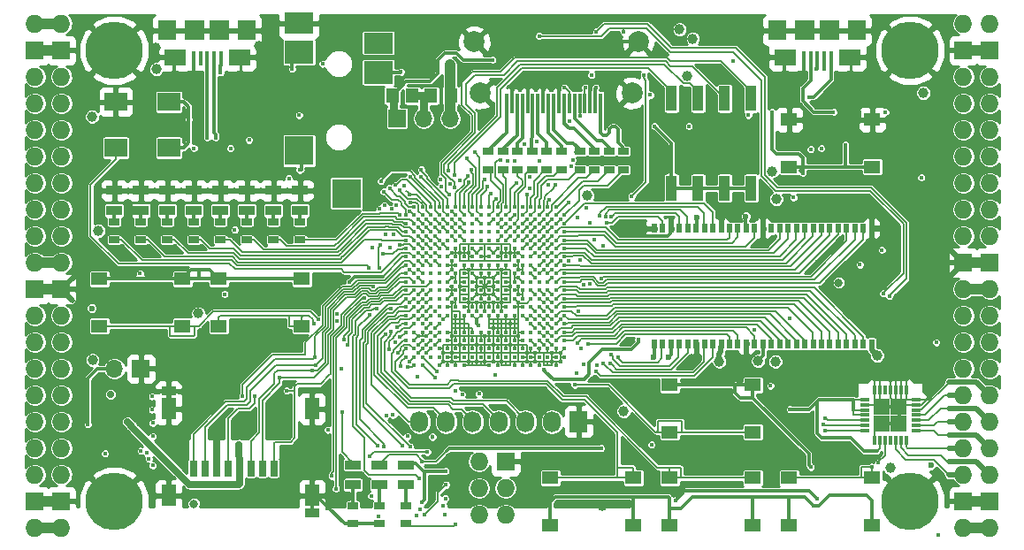
<source format=gtl>
G04 #@! TF.GenerationSoftware,KiCad,Pcbnew,5.0.0+dfsg1-2*
G04 #@! TF.CreationDate,2018-09-05T16:44:14+02:00*
G04 #@! TF.ProjectId,ulx3s,756C7833732E6B696361645F70636200,rev?*
G04 #@! TF.SameCoordinates,Original*
G04 #@! TF.FileFunction,Copper,L1,Top,Signal*
G04 #@! TF.FilePolarity,Positive*
%FSLAX46Y46*%
G04 Gerber Fmt 4.6, Leading zero omitted, Abs format (unit mm)*
G04 Created by KiCad (PCBNEW 5.0.0+dfsg1-2) date Wed Sep  5 16:44:14 2018*
%MOMM*%
%LPD*%
G01*
G04 APERTURE LIST*
G04 #@! TA.AperFunction,SMDPad,CuDef*
%ADD10R,1.625000X1.625000*%
G04 #@! TD*
G04 #@! TA.AperFunction,SMDPad,CuDef*
%ADD11R,0.300000X0.950000*%
G04 #@! TD*
G04 #@! TA.AperFunction,SMDPad,CuDef*
%ADD12R,0.950000X0.300000*%
G04 #@! TD*
G04 #@! TA.AperFunction,SMDPad,CuDef*
%ADD13R,1.800000X1.900000*%
G04 #@! TD*
G04 #@! TA.AperFunction,SMDPad,CuDef*
%ADD14R,0.400000X1.350000*%
G04 #@! TD*
G04 #@! TA.AperFunction,SMDPad,CuDef*
%ADD15R,1.900000X1.900000*%
G04 #@! TD*
G04 #@! TA.AperFunction,SMDPad,CuDef*
%ADD16R,2.100000X1.600000*%
G04 #@! TD*
G04 #@! TA.AperFunction,SMDPad,CuDef*
%ADD17R,1.120000X2.440000*%
G04 #@! TD*
G04 #@! TA.AperFunction,SMDPad,CuDef*
%ADD18R,2.800000X2.000000*%
G04 #@! TD*
G04 #@! TA.AperFunction,SMDPad,CuDef*
%ADD19R,2.800000X2.200000*%
G04 #@! TD*
G04 #@! TA.AperFunction,SMDPad,CuDef*
%ADD20R,2.800000X2.800000*%
G04 #@! TD*
G04 #@! TA.AperFunction,SMDPad,CuDef*
%ADD21R,0.300000X1.900000*%
G04 #@! TD*
G04 #@! TA.AperFunction,ComponentPad*
%ADD22C,2.000000*%
G04 #@! TD*
G04 #@! TA.AperFunction,BGAPad,CuDef*
%ADD23C,0.400000*%
G04 #@! TD*
G04 #@! TA.AperFunction,SMDPad,CuDef*
%ADD24R,0.700000X1.500000*%
G04 #@! TD*
G04 #@! TA.AperFunction,SMDPad,CuDef*
%ADD25R,1.450000X0.900000*%
G04 #@! TD*
G04 #@! TA.AperFunction,SMDPad,CuDef*
%ADD26R,1.450000X2.000000*%
G04 #@! TD*
G04 #@! TA.AperFunction,SMDPad,CuDef*
%ADD27R,2.200000X1.800000*%
G04 #@! TD*
G04 #@! TA.AperFunction,SMDPad,CuDef*
%ADD28R,0.560000X0.900000*%
G04 #@! TD*
G04 #@! TA.AperFunction,ComponentPad*
%ADD29R,1.727200X2.032000*%
G04 #@! TD*
G04 #@! TA.AperFunction,ComponentPad*
%ADD30O,1.727200X2.032000*%
G04 #@! TD*
G04 #@! TA.AperFunction,ComponentPad*
%ADD31O,1.727200X1.727200*%
G04 #@! TD*
G04 #@! TA.AperFunction,ComponentPad*
%ADD32R,1.727200X1.727200*%
G04 #@! TD*
G04 #@! TA.AperFunction,ComponentPad*
%ADD33C,5.500000*%
G04 #@! TD*
G04 #@! TA.AperFunction,SMDPad,CuDef*
%ADD34R,1.000000X0.670000*%
G04 #@! TD*
G04 #@! TA.AperFunction,SMDPad,CuDef*
%ADD35R,1.500000X0.970000*%
G04 #@! TD*
G04 #@! TA.AperFunction,ComponentPad*
%ADD36R,1.700000X1.700000*%
G04 #@! TD*
G04 #@! TA.AperFunction,ComponentPad*
%ADD37O,1.700000X1.700000*%
G04 #@! TD*
G04 #@! TA.AperFunction,SMDPad,CuDef*
%ADD38R,1.295000X1.400000*%
G04 #@! TD*
G04 #@! TA.AperFunction,SMDPad,CuDef*
%ADD39R,1.550000X1.300000*%
G04 #@! TD*
G04 #@! TA.AperFunction,ViaPad*
%ADD40C,2.000000*%
G04 #@! TD*
G04 #@! TA.AperFunction,ViaPad*
%ADD41C,0.419000*%
G04 #@! TD*
G04 #@! TA.AperFunction,ViaPad*
%ADD42C,0.600000*%
G04 #@! TD*
G04 #@! TA.AperFunction,ViaPad*
%ADD43C,1.000000*%
G04 #@! TD*
G04 #@! TA.AperFunction,ViaPad*
%ADD44C,0.800000*%
G04 #@! TD*
G04 #@! TA.AperFunction,ViaPad*
%ADD45C,0.700000*%
G04 #@! TD*
G04 #@! TA.AperFunction,ViaPad*
%ADD46C,0.454000*%
G04 #@! TD*
G04 #@! TA.AperFunction,Conductor*
%ADD47C,0.300000*%
G04 #@! TD*
G04 #@! TA.AperFunction,Conductor*
%ADD48C,0.127000*%
G04 #@! TD*
G04 #@! TA.AperFunction,Conductor*
%ADD49C,0.190000*%
G04 #@! TD*
G04 #@! TA.AperFunction,Conductor*
%ADD50C,0.500000*%
G04 #@! TD*
G04 #@! TA.AperFunction,Conductor*
%ADD51C,1.000000*%
G04 #@! TD*
G04 #@! TA.AperFunction,Conductor*
%ADD52C,0.700000*%
G04 #@! TD*
G04 #@! TA.AperFunction,Conductor*
%ADD53C,0.800000*%
G04 #@! TD*
G04 #@! TA.AperFunction,Conductor*
%ADD54C,0.140000*%
G04 #@! TD*
G04 #@! TA.AperFunction,Conductor*
%ADD55C,0.254000*%
G04 #@! TD*
G04 APERTURE END LIST*
D10*
G04 #@! TO.P,U8,29*
G04 #@! TO.N,GND*
X178097500Y-100967500D03*
X178097500Y-99342500D03*
X176472500Y-100967500D03*
X176472500Y-99342500D03*
D11*
G04 #@! TO.P,U8,28*
G04 #@! TO.N,GN15*
X178785000Y-102605000D03*
G04 #@! TO.P,U8,27*
G04 #@! TO.N,GP14*
X178285000Y-102605000D03*
G04 #@! TO.P,U8,26*
G04 #@! TO.N,GN14*
X177785000Y-102605000D03*
G04 #@! TO.P,U8,25*
G04 #@! TO.N,Net-(U8-Pad25)*
X177285000Y-102605000D03*
G04 #@! TO.P,U8,24*
G04 #@! TO.N,ADC_MISO*
X176785000Y-102605000D03*
G04 #@! TO.P,U8,23*
G04 #@! TO.N,/analog/ADC3V3*
X176285000Y-102605000D03*
G04 #@! TO.P,U8,22*
G04 #@! TO.N,GND*
X175785000Y-102605000D03*
D12*
G04 #@! TO.P,U8,21*
G04 #@! TO.N,ADC_MOSI*
X174835000Y-101655000D03*
G04 #@! TO.P,U8,20*
G04 #@! TO.N,ADC_CSn*
X174835000Y-101155000D03*
G04 #@! TO.P,U8,19*
G04 #@! TO.N,ADC_SCLK*
X174835000Y-100655000D03*
G04 #@! TO.P,U8,18*
G04 #@! TO.N,/analog/ADC3V3*
X174835000Y-100155000D03*
G04 #@! TO.P,U8,17*
X174835000Y-99655000D03*
G04 #@! TO.P,U8,16*
G04 #@! TO.N,GND*
X174835000Y-99155000D03*
G04 #@! TO.P,U8,15*
G04 #@! TO.N,/analog/ADC3V3*
X174835000Y-98655000D03*
D11*
G04 #@! TO.P,U8,14*
G04 #@! TO.N,GND*
X175785000Y-97705000D03*
G04 #@! TO.P,U8,13*
X176285000Y-97705000D03*
G04 #@! TO.P,U8,12*
G04 #@! TO.N,Net-(U8-Pad12)*
X176785000Y-97705000D03*
G04 #@! TO.P,U8,11*
G04 #@! TO.N,GND*
X177285000Y-97705000D03*
G04 #@! TO.P,U8,10*
X177785000Y-97705000D03*
G04 #@! TO.P,U8,9*
X178285000Y-97705000D03*
G04 #@! TO.P,U8,8*
X178785000Y-97705000D03*
D12*
G04 #@! TO.P,U8,7*
X179735000Y-98655000D03*
G04 #@! TO.P,U8,6*
X179735000Y-99155000D03*
G04 #@! TO.P,U8,5*
G04 #@! TO.N,GP17*
X179735000Y-99655000D03*
G04 #@! TO.P,U8,4*
G04 #@! TO.N,GN17*
X179735000Y-100155000D03*
G04 #@! TO.P,U8,3*
G04 #@! TO.N,GP16*
X179735000Y-100655000D03*
G04 #@! TO.P,U8,2*
G04 #@! TO.N,GN16*
X179735000Y-101155000D03*
G04 #@! TO.P,U8,1*
G04 #@! TO.N,GP15*
X179735000Y-101655000D03*
G04 #@! TD*
D13*
G04 #@! TO.P,US1,6*
G04 #@! TO.N,GND*
X108080000Y-63325000D03*
X115680000Y-63325000D03*
D14*
G04 #@! TO.P,US1,5*
X110580000Y-66000000D03*
G04 #@! TO.P,US1,4*
G04 #@! TO.N,Net-(US1-Pad4)*
X111230000Y-66000000D03*
G04 #@! TO.P,US1,3*
G04 #@! TO.N,/usb/FTD+*
X111880000Y-66000000D03*
G04 #@! TO.P,US1,2*
G04 #@! TO.N,/usb/FTD-*
X112530000Y-66000000D03*
G04 #@! TO.P,US1,1*
G04 #@! TO.N,USB5V*
X113180000Y-66000000D03*
D15*
G04 #@! TO.P,US1,6*
G04 #@! TO.N,GND*
X110680000Y-63325000D03*
X113080000Y-63325000D03*
D16*
X108780000Y-65875000D03*
X114980000Y-65875000D03*
G04 #@! TD*
D17*
G04 #@! TO.P,SW1,8*
G04 #@! TO.N,SW1*
X156330000Y-69815000D03*
G04 #@! TO.P,SW1,4*
G04 #@! TO.N,/blinkey/SWPU*
X163950000Y-78425000D03*
G04 #@! TO.P,SW1,7*
G04 #@! TO.N,SW2*
X158870000Y-69815000D03*
G04 #@! TO.P,SW1,3*
G04 #@! TO.N,/blinkey/SWPU*
X161410000Y-78425000D03*
G04 #@! TO.P,SW1,6*
G04 #@! TO.N,SW3*
X161410000Y-69815000D03*
G04 #@! TO.P,SW1,2*
G04 #@! TO.N,/blinkey/SWPU*
X158870000Y-78425000D03*
G04 #@! TO.P,SW1,5*
G04 #@! TO.N,SW4*
X163950000Y-69815000D03*
G04 #@! TO.P,SW1,1*
G04 #@! TO.N,/blinkey/SWPU*
X156330000Y-78425000D03*
G04 #@! TD*
D18*
G04 #@! TO.P,AUDIO1,1*
G04 #@! TO.N,GND*
X120668000Y-62618000D03*
D19*
G04 #@! TO.P,AUDIO1,4*
G04 #@! TO.N,/analog/AUDIO_V*
X120668000Y-65418000D03*
D20*
G04 #@! TO.P,AUDIO1,2*
G04 #@! TO.N,/analog/AUDIO_L*
X120668000Y-74818000D03*
G04 #@! TO.P,AUDIO1,5*
G04 #@! TO.N,Net-(AUDIO1-Pad5)*
X125218000Y-78918000D03*
D19*
G04 #@! TO.P,AUDIO1,3*
G04 #@! TO.N,/analog/AUDIO_R*
X128268000Y-67318000D03*
D18*
G04 #@! TO.P,AUDIO1,6*
G04 #@! TO.N,Net-(AUDIO1-Pad6)*
X128268000Y-64518000D03*
G04 #@! TD*
D21*
G04 #@! TO.P,GPDI1,19*
G04 #@! TO.N,/gpdi/GPDI_ETH-*
X149546000Y-70312000D03*
G04 #@! TO.P,GPDI1,18*
G04 #@! TO.N,+5V*
X149046000Y-70312000D03*
G04 #@! TO.P,GPDI1,17*
G04 #@! TO.N,GND*
X148546000Y-70312000D03*
G04 #@! TO.P,GPDI1,16*
G04 #@! TO.N,GPDI_SDA*
X148046000Y-70312000D03*
G04 #@! TO.P,GPDI1,15*
G04 #@! TO.N,GPDI_SCL*
X147546000Y-70312000D03*
G04 #@! TO.P,GPDI1,14*
G04 #@! TO.N,/gpdi/GPDI_ETH+*
X147046000Y-70312000D03*
G04 #@! TO.P,GPDI1,13*
G04 #@! TO.N,GPDI_CEC*
X146546000Y-70312000D03*
G04 #@! TO.P,GPDI1,12*
G04 #@! TO.N,/gpdi/GPDI_CLK-*
X146046000Y-70312000D03*
G04 #@! TO.P,GPDI1,11*
G04 #@! TO.N,GND*
X145546000Y-70312000D03*
G04 #@! TO.P,GPDI1,10*
G04 #@! TO.N,/gpdi/GPDI_CLK+*
X145046000Y-70312000D03*
G04 #@! TO.P,GPDI1,9*
G04 #@! TO.N,/gpdi/GPDI_D0-*
X144546000Y-70312000D03*
G04 #@! TO.P,GPDI1,8*
G04 #@! TO.N,GND*
X144046000Y-70312000D03*
G04 #@! TO.P,GPDI1,7*
G04 #@! TO.N,/gpdi/GPDI_D0+*
X143546000Y-70312000D03*
G04 #@! TO.P,GPDI1,6*
G04 #@! TO.N,/gpdi/GPDI_D1-*
X143046000Y-70312000D03*
G04 #@! TO.P,GPDI1,5*
G04 #@! TO.N,GND*
X142546000Y-70312000D03*
G04 #@! TO.P,GPDI1,4*
G04 #@! TO.N,/gpdi/GPDI_D1+*
X142046000Y-70312000D03*
G04 #@! TO.P,GPDI1,3*
G04 #@! TO.N,/gpdi/GPDI_D2-*
X141546000Y-70312000D03*
G04 #@! TO.P,GPDI1,2*
G04 #@! TO.N,GND*
X141046000Y-70312000D03*
G04 #@! TO.P,GPDI1,1*
G04 #@! TO.N,/gpdi/GPDI_D2+*
X140546000Y-70312000D03*
D22*
G04 #@! TO.P,GPDI1,0*
G04 #@! TO.N,GND*
X152546000Y-69312000D03*
X138046000Y-69312000D03*
X153146000Y-64412000D03*
X137446000Y-64412000D03*
G04 #@! TD*
D23*
G04 #@! TO.P,U1,Y19*
G04 #@! TO.N,GND*
X145280000Y-95400000D03*
G04 #@! TO.P,U1,Y17*
X143680000Y-95400000D03*
G04 #@! TO.P,U1,Y16*
X142880000Y-95400000D03*
G04 #@! TO.P,U1,Y15*
X142080000Y-95400000D03*
G04 #@! TO.P,U1,Y14*
X141280000Y-95400000D03*
G04 #@! TO.P,U1,Y12*
X139680000Y-95400000D03*
G04 #@! TO.P,U1,Y11*
X138880000Y-95400000D03*
G04 #@! TO.P,U1,Y8*
X136480000Y-95400000D03*
G04 #@! TO.P,U1,Y7*
X135680000Y-95400000D03*
G04 #@! TO.P,U1,Y6*
X134880000Y-95400000D03*
G04 #@! TO.P,U1,Y5*
X134080000Y-95400000D03*
G04 #@! TO.P,U1,Y3*
G04 #@! TO.N,/flash/FPGA_DONE*
X132480000Y-95400000D03*
G04 #@! TO.P,U1,Y2*
G04 #@! TO.N,/flash/FLASH_nWP*
X131680000Y-95400000D03*
G04 #@! TO.P,U1,W20*
G04 #@! TO.N,GND*
X146080000Y-94600000D03*
G04 #@! TO.P,U1,W19*
X145280000Y-94600000D03*
G04 #@! TO.P,U1,W18*
G04 #@! TO.N,Net-(U1-PadW18)*
X144480000Y-94600000D03*
G04 #@! TO.P,U1,W17*
G04 #@! TO.N,Net-(U1-PadW17)*
X143680000Y-94600000D03*
G04 #@! TO.P,U1,W16*
G04 #@! TO.N,GND*
X142880000Y-94600000D03*
G04 #@! TO.P,U1,W15*
X142080000Y-94600000D03*
G04 #@! TO.P,U1,W14*
G04 #@! TO.N,Net-(U1-PadW14)*
X141280000Y-94600000D03*
G04 #@! TO.P,U1,W13*
G04 #@! TO.N,Net-(U1-PadW13)*
X140480000Y-94600000D03*
G04 #@! TO.P,U1,W12*
G04 #@! TO.N,GND*
X139680000Y-94600000D03*
G04 #@! TO.P,U1,W11*
G04 #@! TO.N,N/C*
X138880000Y-94600000D03*
G04 #@! TO.P,U1,W10*
X138080000Y-94600000D03*
G04 #@! TO.P,U1,W9*
G04 #@! TO.N,Net-(U1-PadW9)*
X137280000Y-94600000D03*
G04 #@! TO.P,U1,W8*
G04 #@! TO.N,Net-(U1-PadW8)*
X136480000Y-94600000D03*
G04 #@! TO.P,U1,W7*
G04 #@! TO.N,GND*
X135680000Y-94600000D03*
G04 #@! TO.P,U1,W6*
X134880000Y-94600000D03*
G04 #@! TO.P,U1,W5*
G04 #@! TO.N,Net-(U1-PadW5)*
X134080000Y-94600000D03*
G04 #@! TO.P,U1,W4*
G04 #@! TO.N,Net-(U1-PadW4)*
X133280000Y-94600000D03*
G04 #@! TO.P,U1,W3*
G04 #@! TO.N,/flash/FPGA_PROGRAMN*
X132480000Y-94600000D03*
G04 #@! TO.P,U1,W2*
G04 #@! TO.N,/flash/FLASH_MOSI*
X131680000Y-94600000D03*
G04 #@! TO.P,U1,W1*
G04 #@! TO.N,/flash/FLASH_nHOLD*
X130880000Y-94600000D03*
G04 #@! TO.P,U1,V20*
G04 #@! TO.N,GND*
X146080000Y-93800000D03*
G04 #@! TO.P,U1,V19*
X145280000Y-93800000D03*
G04 #@! TO.P,U1,V18*
X144480000Y-93800000D03*
G04 #@! TO.P,U1,V17*
X143680000Y-93800000D03*
G04 #@! TO.P,U1,V16*
X142880000Y-93800000D03*
G04 #@! TO.P,U1,V15*
X142080000Y-93800000D03*
G04 #@! TO.P,U1,V14*
X141280000Y-93800000D03*
G04 #@! TO.P,U1,V13*
X140480000Y-93800000D03*
G04 #@! TO.P,U1,V12*
X139680000Y-93800000D03*
G04 #@! TO.P,U1,V11*
X138880000Y-93800000D03*
G04 #@! TO.P,U1,V10*
X138080000Y-93800000D03*
G04 #@! TO.P,U1,V9*
X137280000Y-93800000D03*
G04 #@! TO.P,U1,V8*
X136480000Y-93800000D03*
G04 #@! TO.P,U1,V7*
X135680000Y-93800000D03*
G04 #@! TO.P,U1,V6*
X134880000Y-93800000D03*
G04 #@! TO.P,U1,V5*
X134080000Y-93800000D03*
G04 #@! TO.P,U1,V4*
G04 #@! TO.N,JTAG_TDO*
X133280000Y-93800000D03*
G04 #@! TO.P,U1,V3*
G04 #@! TO.N,/flash/FPGA_INITN*
X132480000Y-93800000D03*
G04 #@! TO.P,U1,V2*
G04 #@! TO.N,/flash/FLASH_MISO*
X131680000Y-93800000D03*
G04 #@! TO.P,U1,V1*
G04 #@! TO.N,BTN_D*
X130880000Y-93800000D03*
G04 #@! TO.P,U1,U20*
G04 #@! TO.N,SDRAM_D7*
X146080000Y-93000000D03*
G04 #@! TO.P,U1,U19*
G04 #@! TO.N,SDRAM_DQM0*
X145280000Y-93000000D03*
G04 #@! TO.P,U1,U18*
G04 #@! TO.N,GP14*
X144480000Y-93000000D03*
G04 #@! TO.P,U1,U17*
G04 #@! TO.N,GN14*
X143680000Y-93000000D03*
G04 #@! TO.P,U1,U16*
G04 #@! TO.N,ADC_MISO*
X142880000Y-93000000D03*
G04 #@! TO.P,U1,U15*
G04 #@! TO.N,GND*
X142080000Y-93000000D03*
G04 #@! TO.P,U1,U14*
X141280000Y-93000000D03*
G04 #@! TO.P,U1,U13*
X140480000Y-93000000D03*
G04 #@! TO.P,U1,U12*
X139680000Y-93000000D03*
G04 #@! TO.P,U1,U11*
X138880000Y-93000000D03*
G04 #@! TO.P,U1,U10*
X138080000Y-93000000D03*
G04 #@! TO.P,U1,U9*
X137280000Y-93000000D03*
G04 #@! TO.P,U1,U8*
X136480000Y-93000000D03*
G04 #@! TO.P,U1,U7*
X135680000Y-93000000D03*
G04 #@! TO.P,U1,U6*
X134880000Y-93000000D03*
G04 #@! TO.P,U1,U5*
G04 #@! TO.N,JTAG_TMS*
X134080000Y-93000000D03*
G04 #@! TO.P,U1,U4*
G04 #@! TO.N,GND*
X133280000Y-93000000D03*
G04 #@! TO.P,U1,U3*
G04 #@! TO.N,/flash/FLASH_SCK*
X132480000Y-93000000D03*
G04 #@! TO.P,U1,U2*
G04 #@! TO.N,+3V3*
X131680000Y-93000000D03*
G04 #@! TO.P,U1,U1*
G04 #@! TO.N,BTN_L*
X130880000Y-93000000D03*
G04 #@! TO.P,U1,T20*
G04 #@! TO.N,SDRAM_nWE*
X146080000Y-92200000D03*
G04 #@! TO.P,U1,T19*
G04 #@! TO.N,SDRAM_nCAS*
X145280000Y-92200000D03*
G04 #@! TO.P,U1,T18*
G04 #@! TO.N,SDRAM_D5*
X144480000Y-92200000D03*
G04 #@! TO.P,U1,T17*
G04 #@! TO.N,SDRAM_D6*
X143680000Y-92200000D03*
G04 #@! TO.P,U1,T16*
G04 #@! TO.N,Net-(U1-PadT16)*
X142880000Y-92200000D03*
G04 #@! TO.P,U1,T15*
G04 #@! TO.N,GND*
X142080000Y-92200000D03*
G04 #@! TO.P,U1,T14*
X141280000Y-92200000D03*
G04 #@! TO.P,U1,T13*
X140480000Y-92200000D03*
G04 #@! TO.P,U1,T12*
X139680000Y-92200000D03*
G04 #@! TO.P,U1,T11*
X138880000Y-92200000D03*
G04 #@! TO.P,U1,T10*
X138080000Y-92200000D03*
G04 #@! TO.P,U1,T9*
X137280000Y-92200000D03*
G04 #@! TO.P,U1,T8*
X136480000Y-92200000D03*
G04 #@! TO.P,U1,T7*
X135680000Y-92200000D03*
G04 #@! TO.P,U1,T6*
X134880000Y-92200000D03*
G04 #@! TO.P,U1,T5*
G04 #@! TO.N,JTAG_TCK*
X134080000Y-92200000D03*
G04 #@! TO.P,U1,T4*
G04 #@! TO.N,+3V3*
X133280000Y-92200000D03*
G04 #@! TO.P,U1,T3*
X132480000Y-92200000D03*
G04 #@! TO.P,U1,T2*
X131680000Y-92200000D03*
G04 #@! TO.P,U1,T1*
G04 #@! TO.N,BTN_F2*
X130880000Y-92200000D03*
G04 #@! TO.P,U1,R20*
G04 #@! TO.N,SDRAM_nRAS*
X146080000Y-91400000D03*
G04 #@! TO.P,U1,R19*
G04 #@! TO.N,GND*
X145280000Y-91400000D03*
G04 #@! TO.P,U1,R18*
G04 #@! TO.N,BTN_U*
X144480000Y-91400000D03*
G04 #@! TO.P,U1,R17*
G04 #@! TO.N,ADC_CSn*
X143680000Y-91400000D03*
G04 #@! TO.P,U1,R16*
G04 #@! TO.N,ADC_MOSI*
X142880000Y-91400000D03*
G04 #@! TO.P,U1,R5*
G04 #@! TO.N,JTAG_TDI*
X134080000Y-91400000D03*
G04 #@! TO.P,U1,R4*
G04 #@! TO.N,GND*
X133280000Y-91400000D03*
G04 #@! TO.P,U1,R3*
G04 #@! TO.N,Net-(U1-PadR3)*
X132480000Y-91400000D03*
G04 #@! TO.P,U1,R2*
G04 #@! TO.N,/flash/FLASH_nCS*
X131680000Y-91400000D03*
G04 #@! TO.P,U1,R1*
G04 #@! TO.N,BTN_F1*
X130880000Y-91400000D03*
G04 #@! TO.P,U1,P20*
G04 #@! TO.N,SDRAM_nCS*
X146080000Y-90600000D03*
G04 #@! TO.P,U1,P19*
G04 #@! TO.N,SDRAM_BA0*
X145280000Y-90600000D03*
G04 #@! TO.P,U1,P18*
G04 #@! TO.N,SDRAM_D4*
X144480000Y-90600000D03*
G04 #@! TO.P,U1,P17*
G04 #@! TO.N,ADC_SCLK*
X143680000Y-90600000D03*
G04 #@! TO.P,U1,P16*
G04 #@! TO.N,GN15*
X142880000Y-90600000D03*
G04 #@! TO.P,U1,P15*
G04 #@! TO.N,+2V5*
X142080000Y-90600000D03*
G04 #@! TO.P,U1,P14*
G04 #@! TO.N,GND*
X141280000Y-90600000D03*
G04 #@! TO.P,U1,P13*
X140480000Y-90600000D03*
G04 #@! TO.P,U1,P12*
X139680000Y-90600000D03*
G04 #@! TO.P,U1,P11*
X138880000Y-90600000D03*
G04 #@! TO.P,U1,P10*
G04 #@! TO.N,+3V3*
X138080000Y-90600000D03*
G04 #@! TO.P,U1,P9*
X137280000Y-90600000D03*
G04 #@! TO.P,U1,P8*
G04 #@! TO.N,GND*
X136480000Y-90600000D03*
G04 #@! TO.P,U1,P7*
X135680000Y-90600000D03*
G04 #@! TO.P,U1,P6*
G04 #@! TO.N,+2V5*
X134880000Y-90600000D03*
G04 #@! TO.P,U1,P5*
G04 #@! TO.N,SD_WP*
X134080000Y-90600000D03*
G04 #@! TO.P,U1,P4*
G04 #@! TO.N,OLED_CLK*
X133280000Y-90600000D03*
G04 #@! TO.P,U1,P3*
G04 #@! TO.N,OLED_MOSI*
X132480000Y-90600000D03*
G04 #@! TO.P,U1,P2*
G04 #@! TO.N,OLED_RES*
X131680000Y-90600000D03*
G04 #@! TO.P,U1,P1*
G04 #@! TO.N,OLED_DC*
X130880000Y-90600000D03*
G04 #@! TO.P,U1,N20*
G04 #@! TO.N,SDRAM_BA1*
X146080000Y-89800000D03*
G04 #@! TO.P,U1,N19*
G04 #@! TO.N,SDRAM_A10*
X145280000Y-89800000D03*
G04 #@! TO.P,U1,N18*
G04 #@! TO.N,SDRAM_D3*
X144480000Y-89800000D03*
G04 #@! TO.P,U1,N17*
G04 #@! TO.N,GP15*
X143680000Y-89800000D03*
G04 #@! TO.P,U1,N16*
G04 #@! TO.N,GP16*
X142880000Y-89800000D03*
G04 #@! TO.P,U1,N15*
G04 #@! TO.N,GND*
X142080000Y-89800000D03*
G04 #@! TO.P,U1,N14*
X141280000Y-89800000D03*
G04 #@! TO.P,U1,N13*
G04 #@! TO.N,+1V1*
X140480000Y-89800000D03*
G04 #@! TO.P,U1,N12*
X139680000Y-89800000D03*
G04 #@! TO.P,U1,N11*
X138880000Y-89800000D03*
G04 #@! TO.P,U1,N10*
X138080000Y-89800000D03*
G04 #@! TO.P,U1,N9*
X137280000Y-89800000D03*
G04 #@! TO.P,U1,N8*
X136480000Y-89800000D03*
G04 #@! TO.P,U1,N7*
G04 #@! TO.N,GND*
X135680000Y-89800000D03*
G04 #@! TO.P,U1,N6*
X134880000Y-89800000D03*
G04 #@! TO.P,U1,N5*
G04 #@! TO.N,SD_CD*
X134080000Y-89800000D03*
G04 #@! TO.P,U1,N4*
G04 #@! TO.N,WIFI_GPIO5*
X133280000Y-89800000D03*
G04 #@! TO.P,U1,N3*
G04 #@! TO.N,WIFI_GPIO17*
X132480000Y-89800000D03*
G04 #@! TO.P,U1,N2*
G04 #@! TO.N,OLED_CS*
X131680000Y-89800000D03*
G04 #@! TO.P,U1,N1*
G04 #@! TO.N,FTDI_nDTR*
X130880000Y-89800000D03*
G04 #@! TO.P,U1,M20*
G04 #@! TO.N,SDRAM_A0*
X146080000Y-89000000D03*
G04 #@! TO.P,U1,M19*
G04 #@! TO.N,SDRAM_A1*
X145280000Y-89000000D03*
G04 #@! TO.P,U1,M18*
G04 #@! TO.N,SDRAM_D2*
X144480000Y-89000000D03*
G04 #@! TO.P,U1,M17*
G04 #@! TO.N,GN16*
X143680000Y-89000000D03*
G04 #@! TO.P,U1,M16*
G04 #@! TO.N,GND*
X142880000Y-89000000D03*
G04 #@! TO.P,U1,M15*
G04 #@! TO.N,+3V3*
X142080000Y-89000000D03*
G04 #@! TO.P,U1,M14*
G04 #@! TO.N,GND*
X141280000Y-89000000D03*
G04 #@! TO.P,U1,M13*
G04 #@! TO.N,+1V1*
X140480000Y-89000000D03*
G04 #@! TO.P,U1,M12*
G04 #@! TO.N,GND*
X139680000Y-89000000D03*
G04 #@! TO.P,U1,M11*
X138880000Y-89000000D03*
G04 #@! TO.P,U1,M10*
X138080000Y-89000000D03*
G04 #@! TO.P,U1,M9*
X137280000Y-89000000D03*
G04 #@! TO.P,U1,M8*
G04 #@! TO.N,+1V1*
X136480000Y-89000000D03*
G04 #@! TO.P,U1,M7*
G04 #@! TO.N,GND*
X135680000Y-89000000D03*
G04 #@! TO.P,U1,M6*
G04 #@! TO.N,+3V3*
X134880000Y-89000000D03*
G04 #@! TO.P,U1,M5*
G04 #@! TO.N,Net-(U1-PadM5)*
X134080000Y-89000000D03*
G04 #@! TO.P,U1,M4*
G04 #@! TO.N,USER_PROGRAMN*
X133280000Y-89000000D03*
G04 #@! TO.P,U1,M3*
G04 #@! TO.N,FTDI_nRTS*
X132480000Y-89000000D03*
G04 #@! TO.P,U1,M2*
G04 #@! TO.N,GND*
X131680000Y-89000000D03*
G04 #@! TO.P,U1,M1*
G04 #@! TO.N,FTDI_TXD*
X130880000Y-89000000D03*
G04 #@! TO.P,U1,L20*
G04 #@! TO.N,SDRAM_A2*
X146080000Y-88200000D03*
G04 #@! TO.P,U1,L19*
G04 #@! TO.N,SDRAM_A3*
X145280000Y-88200000D03*
G04 #@! TO.P,U1,L18*
G04 #@! TO.N,SDRAM_D1*
X144480000Y-88200000D03*
G04 #@! TO.P,U1,L17*
G04 #@! TO.N,GN17*
X143680000Y-88200000D03*
G04 #@! TO.P,U1,L16*
G04 #@! TO.N,GP17*
X142880000Y-88200000D03*
G04 #@! TO.P,U1,L15*
G04 #@! TO.N,+3V3*
X142080000Y-88200000D03*
G04 #@! TO.P,U1,L14*
X141280000Y-88200000D03*
G04 #@! TO.P,U1,L13*
G04 #@! TO.N,+1V1*
X140480000Y-88200000D03*
G04 #@! TO.P,U1,L12*
G04 #@! TO.N,GND*
X139680000Y-88200000D03*
G04 #@! TO.P,U1,L11*
X138880000Y-88200000D03*
G04 #@! TO.P,U1,L10*
X138080000Y-88200000D03*
G04 #@! TO.P,U1,L9*
X137280000Y-88200000D03*
G04 #@! TO.P,U1,L8*
G04 #@! TO.N,+1V1*
X136480000Y-88200000D03*
G04 #@! TO.P,U1,L7*
G04 #@! TO.N,+3V3*
X135680000Y-88200000D03*
G04 #@! TO.P,U1,L6*
X134880000Y-88200000D03*
G04 #@! TO.P,U1,L5*
G04 #@! TO.N,Net-(U1-PadL5)*
X134080000Y-88200000D03*
G04 #@! TO.P,U1,L4*
G04 #@! TO.N,FTDI_RXD*
X133280000Y-88200000D03*
G04 #@! TO.P,U1,L3*
G04 #@! TO.N,FTDI_TXDEN*
X132480000Y-88200000D03*
G04 #@! TO.P,U1,L2*
G04 #@! TO.N,WIFI_GPIO0*
X131680000Y-88200000D03*
G04 #@! TO.P,U1,L1*
G04 #@! TO.N,WIFI_GPIO16*
X130880000Y-88200000D03*
G04 #@! TO.P,U1,K20*
G04 #@! TO.N,SDRAM_A4*
X146080000Y-87400000D03*
G04 #@! TO.P,U1,K19*
G04 #@! TO.N,SDRAM_A5*
X145280000Y-87400000D03*
G04 #@! TO.P,U1,K18*
G04 #@! TO.N,SDRAM_A6*
X144480000Y-87400000D03*
G04 #@! TO.P,U1,K17*
G04 #@! TO.N,Net-(U1-PadK17)*
X143680000Y-87400000D03*
G04 #@! TO.P,U1,K16*
G04 #@! TO.N,Net-(U1-PadK16)*
X142880000Y-87400000D03*
G04 #@! TO.P,U1,K15*
G04 #@! TO.N,GND*
X142080000Y-87400000D03*
G04 #@! TO.P,U1,K14*
X141280000Y-87400000D03*
G04 #@! TO.P,U1,K13*
G04 #@! TO.N,+1V1*
X140480000Y-87400000D03*
G04 #@! TO.P,U1,K12*
G04 #@! TO.N,GND*
X139680000Y-87400000D03*
G04 #@! TO.P,U1,K11*
X138880000Y-87400000D03*
G04 #@! TO.P,U1,K10*
X138080000Y-87400000D03*
G04 #@! TO.P,U1,K9*
X137280000Y-87400000D03*
G04 #@! TO.P,U1,K8*
G04 #@! TO.N,+1V1*
X136480000Y-87400000D03*
G04 #@! TO.P,U1,K7*
G04 #@! TO.N,GND*
X135680000Y-87400000D03*
G04 #@! TO.P,U1,K6*
X134880000Y-87400000D03*
G04 #@! TO.P,U1,K5*
G04 #@! TO.N,Net-(U1-PadK5)*
X134080000Y-87400000D03*
G04 #@! TO.P,U1,K4*
G04 #@! TO.N,WIFI_TXD*
X133280000Y-87400000D03*
G04 #@! TO.P,U1,K3*
G04 #@! TO.N,WIFI_RXD*
X132480000Y-87400000D03*
G04 #@! TO.P,U1,K2*
G04 #@! TO.N,SD_D3*
X131680000Y-87400000D03*
G04 #@! TO.P,U1,K1*
G04 #@! TO.N,SD_D2*
X130880000Y-87400000D03*
G04 #@! TO.P,U1,J20*
G04 #@! TO.N,SDRAM_A7*
X146080000Y-86600000D03*
G04 #@! TO.P,U1,J19*
G04 #@! TO.N,SDRAM_A8*
X145280000Y-86600000D03*
G04 #@! TO.P,U1,J18*
G04 #@! TO.N,SDRAM_D14*
X144480000Y-86600000D03*
G04 #@! TO.P,U1,J17*
G04 #@! TO.N,SDRAM_D15*
X143680000Y-86600000D03*
G04 #@! TO.P,U1,J16*
G04 #@! TO.N,SDRAM_D0*
X142880000Y-86600000D03*
G04 #@! TO.P,U1,J15*
G04 #@! TO.N,+3V3*
X142080000Y-86600000D03*
G04 #@! TO.P,U1,J14*
G04 #@! TO.N,GND*
X141280000Y-86600000D03*
G04 #@! TO.P,U1,J13*
G04 #@! TO.N,+1V1*
X140480000Y-86600000D03*
G04 #@! TO.P,U1,J12*
G04 #@! TO.N,GND*
X139680000Y-86600000D03*
G04 #@! TO.P,U1,J11*
X138880000Y-86600000D03*
G04 #@! TO.P,U1,J10*
X138080000Y-86600000D03*
G04 #@! TO.P,U1,J9*
X137280000Y-86600000D03*
G04 #@! TO.P,U1,J8*
G04 #@! TO.N,+1V1*
X136480000Y-86600000D03*
G04 #@! TO.P,U1,J7*
G04 #@! TO.N,GND*
X135680000Y-86600000D03*
G04 #@! TO.P,U1,J6*
G04 #@! TO.N,2V5_3V3*
X134880000Y-86600000D03*
G04 #@! TO.P,U1,J5*
G04 #@! TO.N,Net-(U1-PadJ5)*
X134080000Y-86600000D03*
G04 #@! TO.P,U1,J4*
G04 #@! TO.N,Net-(U1-PadJ4)*
X133280000Y-86600000D03*
G04 #@! TO.P,U1,J3*
G04 #@! TO.N,SD_D0*
X132480000Y-86600000D03*
G04 #@! TO.P,U1,J2*
G04 #@! TO.N,GND*
X131680000Y-86600000D03*
G04 #@! TO.P,U1,J1*
G04 #@! TO.N,SD_CMD*
X130880000Y-86600000D03*
G04 #@! TO.P,U1,H20*
G04 #@! TO.N,SDRAM_A9*
X146080000Y-85800000D03*
G04 #@! TO.P,U1,H19*
G04 #@! TO.N,GND*
X145280000Y-85800000D03*
G04 #@! TO.P,U1,H18*
G04 #@! TO.N,GP18*
X144480000Y-85800000D03*
G04 #@! TO.P,U1,H17*
G04 #@! TO.N,GN18*
X143680000Y-85800000D03*
G04 #@! TO.P,U1,H16*
G04 #@! TO.N,BTN_R*
X142880000Y-85800000D03*
G04 #@! TO.P,U1,H15*
G04 #@! TO.N,+3V3*
X142080000Y-85800000D03*
G04 #@! TO.P,U1,H14*
X141280000Y-85800000D03*
G04 #@! TO.P,U1,H13*
G04 #@! TO.N,+1V1*
X140480000Y-85800000D03*
G04 #@! TO.P,U1,H12*
X139680000Y-85800000D03*
G04 #@! TO.P,U1,H11*
X138880000Y-85800000D03*
G04 #@! TO.P,U1,H10*
X138080000Y-85800000D03*
G04 #@! TO.P,U1,H9*
X137280000Y-85800000D03*
G04 #@! TO.P,U1,H8*
X136480000Y-85800000D03*
G04 #@! TO.P,U1,H7*
G04 #@! TO.N,2V5_3V3*
X135680000Y-85800000D03*
G04 #@! TO.P,U1,H6*
X134880000Y-85800000D03*
G04 #@! TO.P,U1,H5*
G04 #@! TO.N,AUDIO_V0*
X134080000Y-85800000D03*
G04 #@! TO.P,U1,H4*
G04 #@! TO.N,GP13*
X133280000Y-85800000D03*
G04 #@! TO.P,U1,H3*
G04 #@! TO.N,LED7*
X132480000Y-85800000D03*
G04 #@! TO.P,U1,H2*
G04 #@! TO.N,SD_CLK*
X131680000Y-85800000D03*
G04 #@! TO.P,U1,H1*
G04 #@! TO.N,SD_D1*
X130880000Y-85800000D03*
G04 #@! TO.P,U1,G20*
G04 #@! TO.N,SDRAM_A11*
X146080000Y-85000000D03*
G04 #@! TO.P,U1,G19*
G04 #@! TO.N,SDRAM_A12*
X145280000Y-85000000D03*
G04 #@! TO.P,U1,G18*
G04 #@! TO.N,GN19*
X144480000Y-85000000D03*
G04 #@! TO.P,U1,G17*
G04 #@! TO.N,GND*
X143680000Y-85000000D03*
G04 #@! TO.P,U1,G16*
G04 #@! TO.N,SHUTDOWN*
X142880000Y-85000000D03*
G04 #@! TO.P,U1,G15*
G04 #@! TO.N,GND*
X142080000Y-85000000D03*
G04 #@! TO.P,U1,G14*
X141280000Y-85000000D03*
G04 #@! TO.P,U1,G13*
X140480000Y-85000000D03*
G04 #@! TO.P,U1,G12*
X139680000Y-85000000D03*
G04 #@! TO.P,U1,G11*
X138880000Y-85000000D03*
G04 #@! TO.P,U1,G10*
X138080000Y-85000000D03*
G04 #@! TO.P,U1,G9*
X137280000Y-85000000D03*
G04 #@! TO.P,U1,G8*
X136480000Y-85000000D03*
G04 #@! TO.P,U1,G7*
X135680000Y-85000000D03*
G04 #@! TO.P,U1,G6*
X134880000Y-85000000D03*
G04 #@! TO.P,U1,G5*
G04 #@! TO.N,GN13*
X134080000Y-85000000D03*
G04 #@! TO.P,U1,G4*
G04 #@! TO.N,GND*
X133280000Y-85000000D03*
G04 #@! TO.P,U1,G3*
G04 #@! TO.N,GP12*
X132480000Y-85000000D03*
G04 #@! TO.P,U1,G2*
G04 #@! TO.N,CLK_25MHz*
X131680000Y-85000000D03*
G04 #@! TO.P,U1,G1*
G04 #@! TO.N,/usb/ANT_433MHz*
X130880000Y-85000000D03*
G04 #@! TO.P,U1,F20*
G04 #@! TO.N,SDRAM_CKE*
X146080000Y-84200000D03*
G04 #@! TO.P,U1,F19*
G04 #@! TO.N,SDRAM_CLK*
X145280000Y-84200000D03*
G04 #@! TO.P,U1,F18*
G04 #@! TO.N,SDRAM_D13*
X144480000Y-84200000D03*
G04 #@! TO.P,U1,F17*
G04 #@! TO.N,GP19*
X143680000Y-84200000D03*
G04 #@! TO.P,U1,F16*
G04 #@! TO.N,USB_FPGA_D-*
X142880000Y-84200000D03*
G04 #@! TO.P,U1,F15*
G04 #@! TO.N,+2V5*
X142080000Y-84200000D03*
G04 #@! TO.P,U1,F14*
G04 #@! TO.N,GND*
X141280000Y-84200000D03*
G04 #@! TO.P,U1,F13*
X140480000Y-84200000D03*
G04 #@! TO.P,U1,F12*
G04 #@! TO.N,+3V3*
X139680000Y-84200000D03*
G04 #@! TO.P,U1,F11*
X138880000Y-84200000D03*
G04 #@! TO.P,U1,F10*
G04 #@! TO.N,2V5_3V3*
X138080000Y-84200000D03*
G04 #@! TO.P,U1,F9*
X137280000Y-84200000D03*
G04 #@! TO.P,U1,F8*
G04 #@! TO.N,GND*
X136480000Y-84200000D03*
G04 #@! TO.P,U1,F7*
X135680000Y-84200000D03*
G04 #@! TO.P,U1,F6*
G04 #@! TO.N,+2V5*
X134880000Y-84200000D03*
G04 #@! TO.P,U1,F5*
G04 #@! TO.N,AUDIO_V2*
X134080000Y-84200000D03*
G04 #@! TO.P,U1,F4*
G04 #@! TO.N,GP11*
X133280000Y-84200000D03*
G04 #@! TO.P,U1,F3*
G04 #@! TO.N,GN12*
X132480000Y-84200000D03*
G04 #@! TO.P,U1,F2*
G04 #@! TO.N,AUDIO_V1*
X131680000Y-84200000D03*
G04 #@! TO.P,U1,F1*
G04 #@! TO.N,WIFI_EN*
X130880000Y-84200000D03*
G04 #@! TO.P,U1,E20*
G04 #@! TO.N,SDRAM_DQM1*
X146080000Y-83400000D03*
G04 #@! TO.P,U1,E19*
G04 #@! TO.N,SDRAM_D8*
X145280000Y-83400000D03*
G04 #@! TO.P,U1,E18*
G04 #@! TO.N,SDRAM_D12*
X144480000Y-83400000D03*
G04 #@! TO.P,U1,E17*
G04 #@! TO.N,GN20*
X143680000Y-83400000D03*
G04 #@! TO.P,U1,E16*
G04 #@! TO.N,USB_FPGA_D+*
X142880000Y-83400000D03*
G04 #@! TO.P,U1,E15*
G04 #@! TO.N,USB_FPGA_D-*
X142080000Y-83400000D03*
G04 #@! TO.P,U1,E14*
G04 #@! TO.N,GN25*
X141280000Y-83400000D03*
G04 #@! TO.P,U1,E13*
G04 #@! TO.N,GN27*
X140480000Y-83400000D03*
G04 #@! TO.P,U1,E12*
G04 #@! TO.N,FPDI_SCL*
X139680000Y-83400000D03*
G04 #@! TO.P,U1,E11*
G04 #@! TO.N,Net-(U1-PadE11)*
X138880000Y-83400000D03*
G04 #@! TO.P,U1,E10*
G04 #@! TO.N,Net-(U1-PadE10)*
X138080000Y-83400000D03*
G04 #@! TO.P,U1,E9*
G04 #@! TO.N,Net-(U1-PadE9)*
X137280000Y-83400000D03*
G04 #@! TO.P,U1,E8*
G04 #@! TO.N,SW1*
X136480000Y-83400000D03*
G04 #@! TO.P,U1,E7*
G04 #@! TO.N,SW4*
X135680000Y-83400000D03*
G04 #@! TO.P,U1,E6*
G04 #@! TO.N,Net-(U1-PadE6)*
X134880000Y-83400000D03*
G04 #@! TO.P,U1,E5*
G04 #@! TO.N,AUDIO_V3*
X134080000Y-83400000D03*
G04 #@! TO.P,U1,E4*
G04 #@! TO.N,AUDIO_L0*
X133280000Y-83400000D03*
G04 #@! TO.P,U1,E3*
G04 #@! TO.N,GN11*
X132480000Y-83400000D03*
G04 #@! TO.P,U1,E2*
G04 #@! TO.N,LED5*
X131680000Y-83400000D03*
G04 #@! TO.P,U1,E1*
G04 #@! TO.N,LED6*
X130880000Y-83400000D03*
G04 #@! TO.P,U1,D20*
G04 #@! TO.N,SDRAM_D9*
X146080000Y-82600000D03*
G04 #@! TO.P,U1,D19*
G04 #@! TO.N,SDRAM_D10*
X145280000Y-82600000D03*
G04 #@! TO.P,U1,D18*
G04 #@! TO.N,GP20*
X144480000Y-82600000D03*
G04 #@! TO.P,U1,D17*
G04 #@! TO.N,GN21*
X143680000Y-82600000D03*
G04 #@! TO.P,U1,D16*
G04 #@! TO.N,GN24*
X142880000Y-82600000D03*
G04 #@! TO.P,U1,D15*
G04 #@! TO.N,USB_FPGA_D+*
X142080000Y-82600000D03*
G04 #@! TO.P,U1,D14*
G04 #@! TO.N,GP25*
X141280000Y-82600000D03*
G04 #@! TO.P,U1,D13*
G04 #@! TO.N,GP27*
X140480000Y-82600000D03*
G04 #@! TO.P,U1,D12*
G04 #@! TO.N,Net-(U1-PadD12)*
X139680000Y-82600000D03*
G04 #@! TO.P,U1,D11*
G04 #@! TO.N,Net-(U1-PadD11)*
X138880000Y-82600000D03*
G04 #@! TO.P,U1,D10*
G04 #@! TO.N,Net-(U1-PadD10)*
X138080000Y-82600000D03*
G04 #@! TO.P,U1,D9*
G04 #@! TO.N,Net-(U1-PadD9)*
X137280000Y-82600000D03*
G04 #@! TO.P,U1,D8*
G04 #@! TO.N,SW2*
X136480000Y-82600000D03*
G04 #@! TO.P,U1,D7*
G04 #@! TO.N,SW3*
X135680000Y-82600000D03*
G04 #@! TO.P,U1,D6*
G04 #@! TO.N,BTN_PWRn*
X134880000Y-82600000D03*
G04 #@! TO.P,U1,D5*
G04 #@! TO.N,AUDIO_R2*
X134080000Y-82600000D03*
G04 #@! TO.P,U1,D4*
G04 #@! TO.N,GND*
X133280000Y-82600000D03*
G04 #@! TO.P,U1,D3*
G04 #@! TO.N,AUDIO_L1*
X132480000Y-82600000D03*
G04 #@! TO.P,U1,D2*
G04 #@! TO.N,LED3*
X131680000Y-82600000D03*
G04 #@! TO.P,U1,D1*
G04 #@! TO.N,LED4*
X130880000Y-82600000D03*
G04 #@! TO.P,U1,C20*
G04 #@! TO.N,SDRAM_D11*
X146080000Y-81800000D03*
G04 #@! TO.P,U1,C19*
G04 #@! TO.N,GND*
X145280000Y-81800000D03*
G04 #@! TO.P,U1,C18*
G04 #@! TO.N,GP21*
X144480000Y-81800000D03*
G04 #@! TO.P,U1,C17*
G04 #@! TO.N,GN23*
X143680000Y-81800000D03*
G04 #@! TO.P,U1,C16*
G04 #@! TO.N,GP24*
X142880000Y-81800000D03*
G04 #@! TO.P,U1,C15*
G04 #@! TO.N,GN22*
X142080000Y-81800000D03*
G04 #@! TO.P,U1,C14*
G04 #@! TO.N,FPDI_D1-*
X141280000Y-81800000D03*
G04 #@! TO.P,U1,C13*
G04 #@! TO.N,GN26*
X140480000Y-81800000D03*
G04 #@! TO.P,U1,C12*
G04 #@! TO.N,USB_FPGA_PULL_D-*
X139680000Y-81800000D03*
G04 #@! TO.P,U1,C11*
G04 #@! TO.N,GN0*
X138880000Y-81800000D03*
G04 #@! TO.P,U1,C10*
G04 #@! TO.N,GN3*
X138080000Y-81800000D03*
G04 #@! TO.P,U1,C9*
G04 #@! TO.N,Net-(U1-PadC9)*
X137280000Y-81800000D03*
G04 #@! TO.P,U1,C8*
G04 #@! TO.N,GP5*
X136480000Y-81800000D03*
G04 #@! TO.P,U1,C7*
G04 #@! TO.N,GN6*
X135680000Y-81800000D03*
G04 #@! TO.P,U1,C6*
G04 #@! TO.N,GP6*
X134880000Y-81800000D03*
G04 #@! TO.P,U1,C5*
G04 #@! TO.N,AUDIO_R3*
X134080000Y-81800000D03*
G04 #@! TO.P,U1,C4*
G04 #@! TO.N,GP10*
X133280000Y-81800000D03*
G04 #@! TO.P,U1,C3*
G04 #@! TO.N,AUDIO_L2*
X132480000Y-81800000D03*
G04 #@! TO.P,U1,C2*
G04 #@! TO.N,LED1*
X131680000Y-81800000D03*
G04 #@! TO.P,U1,C1*
G04 #@! TO.N,LED2*
X130880000Y-81800000D03*
G04 #@! TO.P,U1,B20*
G04 #@! TO.N,FPDI_ETH-*
X146080000Y-81000000D03*
G04 #@! TO.P,U1,B19*
G04 #@! TO.N,FPDI_SDA*
X145280000Y-81000000D03*
G04 #@! TO.P,U1,B18*
G04 #@! TO.N,FPDI_CLK-*
X144480000Y-81000000D03*
G04 #@! TO.P,U1,B17*
G04 #@! TO.N,GP23*
X143680000Y-81000000D03*
G04 #@! TO.P,U1,B16*
G04 #@! TO.N,FPDI_D0-*
X142880000Y-81000000D03*
G04 #@! TO.P,U1,B15*
G04 #@! TO.N,GP22*
X142080000Y-81000000D03*
G04 #@! TO.P,U1,B14*
G04 #@! TO.N,GND*
X141280000Y-81000000D03*
G04 #@! TO.P,U1,B13*
G04 #@! TO.N,GP26*
X140480000Y-81000000D03*
G04 #@! TO.P,U1,B12*
G04 #@! TO.N,USB_FPGA_PULL_D+*
X139680000Y-81000000D03*
G04 #@! TO.P,U1,B11*
G04 #@! TO.N,GP0*
X138880000Y-81000000D03*
G04 #@! TO.P,U1,B10*
G04 #@! TO.N,GN2*
X138080000Y-81000000D03*
G04 #@! TO.P,U1,B9*
G04 #@! TO.N,GP3*
X137280000Y-81000000D03*
G04 #@! TO.P,U1,B8*
G04 #@! TO.N,GN5*
X136480000Y-81000000D03*
G04 #@! TO.P,U1,B7*
G04 #@! TO.N,GND*
X135680000Y-81000000D03*
G04 #@! TO.P,U1,B6*
G04 #@! TO.N,GN7*
X134880000Y-81000000D03*
G04 #@! TO.P,U1,B5*
G04 #@! TO.N,AUDIO_R1*
X134080000Y-81000000D03*
G04 #@! TO.P,U1,B4*
G04 #@! TO.N,GN10*
X133280000Y-81000000D03*
G04 #@! TO.P,U1,B3*
G04 #@! TO.N,AUDIO_L3*
X132480000Y-81000000D03*
G04 #@! TO.P,U1,B2*
G04 #@! TO.N,LED0*
X131680000Y-81000000D03*
G04 #@! TO.P,U1,B1*
G04 #@! TO.N,GN9*
X130880000Y-81000000D03*
G04 #@! TO.P,U1,A19*
G04 #@! TO.N,FPDI_ETH+*
X145280000Y-80200000D03*
G04 #@! TO.P,U1,A18*
G04 #@! TO.N,/gpdi/FPDI_CEC*
X144480000Y-80200000D03*
G04 #@! TO.P,U1,A17*
G04 #@! TO.N,FPDI_CLK+*
X143680000Y-80200000D03*
G04 #@! TO.P,U1,A16*
G04 #@! TO.N,FPDI_D0+*
X142880000Y-80200000D03*
G04 #@! TO.P,U1,A15*
G04 #@! TO.N,Net-(U1-PadA15)*
X142080000Y-80200000D03*
G04 #@! TO.P,U1,A14*
G04 #@! TO.N,FPDI_D1+*
X141280000Y-80200000D03*
G04 #@! TO.P,U1,A13*
G04 #@! TO.N,FPDI_D2-*
X140480000Y-80200000D03*
G04 #@! TO.P,U1,A12*
G04 #@! TO.N,FPDI_D2+*
X139680000Y-80200000D03*
G04 #@! TO.P,U1,A11*
G04 #@! TO.N,GN1*
X138880000Y-80200000D03*
G04 #@! TO.P,U1,A10*
G04 #@! TO.N,GP1*
X138080000Y-80200000D03*
G04 #@! TO.P,U1,A9*
G04 #@! TO.N,GP2*
X137280000Y-80200000D03*
G04 #@! TO.P,U1,A8*
G04 #@! TO.N,GN4*
X136480000Y-80200000D03*
G04 #@! TO.P,U1,A7*
G04 #@! TO.N,GP4*
X135680000Y-80200000D03*
G04 #@! TO.P,U1,A6*
G04 #@! TO.N,GP7*
X134880000Y-80200000D03*
G04 #@! TO.P,U1,A5*
G04 #@! TO.N,GN8*
X134080000Y-80200000D03*
G04 #@! TO.P,U1,A4*
G04 #@! TO.N,GP8*
X133280000Y-80200000D03*
G04 #@! TO.P,U1,A3*
G04 #@! TO.N,AUDIO_R0*
X132480000Y-80200000D03*
G04 #@! TO.P,U1,A2*
G04 #@! TO.N,GP9*
X131680000Y-80200000D03*
G04 #@! TD*
D24*
G04 #@! TO.P,SD1,1*
G04 #@! TO.N,SD_D2*
X118250000Y-105250000D03*
G04 #@! TO.P,SD1,2*
G04 #@! TO.N,SD_D3*
X117150000Y-105250000D03*
G04 #@! TO.P,SD1,3*
G04 #@! TO.N,SD_CMD*
X116050000Y-105250000D03*
G04 #@! TO.P,SD1,4*
G04 #@! TO.N,/sdcard/SD3V3*
X114950000Y-105250000D03*
G04 #@! TO.P,SD1,5*
G04 #@! TO.N,SD_CLK*
X113850000Y-105250000D03*
G04 #@! TO.P,SD1,6*
G04 #@! TO.N,GND*
X112750000Y-105250000D03*
G04 #@! TO.P,SD1,7*
G04 #@! TO.N,SD_D0*
X111650000Y-105250000D03*
G04 #@! TO.P,SD1,8*
G04 #@! TO.N,SD_D1*
X110550000Y-105250000D03*
D25*
G04 #@! TO.P,SD1,10*
G04 #@! TO.N,GND*
X121925000Y-109550000D03*
G04 #@! TO.P,SD1,11*
X108175000Y-97850000D03*
D26*
G04 #@! TO.P,SD1,9*
X108175000Y-107850000D03*
X121925000Y-107850000D03*
X121925000Y-99550000D03*
X108175000Y-99550000D03*
G04 #@! TD*
D27*
G04 #@! TO.P,Y1,1*
G04 #@! TO.N,+3V3*
X108212000Y-70160000D03*
G04 #@! TO.P,Y1,2*
G04 #@! TO.N,GND*
X103132000Y-70160000D03*
G04 #@! TO.P,Y1,3*
G04 #@! TO.N,CLK_25MHz*
X103132000Y-74560000D03*
G04 #@! TO.P,Y1,4*
G04 #@! TO.N,+3V3*
X108212000Y-74560000D03*
G04 #@! TD*
D28*
G04 #@! TO.P,U2,28*
G04 #@! TO.N,GND*
X175493000Y-82270000D03*
G04 #@! TO.P,U2,1*
G04 #@! TO.N,+3V3*
X154693000Y-93330000D03*
G04 #@! TO.P,U2,2*
G04 #@! TO.N,SDRAM_D0*
X155493000Y-93330000D03*
G04 #@! TO.P,U2,3*
G04 #@! TO.N,+3V3*
X156293000Y-93330000D03*
G04 #@! TO.P,U2,4*
G04 #@! TO.N,SDRAM_D1*
X157093000Y-93330000D03*
G04 #@! TO.P,U2,5*
G04 #@! TO.N,SDRAM_D2*
X157893000Y-93330000D03*
G04 #@! TO.P,U2,6*
G04 #@! TO.N,GND*
X158693000Y-93330000D03*
G04 #@! TO.P,U2,7*
G04 #@! TO.N,SDRAM_D3*
X159493000Y-93330000D03*
G04 #@! TO.P,U2,8*
G04 #@! TO.N,SDRAM_D4*
X160293000Y-93330000D03*
G04 #@! TO.P,U2,9*
G04 #@! TO.N,+3V3*
X161093000Y-93330000D03*
G04 #@! TO.P,U2,10*
G04 #@! TO.N,SDRAM_D5*
X161893000Y-93330000D03*
G04 #@! TO.P,U2,11*
G04 #@! TO.N,SDRAM_D6*
X162693000Y-93330000D03*
G04 #@! TO.P,U2,12*
G04 #@! TO.N,GND*
X163493000Y-93330000D03*
G04 #@! TO.P,U2,13*
G04 #@! TO.N,SDRAM_D7*
X164293000Y-93330000D03*
G04 #@! TO.P,U2,14*
G04 #@! TO.N,+3V3*
X165093000Y-93330000D03*
G04 #@! TO.P,U2,15*
G04 #@! TO.N,SDRAM_DQM0*
X165893000Y-93330000D03*
G04 #@! TO.P,U2,16*
G04 #@! TO.N,SDRAM_nWE*
X166693000Y-93330000D03*
G04 #@! TO.P,U2,17*
G04 #@! TO.N,SDRAM_nCAS*
X167493000Y-93330000D03*
G04 #@! TO.P,U2,18*
G04 #@! TO.N,SDRAM_nRAS*
X168293000Y-93330000D03*
G04 #@! TO.P,U2,19*
G04 #@! TO.N,SDRAM_nCS*
X169093000Y-93330000D03*
G04 #@! TO.P,U2,20*
G04 #@! TO.N,SDRAM_BA0*
X169893000Y-93330000D03*
G04 #@! TO.P,U2,21*
G04 #@! TO.N,SDRAM_BA1*
X170693000Y-93330000D03*
G04 #@! TO.P,U2,22*
G04 #@! TO.N,SDRAM_A10*
X171493000Y-93330000D03*
G04 #@! TO.P,U2,23*
G04 #@! TO.N,SDRAM_A0*
X172293000Y-93330000D03*
G04 #@! TO.P,U2,24*
G04 #@! TO.N,SDRAM_A1*
X173093000Y-93330000D03*
G04 #@! TO.P,U2,25*
G04 #@! TO.N,SDRAM_A2*
X173893000Y-93330000D03*
G04 #@! TO.P,U2,26*
G04 #@! TO.N,SDRAM_A3*
X174693000Y-93330000D03*
G04 #@! TO.P,U2,27*
G04 #@! TO.N,+3V3*
X175493000Y-93330000D03*
G04 #@! TO.P,U2,29*
G04 #@! TO.N,SDRAM_A4*
X174693000Y-82270000D03*
G04 #@! TO.P,U2,30*
G04 #@! TO.N,SDRAM_A5*
X173893000Y-82270000D03*
G04 #@! TO.P,U2,31*
G04 #@! TO.N,SDRAM_A6*
X173093000Y-82270000D03*
G04 #@! TO.P,U2,32*
G04 #@! TO.N,SDRAM_A7*
X172293000Y-82270000D03*
G04 #@! TO.P,U2,33*
G04 #@! TO.N,SDRAM_A8*
X171493000Y-82270000D03*
G04 #@! TO.P,U2,34*
G04 #@! TO.N,SDRAM_A9*
X170693000Y-82270000D03*
G04 #@! TO.P,U2,35*
G04 #@! TO.N,SDRAM_A11*
X169893000Y-82270000D03*
G04 #@! TO.P,U2,36*
G04 #@! TO.N,SDRAM_A12*
X169093000Y-82270000D03*
G04 #@! TO.P,U2,37*
G04 #@! TO.N,SDRAM_CKE*
X168293000Y-82270000D03*
G04 #@! TO.P,U2,38*
G04 #@! TO.N,SDRAM_CLK*
X167493000Y-82270000D03*
G04 #@! TO.P,U2,39*
G04 #@! TO.N,SDRAM_DQM1*
X166693000Y-82270000D03*
G04 #@! TO.P,U2,40*
G04 #@! TO.N,N/C*
X165893000Y-82270000D03*
G04 #@! TO.P,U2,41*
G04 #@! TO.N,GND*
X165093000Y-82270000D03*
G04 #@! TO.P,U2,42*
G04 #@! TO.N,SDRAM_D8*
X164293000Y-82270000D03*
G04 #@! TO.P,U2,43*
G04 #@! TO.N,+3V3*
X163493000Y-82270000D03*
G04 #@! TO.P,U2,44*
G04 #@! TO.N,SDRAM_D9*
X162693000Y-82270000D03*
G04 #@! TO.P,U2,45*
G04 #@! TO.N,SDRAM_D10*
X161893000Y-82270000D03*
G04 #@! TO.P,U2,46*
G04 #@! TO.N,GND*
X161093000Y-82270000D03*
G04 #@! TO.P,U2,47*
G04 #@! TO.N,SDRAM_D11*
X160293000Y-82270000D03*
G04 #@! TO.P,U2,48*
G04 #@! TO.N,SDRAM_D12*
X159493000Y-82270000D03*
G04 #@! TO.P,U2,49*
G04 #@! TO.N,+3V3*
X158693000Y-82270000D03*
G04 #@! TO.P,U2,50*
G04 #@! TO.N,SDRAM_D13*
X157893000Y-82270000D03*
G04 #@! TO.P,U2,51*
G04 #@! TO.N,SDRAM_D14*
X157093000Y-82270000D03*
G04 #@! TO.P,U2,52*
G04 #@! TO.N,GND*
X156293000Y-82270000D03*
G04 #@! TO.P,U2,53*
G04 #@! TO.N,SDRAM_D15*
X155493000Y-82270000D03*
G04 #@! TO.P,U2,54*
G04 #@! TO.N,GND*
X154693000Y-82270000D03*
G04 #@! TD*
D29*
G04 #@! TO.P,OLED1,1*
G04 #@! TO.N,GND*
X147440000Y-100790000D03*
D30*
G04 #@! TO.P,OLED1,2*
G04 #@! TO.N,+3V3*
X144900000Y-100790000D03*
G04 #@! TO.P,OLED1,3*
G04 #@! TO.N,OLED_CLK*
X142360000Y-100790000D03*
G04 #@! TO.P,OLED1,4*
G04 #@! TO.N,OLED_MOSI*
X139820000Y-100790000D03*
G04 #@! TO.P,OLED1,5*
G04 #@! TO.N,OLED_RES*
X137280000Y-100790000D03*
G04 #@! TO.P,OLED1,6*
G04 #@! TO.N,OLED_DC*
X134740000Y-100790000D03*
G04 #@! TO.P,OLED1,7*
G04 #@! TO.N,OLED_CS*
X132200000Y-100790000D03*
G04 #@! TD*
D31*
G04 #@! TO.P,J1,1*
G04 #@! TO.N,2V5_3V3*
X97910000Y-62690000D03*
G04 #@! TO.P,J1,2*
X95370000Y-62690000D03*
D32*
G04 #@! TO.P,J1,3*
G04 #@! TO.N,GND*
X97910000Y-65230000D03*
G04 #@! TO.P,J1,4*
X95370000Y-65230000D03*
D31*
G04 #@! TO.P,J1,5*
G04 #@! TO.N,GN0*
X97910000Y-67770000D03*
G04 #@! TO.P,J1,6*
G04 #@! TO.N,GP0*
X95370000Y-67770000D03*
G04 #@! TO.P,J1,7*
G04 #@! TO.N,GN1*
X97910000Y-70310000D03*
G04 #@! TO.P,J1,8*
G04 #@! TO.N,GP1*
X95370000Y-70310000D03*
G04 #@! TO.P,J1,9*
G04 #@! TO.N,GN2*
X97910000Y-72850000D03*
G04 #@! TO.P,J1,10*
G04 #@! TO.N,GP2*
X95370000Y-72850000D03*
G04 #@! TO.P,J1,11*
G04 #@! TO.N,GN3*
X97910000Y-75390000D03*
G04 #@! TO.P,J1,12*
G04 #@! TO.N,GP3*
X95370000Y-75390000D03*
G04 #@! TO.P,J1,13*
G04 #@! TO.N,GN4*
X97910000Y-77930000D03*
G04 #@! TO.P,J1,14*
G04 #@! TO.N,GP4*
X95370000Y-77930000D03*
G04 #@! TO.P,J1,15*
G04 #@! TO.N,GN5*
X97910000Y-80470000D03*
G04 #@! TO.P,J1,16*
G04 #@! TO.N,GP5*
X95370000Y-80470000D03*
G04 #@! TO.P,J1,17*
G04 #@! TO.N,GN6*
X97910000Y-83010000D03*
G04 #@! TO.P,J1,18*
G04 #@! TO.N,GP6*
X95370000Y-83010000D03*
G04 #@! TO.P,J1,19*
G04 #@! TO.N,2V5_3V3*
X97910000Y-85550000D03*
G04 #@! TO.P,J1,20*
X95370000Y-85550000D03*
D32*
G04 #@! TO.P,J1,21*
G04 #@! TO.N,GND*
X97910000Y-88090000D03*
G04 #@! TO.P,J1,22*
X95370000Y-88090000D03*
D31*
G04 #@! TO.P,J1,23*
G04 #@! TO.N,GN7*
X97910000Y-90630000D03*
G04 #@! TO.P,J1,24*
G04 #@! TO.N,GP7*
X95370000Y-90630000D03*
G04 #@! TO.P,J1,25*
G04 #@! TO.N,GN8*
X97910000Y-93170000D03*
G04 #@! TO.P,J1,26*
G04 #@! TO.N,GP8*
X95370000Y-93170000D03*
G04 #@! TO.P,J1,27*
G04 #@! TO.N,GN9*
X97910000Y-95710000D03*
G04 #@! TO.P,J1,28*
G04 #@! TO.N,GP9*
X95370000Y-95710000D03*
G04 #@! TO.P,J1,29*
G04 #@! TO.N,GN10*
X97910000Y-98250000D03*
G04 #@! TO.P,J1,30*
G04 #@! TO.N,GP10*
X95370000Y-98250000D03*
G04 #@! TO.P,J1,31*
G04 #@! TO.N,GN11*
X97910000Y-100790000D03*
G04 #@! TO.P,J1,32*
G04 #@! TO.N,GP11*
X95370000Y-100790000D03*
G04 #@! TO.P,J1,33*
G04 #@! TO.N,GN12*
X97910000Y-103330000D03*
G04 #@! TO.P,J1,34*
G04 #@! TO.N,GP12*
X95370000Y-103330000D03*
G04 #@! TO.P,J1,35*
G04 #@! TO.N,GN13*
X97910000Y-105870000D03*
G04 #@! TO.P,J1,36*
G04 #@! TO.N,GP13*
X95370000Y-105870000D03*
D32*
G04 #@! TO.P,J1,37*
G04 #@! TO.N,GND*
X97910000Y-108410000D03*
G04 #@! TO.P,J1,38*
X95370000Y-108410000D03*
D31*
G04 #@! TO.P,J1,39*
G04 #@! TO.N,2V5_3V3*
X97910000Y-110950000D03*
G04 #@! TO.P,J1,40*
X95370000Y-110950000D03*
G04 #@! TD*
G04 #@! TO.P,J2,1*
G04 #@! TO.N,+3V3*
X184270000Y-110950000D03*
G04 #@! TO.P,J2,2*
X186810000Y-110950000D03*
D32*
G04 #@! TO.P,J2,3*
G04 #@! TO.N,GND*
X184270000Y-108410000D03*
G04 #@! TO.P,J2,4*
X186810000Y-108410000D03*
D31*
G04 #@! TO.P,J2,5*
G04 #@! TO.N,GN14*
X184270000Y-105870000D03*
G04 #@! TO.P,J2,6*
G04 #@! TO.N,GP14*
X186810000Y-105870000D03*
G04 #@! TO.P,J2,7*
G04 #@! TO.N,GN15*
X184270000Y-103330000D03*
G04 #@! TO.P,J2,8*
G04 #@! TO.N,GP15*
X186810000Y-103330000D03*
G04 #@! TO.P,J2,9*
G04 #@! TO.N,GN16*
X184270000Y-100790000D03*
G04 #@! TO.P,J2,10*
G04 #@! TO.N,GP16*
X186810000Y-100790000D03*
G04 #@! TO.P,J2,11*
G04 #@! TO.N,GN17*
X184270000Y-98250000D03*
G04 #@! TO.P,J2,12*
G04 #@! TO.N,GP17*
X186810000Y-98250000D03*
G04 #@! TO.P,J2,13*
G04 #@! TO.N,GN18*
X184270000Y-95710000D03*
G04 #@! TO.P,J2,14*
G04 #@! TO.N,GP18*
X186810000Y-95710000D03*
G04 #@! TO.P,J2,15*
G04 #@! TO.N,GN19*
X184270000Y-93170000D03*
G04 #@! TO.P,J2,16*
G04 #@! TO.N,GP19*
X186810000Y-93170000D03*
G04 #@! TO.P,J2,17*
G04 #@! TO.N,GN20*
X184270000Y-90630000D03*
G04 #@! TO.P,J2,18*
G04 #@! TO.N,GP20*
X186810000Y-90630000D03*
G04 #@! TO.P,J2,19*
G04 #@! TO.N,+3V3*
X184270000Y-88090000D03*
G04 #@! TO.P,J2,20*
X186810000Y-88090000D03*
D32*
G04 #@! TO.P,J2,21*
G04 #@! TO.N,GND*
X184270000Y-85550000D03*
G04 #@! TO.P,J2,22*
X186810000Y-85550000D03*
D31*
G04 #@! TO.P,J2,23*
G04 #@! TO.N,GN21*
X184270000Y-83010000D03*
G04 #@! TO.P,J2,24*
G04 #@! TO.N,GP21*
X186810000Y-83010000D03*
G04 #@! TO.P,J2,25*
G04 #@! TO.N,GN22*
X184270000Y-80470000D03*
G04 #@! TO.P,J2,26*
G04 #@! TO.N,GP22*
X186810000Y-80470000D03*
G04 #@! TO.P,J2,27*
G04 #@! TO.N,GN23*
X184270000Y-77930000D03*
G04 #@! TO.P,J2,28*
G04 #@! TO.N,GP23*
X186810000Y-77930000D03*
G04 #@! TO.P,J2,29*
G04 #@! TO.N,GN24*
X184270000Y-75390000D03*
G04 #@! TO.P,J2,30*
G04 #@! TO.N,GP24*
X186810000Y-75390000D03*
G04 #@! TO.P,J2,31*
G04 #@! TO.N,GN25*
X184270000Y-72850000D03*
G04 #@! TO.P,J2,32*
G04 #@! TO.N,GP25*
X186810000Y-72850000D03*
G04 #@! TO.P,J2,33*
G04 #@! TO.N,GN26*
X184270000Y-70310000D03*
G04 #@! TO.P,J2,34*
G04 #@! TO.N,GP26*
X186810000Y-70310000D03*
G04 #@! TO.P,J2,35*
G04 #@! TO.N,GN27*
X184270000Y-67770000D03*
G04 #@! TO.P,J2,36*
G04 #@! TO.N,GP27*
X186810000Y-67770000D03*
D32*
G04 #@! TO.P,J2,37*
G04 #@! TO.N,GND*
X184270000Y-65230000D03*
G04 #@! TO.P,J2,38*
X186810000Y-65230000D03*
D31*
G04 #@! TO.P,J2,39*
G04 #@! TO.N,/gpio/IN5V*
X184270000Y-62690000D03*
G04 #@! TO.P,J2,40*
G04 #@! TO.N,/gpio/OUT5V*
X186810000Y-62690000D03*
G04 #@! TD*
D33*
G04 #@! TO.P,H1,1*
G04 #@! TO.N,GND*
X102990000Y-108410000D03*
G04 #@! TD*
G04 #@! TO.P,H2,1*
G04 #@! TO.N,GND*
X179190000Y-108410000D03*
G04 #@! TD*
G04 #@! TO.P,H3,1*
G04 #@! TO.N,GND*
X179190000Y-65230000D03*
G04 #@! TD*
G04 #@! TO.P,H4,1*
G04 #@! TO.N,GND*
X102990000Y-65230000D03*
G04 #@! TD*
D32*
G04 #@! TO.P,J4,1*
G04 #@! TO.N,GND*
X140455000Y-104600000D03*
D31*
G04 #@! TO.P,J4,2*
G04 #@! TO.N,+3V3*
X137915000Y-104600000D03*
G04 #@! TO.P,J4,3*
G04 #@! TO.N,JTAG_TDI*
X140455000Y-107140000D03*
G04 #@! TO.P,J4,4*
G04 #@! TO.N,JTAG_TCK*
X137915000Y-107140000D03*
G04 #@! TO.P,J4,5*
G04 #@! TO.N,JTAG_TMS*
X140455000Y-109680000D03*
G04 #@! TO.P,J4,6*
G04 #@! TO.N,JTAG_TDO*
X137915000Y-109680000D03*
G04 #@! TD*
D34*
G04 #@! TO.P,C36,1*
G04 #@! TO.N,FPDI_ETH+*
X150361000Y-76646000D03*
G04 #@! TO.P,C36,2*
G04 #@! TO.N,/gpdi/GPDI_ETH+*
X150361000Y-74896000D03*
G04 #@! TD*
G04 #@! TO.P,C37,2*
G04 #@! TO.N,/gpdi/GPDI_ETH-*
X151758000Y-74896000D03*
G04 #@! TO.P,C37,1*
G04 #@! TO.N,FPDI_ETH-*
X151758000Y-76646000D03*
G04 #@! TD*
G04 #@! TO.P,C38,2*
G04 #@! TO.N,/gpdi/GPDI_D2-*
X140201000Y-74896000D03*
G04 #@! TO.P,C38,1*
G04 #@! TO.N,FPDI_D2-*
X140201000Y-76646000D03*
G04 #@! TD*
G04 #@! TO.P,C39,1*
G04 #@! TO.N,FPDI_D1-*
X142995000Y-76646000D03*
G04 #@! TO.P,C39,2*
G04 #@! TO.N,/gpdi/GPDI_D1-*
X142995000Y-74896000D03*
G04 #@! TD*
G04 #@! TO.P,C40,1*
G04 #@! TO.N,FPDI_D0-*
X145789000Y-76646000D03*
G04 #@! TO.P,C40,2*
G04 #@! TO.N,/gpdi/GPDI_D0-*
X145789000Y-74896000D03*
G04 #@! TD*
G04 #@! TO.P,C41,2*
G04 #@! TO.N,/gpdi/GPDI_CLK-*
X148964000Y-74896000D03*
G04 #@! TO.P,C41,1*
G04 #@! TO.N,FPDI_CLK-*
X148964000Y-76646000D03*
G04 #@! TD*
G04 #@! TO.P,C42,1*
G04 #@! TO.N,FPDI_D2+*
X138742800Y-76638600D03*
G04 #@! TO.P,C42,2*
G04 #@! TO.N,/gpdi/GPDI_D2+*
X138742800Y-74888600D03*
G04 #@! TD*
G04 #@! TO.P,C43,2*
G04 #@! TO.N,/gpdi/GPDI_D1+*
X141598000Y-74896000D03*
G04 #@! TO.P,C43,1*
G04 #@! TO.N,FPDI_D1+*
X141598000Y-76646000D03*
G04 #@! TD*
G04 #@! TO.P,C44,2*
G04 #@! TO.N,/gpdi/GPDI_D0+*
X144392000Y-74896000D03*
G04 #@! TO.P,C44,1*
G04 #@! TO.N,FPDI_D0+*
X144392000Y-76646000D03*
G04 #@! TD*
G04 #@! TO.P,C45,1*
G04 #@! TO.N,FPDI_CLK+*
X147567000Y-76634000D03*
G04 #@! TO.P,C45,2*
G04 #@! TO.N,/gpdi/GPDI_CLK+*
X147567000Y-74884000D03*
G04 #@! TD*
D35*
G04 #@! TO.P,D19,1*
G04 #@! TO.N,/blinkey/LED_TXLED*
X130930000Y-106825000D03*
G04 #@! TO.P,D19,2*
G04 #@! TO.N,FT2V5*
X130930000Y-104915000D03*
G04 #@! TD*
G04 #@! TO.P,D0,1*
G04 #@! TO.N,GND*
X120770000Y-78644000D03*
G04 #@! TO.P,D0,2*
G04 #@! TO.N,/blinkey/ALED0*
X120770000Y-80554000D03*
G04 #@! TD*
G04 #@! TO.P,D1,2*
G04 #@! TO.N,/blinkey/ALED1*
X118230000Y-80554000D03*
G04 #@! TO.P,D1,1*
G04 #@! TO.N,GND*
X118230000Y-78644000D03*
G04 #@! TD*
G04 #@! TO.P,D2,1*
G04 #@! TO.N,GND*
X115690000Y-78644000D03*
G04 #@! TO.P,D2,2*
G04 #@! TO.N,/blinkey/ALED2*
X115690000Y-80554000D03*
G04 #@! TD*
G04 #@! TO.P,D3,1*
G04 #@! TO.N,GND*
X113150000Y-78644000D03*
G04 #@! TO.P,D3,2*
G04 #@! TO.N,/blinkey/ALED3*
X113150000Y-80554000D03*
G04 #@! TD*
G04 #@! TO.P,D4,2*
G04 #@! TO.N,/blinkey/ALED4*
X110610000Y-80554000D03*
G04 #@! TO.P,D4,1*
G04 #@! TO.N,GND*
X110610000Y-78644000D03*
G04 #@! TD*
G04 #@! TO.P,D5,2*
G04 #@! TO.N,/blinkey/ALED5*
X108070000Y-80554000D03*
G04 #@! TO.P,D5,1*
G04 #@! TO.N,GND*
X108070000Y-78644000D03*
G04 #@! TD*
G04 #@! TO.P,D6,1*
G04 #@! TO.N,GND*
X105545000Y-78644000D03*
G04 #@! TO.P,D6,2*
G04 #@! TO.N,/blinkey/ALED6*
X105545000Y-80554000D03*
G04 #@! TD*
G04 #@! TO.P,D7,2*
G04 #@! TO.N,/blinkey/ALED7*
X102990000Y-80554000D03*
G04 #@! TO.P,D7,1*
G04 #@! TO.N,GND*
X102990000Y-78644000D03*
G04 #@! TD*
G04 #@! TO.P,D18,1*
G04 #@! TO.N,/blinkey/LED_PWREN*
X128390000Y-106825000D03*
G04 #@! TO.P,D18,2*
G04 #@! TO.N,FTDI_nSLEEP*
X128390000Y-104915000D03*
G04 #@! TD*
G04 #@! TO.P,D22,2*
G04 #@! TO.N,WIFI_GPIO5*
X125850000Y-104915000D03*
G04 #@! TO.P,D22,1*
G04 #@! TO.N,/blinkey/LED_WIFI*
X125850000Y-106825000D03*
G04 #@! TD*
D34*
G04 #@! TO.P,R41,1*
G04 #@! TO.N,LED0*
X120770000Y-83377000D03*
G04 #@! TO.P,R41,2*
G04 #@! TO.N,/blinkey/ALED0*
X120770000Y-81627000D03*
G04 #@! TD*
G04 #@! TO.P,R42,2*
G04 #@! TO.N,/blinkey/ALED1*
X118230000Y-81627000D03*
G04 #@! TO.P,R42,1*
G04 #@! TO.N,LED1*
X118230000Y-83377000D03*
G04 #@! TD*
G04 #@! TO.P,R43,1*
G04 #@! TO.N,LED2*
X115690000Y-83377000D03*
G04 #@! TO.P,R43,2*
G04 #@! TO.N,/blinkey/ALED2*
X115690000Y-81627000D03*
G04 #@! TD*
G04 #@! TO.P,R44,2*
G04 #@! TO.N,/blinkey/ALED3*
X113150000Y-81627000D03*
G04 #@! TO.P,R44,1*
G04 #@! TO.N,LED3*
X113150000Y-83377000D03*
G04 #@! TD*
G04 #@! TO.P,R45,2*
G04 #@! TO.N,/blinkey/ALED4*
X110610000Y-81627000D03*
G04 #@! TO.P,R45,1*
G04 #@! TO.N,LED4*
X110610000Y-83377000D03*
G04 #@! TD*
G04 #@! TO.P,R46,1*
G04 #@! TO.N,LED5*
X108070000Y-83377000D03*
G04 #@! TO.P,R46,2*
G04 #@! TO.N,/blinkey/ALED5*
X108070000Y-81627000D03*
G04 #@! TD*
G04 #@! TO.P,R47,2*
G04 #@! TO.N,/blinkey/ALED6*
X105530000Y-81627000D03*
G04 #@! TO.P,R47,1*
G04 #@! TO.N,LED6*
X105530000Y-83377000D03*
G04 #@! TD*
G04 #@! TO.P,R48,1*
G04 #@! TO.N,LED7*
X102990000Y-83377000D03*
G04 #@! TO.P,R48,2*
G04 #@! TO.N,/blinkey/ALED7*
X102990000Y-81627000D03*
G04 #@! TD*
G04 #@! TO.P,R36,2*
G04 #@! TO.N,GND*
X128390000Y-110555000D03*
G04 #@! TO.P,R36,1*
G04 #@! TO.N,/blinkey/LED_PWREN*
X128390000Y-108805000D03*
G04 #@! TD*
G04 #@! TO.P,R37,1*
G04 #@! TO.N,FTDI_nTXLED*
X130930000Y-110555000D03*
G04 #@! TO.P,R37,2*
G04 #@! TO.N,/blinkey/LED_TXLED*
X130930000Y-108805000D03*
G04 #@! TD*
G04 #@! TO.P,R62,1*
G04 #@! TO.N,/blinkey/LED_WIFI*
X125850000Y-108805000D03*
G04 #@! TO.P,R62,2*
G04 #@! TO.N,GND*
X125850000Y-110555000D03*
G04 #@! TD*
D36*
G04 #@! TO.P,J3,1*
G04 #@! TO.N,GND*
X105530000Y-95710000D03*
D37*
G04 #@! TO.P,J3,2*
G04 #@! TO.N,/wifi/WIFIEN*
X102990000Y-95710000D03*
G04 #@! TD*
D36*
G04 #@! TO.P,J5,1*
G04 #@! TO.N,+2V5*
X130056000Y-71725000D03*
D37*
G04 #@! TO.P,J5,2*
G04 #@! TO.N,2V5_3V3*
X132596000Y-71725000D03*
G04 #@! TO.P,J5,3*
G04 #@! TO.N,+3V3*
X135136000Y-71725000D03*
G04 #@! TD*
D38*
G04 #@! TO.P,RV2,2*
G04 #@! TO.N,2V5_3V3*
X131531500Y-69566000D03*
G04 #@! TO.P,RV2,1*
G04 #@! TO.N,+2V5*
X129596500Y-69566000D03*
G04 #@! TD*
G04 #@! TO.P,RV3,1*
G04 #@! TO.N,2V5_3V3*
X133279500Y-69566000D03*
G04 #@! TO.P,RV3,2*
G04 #@! TO.N,+3V3*
X135214500Y-69566000D03*
G04 #@! TD*
D16*
G04 #@! TO.P,US2,6*
G04 #@! TO.N,GND*
X173400000Y-65875000D03*
X167200000Y-65875000D03*
D15*
X171500000Y-63325000D03*
X169100000Y-63325000D03*
D14*
G04 #@! TO.P,US2,1*
G04 #@! TO.N,/usb/US2VBUS*
X171600000Y-66000000D03*
G04 #@! TO.P,US2,2*
G04 #@! TO.N,/usb/FPD-*
X170950000Y-66000000D03*
G04 #@! TO.P,US2,3*
G04 #@! TO.N,/usb/FPD+*
X170300000Y-66000000D03*
G04 #@! TO.P,US2,4*
G04 #@! TO.N,US2_ID*
X169650000Y-66000000D03*
G04 #@! TO.P,US2,5*
G04 #@! TO.N,GND*
X169000000Y-66000000D03*
D13*
G04 #@! TO.P,US2,6*
X174100000Y-63325000D03*
X166500000Y-63325000D03*
G04 #@! TD*
D39*
G04 #@! TO.P,B0,2*
G04 #@! TO.N,GND*
X175550000Y-71870000D03*
G04 #@! TO.P,B0,1*
G04 #@! TO.N,PWRBTn*
X175550000Y-76370000D03*
X167590000Y-76370000D03*
G04 #@! TO.P,B0,2*
G04 #@! TO.N,GND*
X167590000Y-71870000D03*
G04 #@! TD*
G04 #@! TO.P,B1,2*
G04 #@! TO.N,BTN_F1*
X109510000Y-91610000D03*
G04 #@! TO.P,B1,1*
G04 #@! TO.N,/blinkey/BTNPUL*
X109510000Y-87110000D03*
X101550000Y-87110000D03*
G04 #@! TO.P,B1,2*
G04 #@! TO.N,BTN_F1*
X101550000Y-91610000D03*
G04 #@! TD*
G04 #@! TO.P,B2,2*
G04 #@! TO.N,BTN_F2*
X112980000Y-91610000D03*
G04 #@! TO.P,B2,1*
G04 #@! TO.N,/blinkey/BTNPUL*
X112980000Y-87110000D03*
X120940000Y-87110000D03*
G04 #@! TO.P,B2,2*
G04 #@! TO.N,BTN_F2*
X120940000Y-91610000D03*
G04 #@! TD*
G04 #@! TO.P,B3,2*
G04 #@! TO.N,BTN_U*
X164120000Y-101770000D03*
G04 #@! TO.P,B3,1*
G04 #@! TO.N,/blinkey/BTNPUR*
X164120000Y-97270000D03*
X156160000Y-97270000D03*
G04 #@! TO.P,B3,2*
G04 #@! TO.N,BTN_U*
X156160000Y-101770000D03*
G04 #@! TD*
G04 #@! TO.P,B4,2*
G04 #@! TO.N,BTN_D*
X164120000Y-106160000D03*
G04 #@! TO.P,B4,1*
G04 #@! TO.N,/blinkey/BTNPUR*
X164120000Y-110660000D03*
X156160000Y-110660000D03*
G04 #@! TO.P,B4,2*
G04 #@! TO.N,BTN_D*
X156160000Y-106160000D03*
G04 #@! TD*
G04 #@! TO.P,B5,2*
G04 #@! TO.N,BTN_L*
X144730000Y-106160000D03*
G04 #@! TO.P,B5,1*
G04 #@! TO.N,/blinkey/BTNPUR*
X144730000Y-110660000D03*
X152690000Y-110660000D03*
G04 #@! TO.P,B5,2*
G04 #@! TO.N,BTN_L*
X152690000Y-106160000D03*
G04 #@! TD*
G04 #@! TO.P,B6,2*
G04 #@! TO.N,BTN_R*
X175550000Y-106160000D03*
G04 #@! TO.P,B6,1*
G04 #@! TO.N,/blinkey/BTNPUR*
X175550000Y-110660000D03*
X167590000Y-110660000D03*
G04 #@! TO.P,B6,2*
G04 #@! TO.N,BTN_R*
X167590000Y-106160000D03*
G04 #@! TD*
D40*
G04 #@! TO.N,GND*
X118689500Y-101316000D03*
D41*
X152408000Y-72169500D03*
X140080000Y-92600000D03*
X135280000Y-87000000D03*
X177287984Y-96778661D03*
D42*
X152510125Y-81695229D03*
D43*
X177658444Y-82281349D03*
X163203000Y-94966000D03*
X158539988Y-94868772D03*
D42*
X156262773Y-81349374D03*
X123437000Y-108972000D03*
D41*
X170309539Y-85441529D03*
X133216000Y-107465000D03*
X137680000Y-88600000D03*
X142480000Y-95000000D03*
X141680000Y-92600000D03*
D43*
X116880503Y-64802940D03*
X106974809Y-64953974D03*
D41*
X142480000Y-94200000D03*
X140880000Y-93400000D03*
X139280000Y-93400000D03*
X137680000Y-93400000D03*
X135280000Y-92600000D03*
X132880000Y-91800000D03*
X132880000Y-93400000D03*
X139280000Y-87000000D03*
X137680000Y-87000000D03*
X136080000Y-84600000D03*
X139280000Y-88600000D03*
D43*
X175776000Y-63343000D03*
X164854000Y-63343000D03*
X158645000Y-98635000D03*
X104402000Y-76932000D03*
X123198000Y-64232000D03*
D44*
X167267000Y-68677000D03*
D41*
X170061000Y-103094000D03*
X173109000Y-103094000D03*
D43*
X166632000Y-96363000D03*
X173490000Y-94585000D03*
D44*
X176411000Y-86838000D03*
D41*
X122944000Y-67788000D03*
D43*
X118245000Y-67534000D03*
D41*
X114181000Y-76678000D03*
X111006000Y-76551000D03*
X106815000Y-76424000D03*
X101354000Y-76297000D03*
D43*
X121674000Y-104618000D03*
X108339000Y-71852000D03*
X147455000Y-107031000D03*
X149741000Y-108809000D03*
D42*
X152408000Y-92997500D03*
D43*
X173934500Y-68550000D03*
X180221000Y-94712000D03*
D40*
X115197000Y-101316000D03*
D41*
X180460000Y-74374000D03*
X116452000Y-74247000D03*
X100450000Y-103838000D03*
X131280000Y-89400000D03*
X131280000Y-86200000D03*
X132880000Y-82200000D03*
X135280000Y-80600000D03*
X132880000Y-84600000D03*
X134480000Y-94200000D03*
X135280000Y-94200000D03*
X135280000Y-95000000D03*
X136080000Y-93400000D03*
X145680000Y-94200000D03*
X145680000Y-85400000D03*
X145680000Y-81400000D03*
X144080000Y-84600000D03*
X140880000Y-81400000D03*
X145680000Y-91000000D03*
X140880000Y-84600000D03*
X139280000Y-91800000D03*
X140880000Y-91400000D03*
X141480000Y-68800000D03*
X174313117Y-71127457D03*
D42*
X180435000Y-70610000D03*
D43*
X105149000Y-71727010D03*
X180714000Y-91900000D03*
D42*
X154567000Y-79178521D03*
D43*
X101847000Y-100790000D03*
D44*
X164331000Y-81232000D03*
D43*
X181705000Y-85596000D03*
X159266000Y-72205935D03*
X173030500Y-77212479D03*
D44*
X112794578Y-101644078D03*
D41*
X101974000Y-88788500D03*
X100005500Y-79962000D03*
X135280000Y-89400000D03*
X138480000Y-88600000D03*
D44*
X161092500Y-81232000D03*
D42*
X169220500Y-79644500D03*
X172840000Y-79644500D03*
X174110000Y-79263500D03*
D41*
X135280000Y-84600000D03*
X136880000Y-84600000D03*
X140080000Y-84600000D03*
X141680000Y-84600000D03*
X138480000Y-87000000D03*
X137680000Y-87800000D03*
X139280000Y-87800000D03*
X141680000Y-89400000D03*
X134480000Y-95000000D03*
X136880000Y-95000000D03*
X137680000Y-95000000D03*
X138480000Y-95000000D03*
X139280000Y-95000000D03*
X140080000Y-95000000D03*
X143280000Y-95000000D03*
X145680000Y-95000000D03*
X144880000Y-94200000D03*
X144880000Y-95000000D03*
X143280000Y-94200000D03*
X138480000Y-92600000D03*
X141680000Y-87000000D03*
X179800000Y-83183000D03*
X135096000Y-64260000D03*
X132556000Y-64260000D03*
X132683000Y-66673000D03*
X117570000Y-71245000D03*
X100425000Y-74039000D03*
X100425000Y-76960000D03*
X100171000Y-87628000D03*
X99790000Y-86866000D03*
X152114000Y-104392000D03*
X153003000Y-104392000D03*
X178022000Y-89660000D03*
X153130000Y-101090000D03*
X111474000Y-94994000D03*
X109340000Y-81613000D03*
D43*
G04 #@! TO.N,+5V*
X107021491Y-67043629D03*
X157807568Y-67669269D03*
X166284693Y-95025145D03*
D41*
X174379000Y-85743000D03*
X149080000Y-68800000D03*
D43*
X166363006Y-79473521D03*
X165982000Y-76801043D03*
X101466000Y-82502000D03*
G04 #@! TO.N,/gpio/IN5V*
X157107000Y-63216000D03*
G04 #@! TO.N,/gpio/OUT5V*
X158376998Y-64105000D03*
X180444709Y-69292440D03*
D41*
G04 #@! TO.N,+3V3*
X119692151Y-77494120D03*
D42*
X156091000Y-94585000D03*
X181155918Y-104980708D03*
D43*
X135105588Y-66616618D03*
D41*
X114513935Y-82409431D03*
X165803369Y-97344883D03*
D42*
X154593901Y-94607945D03*
D43*
X164625730Y-94982471D03*
D44*
X110593913Y-108636458D03*
D41*
X129005202Y-100174798D03*
X141680000Y-86200000D03*
X132880000Y-92600000D03*
X141680000Y-85400000D03*
D45*
X102624000Y-98141000D03*
D41*
X110117000Y-71852000D03*
D44*
X172347000Y-87473000D03*
D42*
X163457000Y-81123000D03*
X158758000Y-81250000D03*
D41*
X102101000Y-103838000D03*
X132080000Y-92600000D03*
X135280000Y-87800000D03*
X139280000Y-84600000D03*
X148680006Y-67600000D03*
D43*
X177285000Y-105235000D03*
X176015000Y-94440000D03*
X100894500Y-94884500D03*
D41*
X113546000Y-88559731D03*
X180255508Y-77402208D03*
D43*
X148268387Y-79156021D03*
D41*
X135280000Y-88600000D03*
X141680000Y-88600000D03*
X137880000Y-91600000D03*
X141680000Y-87800000D03*
D43*
X160900006Y-95020000D03*
D41*
G04 #@! TO.N,BTN_F1*
X130092500Y-91742500D03*
X122520963Y-90982169D03*
G04 #@! TO.N,BTN_F2*
X130283002Y-92694998D03*
X122116566Y-91386566D03*
G04 #@! TO.N,BTN_R*
X143280000Y-86200000D03*
X146480000Y-85400000D03*
X181680000Y-93200000D03*
X175507000Y-105108000D03*
G04 #@! TO.N,BTN_U*
X144880000Y-91800000D03*
X147047006Y-97267000D03*
X147700000Y-93768490D03*
G04 #@! TO.N,+2V5*
X142480000Y-83800000D03*
X134480000Y-83800000D03*
X134480000Y-91000000D03*
X139200000Y-66137000D03*
D43*
X111025100Y-90413100D03*
D41*
X142480000Y-91000000D03*
X133680000Y-90200000D03*
G04 #@! TO.N,/power/PWREN*
X154313000Y-69502500D03*
X122926177Y-66532317D03*
X105454500Y-86599000D03*
X120664983Y-71436510D03*
G04 #@! TO.N,/power/VBAT*
X156725998Y-108301000D03*
X170315004Y-108174000D03*
G04 #@! TO.N,JTAG_TDI*
X132708000Y-109680000D03*
X134750646Y-106810513D03*
X133680000Y-91800000D03*
X136280000Y-98200000D03*
X128251000Y-109840000D03*
G04 #@! TO.N,JTAG_TCK*
X134675868Y-108131585D03*
D46*
X133449289Y-102232615D03*
D41*
X133680000Y-92600000D03*
X135680000Y-97800000D03*
G04 #@! TO.N,JTAG_TMS*
X127419091Y-104077728D03*
X134463998Y-108841973D03*
X133680000Y-93400000D03*
X132950000Y-103680500D03*
G04 #@! TO.N,JTAG_TDO*
X131039072Y-102187000D03*
X134636872Y-109719950D03*
X132880000Y-94200000D03*
X131997500Y-96505000D03*
G04 #@! TO.N,SHUTDOWN*
X143260000Y-84620000D03*
X176480289Y-84343711D03*
G04 #@! TO.N,GPDI_SDA*
X148059490Y-68800000D03*
G04 #@! TO.N,GPDI_SCL*
X147582000Y-71534498D03*
G04 #@! TO.N,SD_CMD*
X121928000Y-95855000D03*
G04 #@! TO.N,SD_CLK*
X115245500Y-98377000D03*
X116438522Y-98377000D03*
G04 #@! TO.N,SD_D0*
X122309000Y-95347000D03*
X132080000Y-86200000D03*
X127747678Y-87860116D03*
G04 #@! TO.N,SD_D1*
X122203636Y-94585375D03*
X124707000Y-95710000D03*
G04 #@! TO.N,USB5V*
X113157250Y-67343629D03*
X127586603Y-107875044D03*
X115880000Y-73800000D03*
G04 #@! TO.N,GPDI_CEC*
X146080000Y-68800000D03*
G04 #@! TO.N,FTDI_nDTR*
X131299000Y-103172500D03*
G04 #@! TO.N,SDRAM_D15*
X144080000Y-86200000D03*
X150107000Y-81740000D03*
G04 #@! TO.N,SDRAM_A6*
X144880000Y-87000000D03*
X149575498Y-87093010D03*
G04 #@! TO.N,SDRAM_D13*
X144880000Y-83800000D03*
X150013807Y-81172725D03*
G04 #@! TO.N,SDRAM_D6*
X147343891Y-93217126D03*
X144080000Y-92600000D03*
G04 #@! TO.N,SDRAM_D14*
X144880000Y-86200000D03*
X150559802Y-81168435D03*
G04 #@! TO.N,SDRAM_D12*
X144880000Y-83000000D03*
X149471988Y-81105000D03*
G04 #@! TO.N,SDRAM_D5*
X148349010Y-93322307D03*
X144880000Y-92600000D03*
G04 #@! TO.N,SDRAM_D4*
X149091000Y-95964000D03*
X144880000Y-91000000D03*
G04 #@! TO.N,SDRAM_D3*
X144880000Y-90200000D03*
X149777490Y-95171500D03*
G04 #@! TO.N,SDRAM_D2*
X144880000Y-89400000D03*
X150476000Y-95171500D03*
G04 #@! TO.N,SDRAM_D1*
X144880000Y-88600000D03*
X150539500Y-94346000D03*
G04 #@! TO.N,SDRAM_D0*
X143280000Y-87000000D03*
X151190159Y-94650846D03*
G04 #@! TO.N,/flash/FLASH_nWP*
X131084713Y-95564177D03*
X129861888Y-93188963D03*
G04 #@! TO.N,/flash/FLASH_nHOLD*
X130405479Y-95464307D03*
G04 #@! TO.N,/flash/FLASH_MOSI*
X131280000Y-95000000D03*
G04 #@! TO.N,/flash/FLASH_MISO*
X130176181Y-94152270D03*
G04 #@! TO.N,/flash/FLASH_SCK*
X132080000Y-93400000D03*
G04 #@! TO.N,/flash/FLASH_nCS*
X129318354Y-93878451D03*
G04 #@! TO.N,/flash/FPGA_PROGRAMN*
X139439000Y-96345000D03*
X133880000Y-96000000D03*
G04 #@! TO.N,/flash/FPGA_DONE*
X133680000Y-96600000D03*
G04 #@! TO.N,/flash/FPGA_INITN*
X132080000Y-94200000D03*
G04 #@! TO.N,WIFI_EN*
X105530000Y-103584000D03*
X128701140Y-84724382D03*
G04 #@! TO.N,FTDI_nRTS*
X129449238Y-89937935D03*
X132080000Y-89400000D03*
X130537000Y-103109000D03*
G04 #@! TO.N,FTDI_TXD*
X128806823Y-103185900D03*
G04 #@! TO.N,FTDI_RXD*
X132162861Y-106185868D03*
X132880000Y-88600000D03*
X128132185Y-89930183D03*
G04 #@! TO.N,WIFI_RXD*
X132080000Y-87000000D03*
X126923286Y-88929791D03*
X123802408Y-105966500D03*
G04 #@! TO.N,WIFI_GPIO0*
X125291490Y-93393500D03*
G04 #@! TO.N,WIFI_TXD*
X124202418Y-107207639D03*
G04 #@! TO.N,USB_FTDI_D+*
X110599084Y-74589383D03*
X131882500Y-109743500D03*
G04 #@! TO.N,USB_FTDI_D-*
X114104080Y-74612196D03*
X132275111Y-109182963D03*
G04 #@! TO.N,SD_D3*
X118804124Y-96541124D03*
G04 #@! TO.N,AUDIO_L3*
X131297848Y-79823446D03*
G04 #@! TO.N,AUDIO_L2*
X132080000Y-81400000D03*
G04 #@! TO.N,AUDIO_L1*
X132080000Y-82200000D03*
G04 #@! TO.N,AUDIO_L0*
X132880000Y-83000000D03*
G04 #@! TO.N,AUDIO_R3*
X133680000Y-81400000D03*
G04 #@! TO.N,AUDIO_R2*
X133680000Y-82200000D03*
G04 #@! TO.N,AUDIO_R1*
X131285655Y-77327355D03*
G04 #@! TO.N,AUDIO_R0*
X130283053Y-78624643D03*
G04 #@! TO.N,OLED_CLK*
X132880000Y-91000000D03*
X129457500Y-92123500D03*
G04 #@! TO.N,OLED_MOSI*
X132077338Y-91002010D03*
X128962831Y-92390827D03*
G04 #@! TO.N,LED0*
X131280000Y-80623627D03*
X130295000Y-80978000D03*
G04 #@! TO.N,LED7*
X132080000Y-85414999D03*
X127374000Y-86058000D03*
G04 #@! TO.N,BTN_PWRn*
X134480000Y-82200000D03*
X146565997Y-71977990D03*
X134250196Y-78254176D03*
X163690901Y-71416935D03*
G04 #@! TO.N,FTDI_nTXLED*
X135656559Y-110610712D03*
G04 #@! TO.N,FTDI_nSLEEP*
X149577281Y-103320847D03*
X132442000Y-104633000D03*
D45*
G04 #@! TO.N,/sdcard/SD3V3*
X104260000Y-100790000D03*
D41*
G04 #@! TO.N,SD_D2*
X119500000Y-97820000D03*
G04 #@! TO.N,/blinkey/BTNPUL*
X111895217Y-86253790D03*
G04 #@! TO.N,/blinkey/BTNPUR*
X162441000Y-97270000D03*
X169934000Y-108808998D03*
X169680000Y-105126000D03*
G04 #@! TO.N,USB_FPGA_D+*
X142480000Y-82200000D03*
X143280000Y-83000000D03*
X169653000Y-74706510D03*
G04 #@! TO.N,/power/FTDI_nSUSPEND*
X154425580Y-102987766D03*
X168014000Y-79327000D03*
G04 #@! TO.N,/usb/FTD-*
X112680000Y-73600000D03*
G04 #@! TO.N,/usb/FTD+*
X111880000Y-73600000D03*
G04 #@! TO.N,ADC_MISO*
X143280000Y-93400000D03*
X176142000Y-104727000D03*
G04 #@! TO.N,ADC_MOSI*
X143280000Y-91800000D03*
X171050000Y-101628490D03*
G04 #@! TO.N,ADC_CSn*
X144080000Y-91800000D03*
X170859500Y-101077000D03*
G04 #@! TO.N,ADC_SCLK*
X144080000Y-91000000D03*
X171050000Y-100442000D03*
G04 #@! TO.N,SW3*
X135280000Y-82200000D03*
X135591505Y-78376591D03*
G04 #@! TO.N,SW2*
X136080000Y-82200000D03*
X134993992Y-76723500D03*
G04 #@! TO.N,SW1*
X136080000Y-83000000D03*
X135565500Y-77168000D03*
G04 #@! TO.N,USB_FPGA_D-*
X142460000Y-83020000D03*
X143280000Y-83800000D03*
X170680000Y-74600000D03*
X142785835Y-77336599D03*
G04 #@! TO.N,/usb/FPD+*
X170188000Y-67026000D03*
G04 #@! TO.N,/usb/FPD-*
X170950000Y-67026000D03*
G04 #@! TO.N,WIFI_GPIO16*
X124963994Y-92956608D03*
G04 #@! TO.N,/usb/ANT_433MHz*
X181872000Y-111603000D03*
X125488374Y-87410874D03*
G04 #@! TO.N,PROG_DONE*
X129660000Y-100155000D03*
X123425447Y-101564351D03*
G04 #@! TO.N,FTDI_TXDEN*
X132080000Y-88600000D03*
X128187500Y-103109000D03*
X127438343Y-90557396D03*
G04 #@! TO.N,/analog/AUDIO_V*
X120008000Y-67008000D03*
G04 #@! TO.N,AUDIO_V3*
X133680000Y-83000000D03*
X129947106Y-80044312D03*
G04 #@! TO.N,AUDIO_V2*
X133680000Y-83800000D03*
X129507513Y-80406500D03*
G04 #@! TO.N,AUDIO_V1*
X130334100Y-83854100D03*
X128834500Y-80089000D03*
G04 #@! TO.N,AUDIO_V0*
X133680000Y-85400000D03*
X128453500Y-83899000D03*
X128390000Y-80406500D03*
X128340716Y-86062072D03*
G04 #@! TO.N,+1V1*
X136080000Y-87800000D03*
X140080000Y-89400000D03*
X136880000Y-89400000D03*
D43*
X151758000Y-99774000D03*
D41*
X136880000Y-86200000D03*
X140080000Y-86200000D03*
X137680000Y-90200000D03*
X139280000Y-90200000D03*
X136880000Y-90200000D03*
X138480000Y-90200000D03*
X140080000Y-90200000D03*
X138480000Y-89400000D03*
X137680000Y-89400000D03*
X139280000Y-89400000D03*
X140880000Y-87800000D03*
G04 #@! TO.N,SW4*
X135021320Y-79024950D03*
X135280000Y-83000000D03*
G04 #@! TO.N,/blinkey/SWPU*
X154694000Y-72487000D03*
G04 #@! TO.N,/wifi/WIFIEN*
X100450000Y-101044000D03*
G04 #@! TO.N,FT2V5*
X134707351Y-105508447D03*
X132442000Y-108506500D03*
G04 #@! TO.N,GN0*
X139280000Y-81400000D03*
G04 #@! TO.N,GP0*
X139554000Y-79423500D03*
G04 #@! TO.N,GN1*
X139046000Y-78915500D03*
G04 #@! TO.N,GP1*
X138728500Y-78280500D03*
G04 #@! TO.N,GN2*
X138405916Y-77551542D03*
G04 #@! TO.N,GP2*
X137480000Y-75000000D03*
G04 #@! TO.N,GN3*
X137680000Y-81400000D03*
G04 #@! TO.N,GP3*
X136742593Y-75579407D03*
G04 #@! TO.N,GN4*
X137174375Y-76624866D03*
G04 #@! TO.N,GP4*
X136863200Y-77287600D03*
G04 #@! TO.N,GN5*
X136894606Y-77861070D03*
G04 #@! TO.N,GP5*
X136048819Y-77645502D03*
X136080000Y-81400000D03*
G04 #@! TO.N,GN6*
X135280000Y-81400000D03*
X135172500Y-78026500D03*
G04 #@! TO.N,GP6*
X134480000Y-81400000D03*
X134211634Y-77583950D03*
G04 #@! TO.N,GN14*
X147280010Y-96104826D03*
X144080000Y-93400000D03*
G04 #@! TO.N,GP14*
X144880000Y-93400000D03*
G04 #@! TO.N,GN15*
X143280000Y-91000000D03*
X147956791Y-95311091D03*
G04 #@! TO.N,GP15*
X144080000Y-90200000D03*
X149206000Y-95362000D03*
G04 #@! TO.N,GN16*
X144080000Y-89400000D03*
X147430953Y-90233021D03*
G04 #@! TO.N,GP16*
X143280000Y-90200000D03*
G04 #@! TO.N,GN17*
X147910791Y-87683418D03*
X144080000Y-88600000D03*
G04 #@! TO.N,GP17*
X148483539Y-87623462D03*
X143280000Y-88600000D03*
G04 #@! TO.N,GN18*
X144080000Y-85400000D03*
G04 #@! TO.N,GP18*
X144880000Y-85400000D03*
X147612154Y-85271855D03*
G04 #@! TO.N,GN19*
X144880000Y-84600000D03*
X149764011Y-83914020D03*
G04 #@! TO.N,GP19*
X144080000Y-83800000D03*
X148964000Y-83391010D03*
G04 #@! TO.N,GN20*
X144080000Y-83000000D03*
X148519500Y-81740000D03*
G04 #@! TO.N,GP20*
X144880000Y-82200000D03*
G04 #@! TO.N,GN21*
X144080000Y-82200000D03*
X148202000Y-80343000D03*
G04 #@! TO.N,GP21*
X144880000Y-81400000D03*
X147301000Y-81265000D03*
G04 #@! TO.N,GN22*
X142480000Y-81400000D03*
X142773292Y-78438000D03*
G04 #@! TO.N,GP22*
X142463773Y-79031095D03*
G04 #@! TO.N,GN23*
X144080000Y-81400000D03*
X144519000Y-78120500D03*
G04 #@! TO.N,GP23*
X145217500Y-78120500D03*
G04 #@! TO.N,GN24*
X143280000Y-82200000D03*
X146700290Y-76355020D03*
G04 #@! TO.N,GP24*
X146868500Y-75707500D03*
X143280000Y-81400000D03*
G04 #@! TO.N,GN25*
X143708879Y-75817300D03*
X141680000Y-83000000D03*
G04 #@! TO.N,GP25*
X141680000Y-82200000D03*
G04 #@! TO.N,GN26*
X140080000Y-82200000D03*
G04 #@! TO.N,GP26*
X141459000Y-77962998D03*
G04 #@! TO.N,GN27*
X140880000Y-83000000D03*
X142280000Y-74200000D03*
G04 #@! TO.N,GP27*
X140880000Y-82200000D03*
X143418626Y-73975126D03*
G04 #@! TO.N,GN7*
X132309031Y-77342560D03*
G04 #@! TO.N,GP7*
X132378500Y-76629500D03*
G04 #@! TO.N,GN8*
X128517000Y-77754510D03*
G04 #@! TO.N,GP8*
X129914000Y-78120498D03*
G04 #@! TO.N,GN9*
X128771000Y-78755500D03*
G04 #@! TO.N,GP9*
X129342500Y-78438000D03*
G04 #@! TO.N,GN10*
X131248178Y-79023435D03*
G04 #@! TO.N,GP10*
X132880000Y-81400000D03*
X130739500Y-78184000D03*
G04 #@! TO.N,GN11*
X132080000Y-83000000D03*
X106609500Y-99647000D03*
X129723500Y-82838510D03*
G04 #@! TO.N,GP11*
X132880000Y-83800000D03*
X106609500Y-98377000D03*
X128961500Y-82883000D03*
G04 #@! TO.N,GN12*
X132080000Y-83800000D03*
X106673000Y-102187010D03*
X129405008Y-84108521D03*
G04 #@! TO.N,GP12*
X132080000Y-84600000D03*
X106673000Y-100917000D03*
X127691500Y-84153000D03*
G04 #@! TO.N,GN13*
X133680000Y-84600000D03*
X106673000Y-104981000D03*
X106059700Y-103716425D03*
G04 #@! TO.N,GP13*
X132880000Y-85400000D03*
X106292000Y-104346000D03*
G04 #@! TO.N,WIFI_GPIO5*
X124770500Y-99901000D03*
X124337009Y-91171000D03*
X132880000Y-90200000D03*
G04 #@! TO.N,WIFI_GPIO17*
X132080000Y-90200000D03*
X124337018Y-90487913D03*
G04 #@! TO.N,USB_FPGA_PULL_D+*
X162271466Y-66284958D03*
X139993521Y-75751715D03*
G04 #@! TO.N,USB_FPGA_PULL_D-*
X140080000Y-81400000D03*
X140680000Y-75800000D03*
X176797084Y-71127457D03*
G04 #@! TO.N,FPDI_SDA*
X176605426Y-88507160D03*
X152497066Y-79193467D03*
X146481406Y-79819384D03*
X143650666Y-63862520D03*
X151773000Y-63470000D03*
X153680000Y-67600000D03*
G04 #@! TO.N,FPDI_SCL*
X140060000Y-83020000D03*
X149134122Y-63424051D03*
X177188990Y-88764025D03*
X141280000Y-75800000D03*
G04 #@! TO.N,/gpdi/FPDI_CEC*
X144634000Y-79522787D03*
G04 #@! TO.N,2V5_3V3*
X157996000Y-72487000D03*
D43*
X100855891Y-71574861D03*
D41*
X135280000Y-85400000D03*
X135280000Y-86200000D03*
X137680000Y-84600000D03*
D42*
X100831000Y-89931500D03*
D41*
G04 #@! TO.N,/usb/US2VBUS*
X169517039Y-69686488D03*
G04 #@! TO.N,US2_ID*
X171839000Y-71127457D03*
G04 #@! TO.N,/analog/AUDIO_L*
X120739932Y-76694083D03*
G04 #@! TO.N,/analog/AUDIO_R*
X130437000Y-67280000D03*
G04 #@! TO.N,/analog/ADC3V3*
X167648000Y-90902000D03*
X167680000Y-99600000D03*
G04 #@! TO.N,PWRBTn*
X172982000Y-74265000D03*
X164285100Y-91945900D03*
X153155000Y-92916000D03*
X165982000Y-71127457D03*
X168903000Y-76972035D03*
X144079996Y-95800000D03*
G04 #@! TO.N,USER_PROGRAMN*
X137914992Y-98123000D03*
X132880000Y-89400000D03*
G04 #@! TD*
D47*
G04 #@! TO.N,GND*
X153146000Y-64412000D02*
X151466000Y-64412000D01*
X151466000Y-64412000D02*
X151392000Y-64486000D01*
X125850000Y-110555000D02*
X125020000Y-110555000D01*
X125020000Y-110555000D02*
X123437000Y-108972000D01*
X128390000Y-110555000D02*
X125850000Y-110555000D01*
X118230000Y-78644000D02*
X120770000Y-78644000D01*
X115690000Y-78644000D02*
X118230000Y-78644000D01*
X113150000Y-78644000D02*
X115690000Y-78644000D01*
X110610000Y-78644000D02*
X113150000Y-78644000D01*
X108070000Y-78644000D02*
X110610000Y-78644000D01*
X105545000Y-78644000D02*
X108070000Y-78644000D01*
X102990000Y-78644000D02*
X105545000Y-78644000D01*
X148407500Y-68359500D02*
X148598000Y-68550000D01*
X144046000Y-70312000D02*
X144046000Y-68951000D01*
X145546000Y-70312000D02*
X145546000Y-69062000D01*
X145546000Y-69062000D02*
X145550000Y-69058000D01*
X142565500Y-69375500D02*
X142565500Y-69058000D01*
X142546000Y-70312000D02*
X142546000Y-69395000D01*
X142546000Y-69395000D02*
X142565500Y-69375500D01*
D48*
X140080000Y-92200000D02*
X140080000Y-92600000D01*
D47*
X177285000Y-96781645D02*
X177287984Y-96778661D01*
D49*
X177285000Y-97705000D02*
X177285000Y-96781645D01*
D50*
X184230000Y-85550000D02*
X182920003Y-84240003D01*
X182920003Y-84240003D02*
X182920003Y-84225534D01*
D47*
X184270000Y-85550000D02*
X184230000Y-85550000D01*
D50*
X184270000Y-85610000D02*
X182952738Y-86927262D01*
X182952738Y-86927262D02*
X182916738Y-86927262D01*
D47*
X184270000Y-85550000D02*
X184270000Y-85610000D01*
D50*
X97910000Y-88090000D02*
X99203955Y-86796045D01*
X99203955Y-86796045D02*
X99203955Y-86791266D01*
D47*
X177252609Y-82281349D02*
X177658444Y-82281349D01*
X177241260Y-82270000D02*
X177252609Y-82281349D01*
X121925000Y-107450000D02*
X121925000Y-109150000D01*
X156280000Y-82270000D02*
X156280000Y-81366601D01*
X156280000Y-81366601D02*
X156262773Y-81349374D01*
D50*
X175480000Y-82270000D02*
X177241260Y-82270000D01*
D47*
X121930000Y-107465000D02*
X123437000Y-108972000D01*
D51*
X184270000Y-65230000D02*
X186810000Y-65230000D01*
X184270000Y-85550000D02*
X186810000Y-85550000D01*
X184270000Y-108410000D02*
X186810000Y-108410000D01*
X95370000Y-108410000D02*
X97910000Y-108410000D01*
D50*
X97910000Y-88090000D02*
X99013590Y-89193590D01*
D47*
X99013590Y-89193590D02*
X99060056Y-89193590D01*
D51*
X95370000Y-88090000D02*
X97910000Y-88090000D01*
X95370000Y-65230000D02*
X97910000Y-65230000D01*
D48*
X142480000Y-94600000D02*
X142480000Y-95000000D01*
X141680000Y-92200000D02*
X141680000Y-92600000D01*
D47*
X143590561Y-93800000D02*
X143680000Y-93800000D01*
X175495631Y-72230631D02*
X175495631Y-71740274D01*
X175535000Y-72270000D02*
X175495631Y-72230631D01*
D49*
X178785000Y-97705000D02*
X178785000Y-98655000D01*
X175785000Y-102605000D02*
X175785000Y-101655000D01*
X175785000Y-101655000D02*
X176447500Y-100992500D01*
D47*
X178122500Y-99317500D02*
X178122500Y-100992500D01*
X176447500Y-99317500D02*
X178122500Y-99317500D01*
X176447500Y-100992500D02*
X178122500Y-100992500D01*
D49*
X178285000Y-99155000D02*
X179735000Y-99155000D01*
X175785000Y-97705000D02*
X175785000Y-98655000D01*
X175785000Y-98655000D02*
X176447500Y-99317500D01*
X174835000Y-99155000D02*
X176285000Y-99155000D01*
D48*
X142480000Y-93800000D02*
X142480000Y-94200000D01*
X140880000Y-93000000D02*
X140880000Y-93400000D01*
X139280000Y-93000000D02*
X139280000Y-93400000D01*
X137680000Y-93000000D02*
X137680000Y-93400000D01*
X133280000Y-91400000D02*
X132880000Y-91800000D01*
X133280000Y-93000000D02*
X132880000Y-93400000D01*
D47*
X109555000Y-66000000D02*
X109280000Y-65725000D01*
X167975000Y-66000000D02*
X167700000Y-65725000D01*
X161080000Y-82270000D02*
X161044000Y-82234000D01*
X153117000Y-64412000D02*
X153146000Y-64412000D01*
X153146000Y-64412000D02*
X152990000Y-64412000D01*
X152990000Y-64412000D02*
X152154000Y-65248000D01*
X152154000Y-65248000D02*
X152027000Y-65375000D01*
X152027000Y-65375000D02*
X151519000Y-65375000D01*
D48*
X131280000Y-89400000D02*
X131680000Y-89000000D01*
X131280000Y-86200000D02*
X131680000Y-86600000D01*
X132880000Y-82200000D02*
X133280000Y-82600000D01*
X135280000Y-80600000D02*
X135680000Y-81000000D01*
X132880000Y-84600000D02*
X133280000Y-85000000D01*
D47*
X135280000Y-94200000D02*
X135288625Y-94191375D01*
X135280000Y-95000000D02*
X135284627Y-95004627D01*
X136080000Y-93400000D02*
X136095958Y-93384042D01*
X145680000Y-94200000D02*
X145691238Y-94188762D01*
D48*
X145680000Y-85400000D02*
X145280000Y-85800000D01*
X145680000Y-81400000D02*
X145280000Y-81800000D01*
X144080000Y-84600000D02*
X143680000Y-85000000D01*
X140880000Y-81400000D02*
X141280000Y-81000000D01*
X145680000Y-91000000D02*
X145280000Y-91400000D01*
D47*
X139280000Y-91800000D02*
X139264636Y-91784636D01*
D48*
X140480000Y-90600000D02*
X140480000Y-91000000D01*
X139680000Y-91000000D02*
X139280000Y-91000000D01*
X139680000Y-90600000D02*
X139680000Y-91000000D01*
X140880000Y-91400000D02*
X140480000Y-91400000D01*
D47*
X141280000Y-68828000D02*
X141046000Y-69062000D01*
X141046000Y-69062000D02*
X141046000Y-70312000D01*
X141480000Y-68800000D02*
X141280000Y-68800000D01*
X141280000Y-68800000D02*
X141280000Y-68828000D01*
X145546000Y-69062000D02*
X145546000Y-68534000D01*
X145546000Y-68534000D02*
X145966502Y-68113498D01*
X148161498Y-68113498D02*
X148407500Y-68359500D01*
X145966502Y-68113498D02*
X148161498Y-68113498D01*
X148546000Y-69062000D02*
X148546000Y-70312000D01*
X148546000Y-68602000D02*
X148546000Y-69062000D01*
X148598000Y-68550000D02*
X148546000Y-68602000D01*
X148948000Y-68200000D02*
X148598000Y-68550000D01*
X152546000Y-69312000D02*
X151434000Y-68200000D01*
X151434000Y-68200000D02*
X148948000Y-68200000D01*
X175550000Y-71870000D02*
X174475000Y-71870000D01*
X174313117Y-71423734D02*
X174313117Y-71127457D01*
X174475000Y-71870000D02*
X174313117Y-71708117D01*
X174313117Y-71708117D02*
X174313117Y-71423734D01*
X156205000Y-81920000D02*
X156205000Y-82786602D01*
X156205000Y-82786602D02*
X155977635Y-83013967D01*
X155977635Y-83013967D02*
X153828863Y-83013967D01*
X153828863Y-83013967D02*
X152810124Y-81995228D01*
X152810124Y-81995228D02*
X152510125Y-81695229D01*
D52*
X112750000Y-101688656D02*
X112794578Y-101644078D01*
X112750000Y-105250000D02*
X112750000Y-101688656D01*
D48*
X142480000Y-95000000D02*
X142880000Y-95000000D01*
X142880000Y-95400000D02*
X142880000Y-95000000D01*
X142480000Y-95000000D02*
X142080000Y-95000000D01*
X142080000Y-95400000D02*
X142080000Y-95000000D01*
X142480000Y-94200000D02*
X142880000Y-94200000D01*
X142880000Y-94200000D02*
X142880000Y-93800000D01*
X142480000Y-94200000D02*
X142080000Y-94200000D01*
X142480000Y-94200000D02*
X142480000Y-94600000D01*
X135280000Y-92600000D02*
X135280000Y-92200000D01*
X136880000Y-92600000D02*
X136880000Y-92200000D01*
X136880000Y-92600000D02*
X137280000Y-92600000D01*
X138480000Y-92600000D02*
X138480000Y-93000000D01*
X138480000Y-92600000D02*
X138880000Y-92600000D01*
X138880000Y-92600000D02*
X138880000Y-93000000D01*
X138480000Y-92600000D02*
X138080000Y-92600000D01*
X138080000Y-92200000D02*
X138080000Y-92600000D01*
X138080000Y-92600000D02*
X138080000Y-93000000D01*
X139280000Y-91800000D02*
X139280000Y-92200000D01*
X139280000Y-91800000D02*
X139680000Y-91800000D01*
X139680000Y-91800000D02*
X139680000Y-92200000D01*
X140080000Y-92600000D02*
X140480000Y-92600000D01*
X140480000Y-93000000D02*
X140480000Y-92600000D01*
X140080000Y-92600000D02*
X139680000Y-92600000D01*
X139680000Y-92600000D02*
X139680000Y-93000000D01*
X140880000Y-93400000D02*
X140480000Y-93400000D01*
X140880000Y-93400000D02*
X141280000Y-93400000D01*
X141280000Y-93400000D02*
X141280000Y-93800000D01*
X140880000Y-93400000D02*
X140880000Y-93800000D01*
X141280000Y-93000000D02*
X141280000Y-92600000D01*
X141680000Y-92600000D02*
X141280000Y-92600000D01*
X140480000Y-85000000D02*
X140480000Y-84600000D01*
X140880000Y-84600000D02*
X140480000Y-84600000D01*
X140480000Y-84600000D02*
X140480000Y-84200000D01*
X140880000Y-84600000D02*
X140880000Y-85000000D01*
X135680000Y-84200000D02*
X135680000Y-85000000D01*
X136080000Y-84600000D02*
X136080000Y-85000000D01*
X136080000Y-84600000D02*
X136480000Y-84600000D01*
X136480000Y-84200000D02*
X136480000Y-84600000D01*
X136080000Y-84600000D02*
X135680000Y-84600000D01*
X141293479Y-86986521D02*
X141280000Y-87000000D01*
X141280000Y-86600000D02*
X141280000Y-87000000D01*
X141280000Y-87000000D02*
X141280000Y-87400000D01*
X135280000Y-89400000D02*
X135280000Y-89800000D01*
X135280000Y-89400000D02*
X135680000Y-89400000D01*
X135680000Y-89000000D02*
X135680000Y-89400000D01*
X135680000Y-89400000D02*
X135680000Y-89800000D01*
X135680000Y-87400000D02*
X135680000Y-87000000D01*
X135680000Y-87000000D02*
X135680000Y-86600000D01*
X137680000Y-87000000D02*
X138080000Y-87000000D01*
X138080000Y-87000000D02*
X138080000Y-86600000D01*
X138880000Y-86600000D02*
X138880000Y-87000000D01*
X138480000Y-87000000D02*
X138880000Y-87000000D01*
X138080000Y-87000000D02*
X138480000Y-87000000D01*
X138480000Y-87000000D02*
X138480000Y-87400000D01*
X139280000Y-87000000D02*
X138880000Y-87000000D01*
X139280000Y-87000000D02*
X139280000Y-87400000D01*
X139280000Y-87400000D02*
X139680000Y-87400000D01*
X137280000Y-87400000D02*
X137680000Y-87400000D01*
X137680000Y-87800000D02*
X138080000Y-87800000D01*
X138480000Y-87400000D02*
X138480000Y-87800000D01*
X138080000Y-87800000D02*
X138480000Y-87800000D01*
X138480000Y-87800000D02*
X138880000Y-87800000D01*
X138480000Y-87800000D02*
X138480000Y-88200000D01*
X139280000Y-87400000D02*
X139280000Y-87800000D01*
X139280000Y-87800000D02*
X139280000Y-88200000D01*
X137680000Y-88600000D02*
X137680000Y-88200000D01*
X137680000Y-88600000D02*
X138080000Y-88600000D01*
X138080000Y-89000000D02*
X138080000Y-88600000D01*
X138080000Y-88600000D02*
X138480000Y-88600000D01*
X138880000Y-88600000D02*
X138880000Y-89000000D01*
X138480000Y-88200000D02*
X138480000Y-88600000D01*
X139280000Y-88600000D02*
X139280000Y-88200000D01*
X139280000Y-88600000D02*
X138880000Y-88600000D01*
X145680000Y-94200000D02*
X145680000Y-94600000D01*
X145280000Y-94200000D02*
X145680000Y-94200000D01*
X145280000Y-93800000D02*
X145280000Y-94200000D01*
X142880000Y-95000000D02*
X143280000Y-95000000D01*
X141680000Y-95000000D02*
X142080000Y-95000000D01*
X140880000Y-95000000D02*
X140880000Y-95400000D01*
X140080000Y-95000000D02*
X140080000Y-95400000D01*
X139680000Y-95000000D02*
X140080000Y-95000000D01*
X139680000Y-94200000D02*
X140080000Y-94200000D01*
X140080000Y-95000000D02*
X140080000Y-94200000D01*
X139680000Y-94200000D02*
X139680000Y-94600000D01*
X134480000Y-94200000D02*
X134880000Y-94200000D01*
X135280000Y-94200000D02*
X135280000Y-94600000D01*
X135280000Y-94200000D02*
X134880000Y-94200000D01*
X135280000Y-94200000D02*
X135680000Y-94200000D01*
X135280000Y-94600000D02*
X135280000Y-95000000D01*
X135280000Y-95000000D02*
X134880000Y-95000000D01*
X134880000Y-95000000D02*
X134880000Y-95400000D01*
X135280000Y-95000000D02*
X135680000Y-95000000D01*
X135680000Y-95400000D02*
X135680000Y-95000000D01*
X134480000Y-95000000D02*
X134880000Y-95000000D01*
X135280000Y-84600000D02*
X135680000Y-84600000D01*
X136480000Y-84600000D02*
X136880000Y-84600000D01*
X140080000Y-84600000D02*
X140480000Y-84600000D01*
X137680000Y-95000000D02*
X137680000Y-95400000D01*
X135680000Y-95000000D02*
X136080000Y-95000000D01*
X139280000Y-95000000D02*
X139680000Y-95000000D01*
X137280000Y-95000000D02*
X137280000Y-95400000D01*
X136880000Y-95400000D02*
X137280000Y-95400000D01*
X137280000Y-95400000D02*
X137680000Y-95400000D01*
X137280000Y-95000000D02*
X137680000Y-95000000D01*
X136880000Y-95000000D02*
X137280000Y-95000000D01*
X138080000Y-95000000D02*
X138080000Y-95400000D01*
X137680000Y-95400000D02*
X138080000Y-95400000D01*
X138080000Y-95000000D02*
X138480000Y-95000000D01*
X138080000Y-95400000D02*
X138480000Y-95400000D01*
X137680000Y-95000000D02*
X138080000Y-95000000D01*
X140480000Y-95000000D02*
X140480000Y-95400000D01*
X140480000Y-95400000D02*
X140880000Y-95400000D01*
X140080000Y-95400000D02*
X140480000Y-95400000D01*
X140480000Y-95000000D02*
X140880000Y-95000000D01*
X140080000Y-95000000D02*
X140480000Y-95000000D01*
X140480000Y-91000000D02*
X140880000Y-91000000D01*
X140480000Y-91000000D02*
X140480000Y-91400000D01*
X139680000Y-91620470D02*
X139680000Y-91800000D01*
X140080000Y-91000000D02*
X140480000Y-91000000D01*
X139680000Y-91000000D02*
X140080000Y-91000000D01*
X140880000Y-84600000D02*
X141259530Y-84600000D01*
X141280000Y-84579530D02*
X141280000Y-84200000D01*
X141259530Y-84600000D02*
X141280000Y-84579530D01*
X141280000Y-84620470D02*
X141280000Y-85000000D01*
X141259530Y-84600000D02*
X141280000Y-84620470D01*
X141259530Y-84600000D02*
X141680000Y-84600000D01*
X136080000Y-93400000D02*
X136080000Y-93800000D01*
X136459530Y-93400000D02*
X136480000Y-93420470D01*
X136080000Y-93400000D02*
X136459530Y-93400000D01*
X136480000Y-93420470D02*
X136480000Y-93800000D01*
X137680000Y-93400000D02*
X137680000Y-93800000D01*
X137680000Y-93400000D02*
X137280000Y-93400000D01*
X137280000Y-93800000D02*
X137280000Y-93400000D01*
X138080000Y-93800000D02*
X138080000Y-93400000D01*
X137680000Y-93400000D02*
X138080000Y-93400000D01*
X139280000Y-93400000D02*
X138880000Y-93400000D01*
X138880000Y-93400000D02*
X138880000Y-93800000D01*
X139280000Y-93400000D02*
X139280000Y-93800000D01*
X139280000Y-93400000D02*
X139680000Y-93400000D01*
X139680000Y-93800000D02*
X139680000Y-93400000D01*
X135280000Y-87000000D02*
X135680000Y-87000000D01*
X140880000Y-91400000D02*
X140880000Y-91000000D01*
X138480000Y-88600000D02*
X138880000Y-88600000D01*
X138480000Y-95000000D02*
X138526247Y-95000000D01*
X138480000Y-95000000D02*
X138480000Y-95400000D01*
X145680000Y-94600000D02*
X145680000Y-95000000D01*
X145680000Y-95000000D02*
X145280000Y-95000000D01*
X145280000Y-95000000D02*
X145280000Y-95400000D01*
X134480000Y-94200000D02*
X134480000Y-94600000D01*
X134480000Y-94600000D02*
X134480000Y-95000000D01*
X142880000Y-94200000D02*
X143280000Y-94200000D01*
X144880000Y-94200000D02*
X145280000Y-94200000D01*
X144880000Y-94200000D02*
X144880000Y-94600000D01*
X144880000Y-94600000D02*
X144880000Y-95000000D01*
X145280000Y-95000000D02*
X144880000Y-95000000D01*
X141700000Y-89420000D02*
X142080000Y-89420000D01*
X142460000Y-89420000D02*
X142880000Y-89000000D01*
X142080000Y-89420000D02*
X142460000Y-89420000D01*
X144080000Y-94200000D02*
X144080000Y-95000000D01*
X144080000Y-95000000D02*
X144080000Y-95400000D01*
X144880000Y-95000000D02*
X144880000Y-95400000D01*
X136880000Y-84600000D02*
X136880000Y-85000000D01*
D49*
X138480000Y-92600000D02*
X138480000Y-92600000D01*
D48*
X135680000Y-94200000D02*
X136080000Y-94200000D01*
X136880000Y-95000000D02*
X136880000Y-94200000D01*
X137680000Y-95000000D02*
X137680000Y-94200000D01*
X137680000Y-94200000D02*
X137680000Y-93800000D01*
X138480000Y-95000000D02*
X138480000Y-94200000D01*
X139280000Y-95000000D02*
X139280000Y-94200000D01*
X139280000Y-94200000D02*
X139280000Y-93800000D01*
X139280000Y-94200000D02*
X139680000Y-94200000D01*
X140880000Y-95000000D02*
X140880000Y-94200000D01*
X140880000Y-94200000D02*
X140880000Y-93800000D01*
X141680000Y-94200000D02*
X141680000Y-95000000D01*
X141680000Y-94200000D02*
X142080000Y-94200000D01*
X136080000Y-94200000D02*
X136480000Y-94200000D01*
X136480000Y-94200000D02*
X136880000Y-94200000D01*
X136880000Y-94200000D02*
X137280000Y-94200000D01*
X137280000Y-94200000D02*
X137680000Y-94200000D01*
X138080000Y-93800000D02*
X138080000Y-94200000D01*
X137680000Y-94200000D02*
X138080000Y-94200000D01*
X138080000Y-94200000D02*
X138480000Y-94200000D01*
X138480000Y-94200000D02*
X138880000Y-94200000D01*
X138880000Y-94200000D02*
X139280000Y-94200000D01*
X140080000Y-94200000D02*
X140480000Y-94200000D01*
X140480000Y-94200000D02*
X140880000Y-94200000D01*
X140880000Y-94200000D02*
X141280000Y-94200000D01*
X141280000Y-94200000D02*
X141680000Y-94200000D01*
X136080000Y-95000000D02*
X136480000Y-95000000D01*
X136480000Y-95000000D02*
X136880000Y-95000000D01*
X138480000Y-95000000D02*
X138880000Y-95000000D01*
X138880000Y-95000000D02*
X139280000Y-95000000D01*
X140880000Y-95000000D02*
X141280000Y-95000000D01*
X141280000Y-95000000D02*
X141680000Y-95000000D01*
X143680000Y-95400000D02*
X143680000Y-95000000D01*
X143280000Y-95000000D02*
X143680000Y-95000000D01*
X143680000Y-95000000D02*
X144080000Y-95000000D01*
X143680000Y-93800000D02*
X143680000Y-94200000D01*
X143280000Y-94200000D02*
X143680000Y-94200000D01*
X144480000Y-93800000D02*
X144480000Y-94200000D01*
X143680000Y-94200000D02*
X144480000Y-94200000D01*
X144480000Y-94200000D02*
X144880000Y-94200000D01*
X144080000Y-95400000D02*
X144480000Y-95400000D01*
X144480000Y-95000000D02*
X144880000Y-95000000D01*
X144480000Y-95000000D02*
X144480000Y-95400000D01*
X144480000Y-95400000D02*
X144880000Y-95400000D01*
X144080000Y-95000000D02*
X144480000Y-95000000D01*
X136080000Y-95000000D02*
X136080000Y-94600000D01*
X136080000Y-94600000D02*
X136080000Y-93800000D01*
X139280000Y-87800000D02*
X138880000Y-87800000D01*
X137680000Y-87800000D02*
X137680000Y-87400000D01*
X137680000Y-87800000D02*
X137680000Y-88200000D01*
X135280000Y-89800000D02*
X135280000Y-90200000D01*
D49*
X141306958Y-87000000D02*
X141383723Y-87000000D01*
D47*
X141675979Y-87004021D02*
X141680000Y-87000000D01*
D49*
X141383723Y-87000000D02*
X141680000Y-87000000D01*
X141293479Y-86986521D02*
X141306958Y-87000000D01*
D48*
X143280000Y-94200000D02*
X143280000Y-94600000D01*
X143280000Y-94600000D02*
X143280000Y-95000000D01*
X135680000Y-91000000D02*
X136080000Y-91000000D01*
X136080000Y-91000000D02*
X136080000Y-90600000D01*
X135680000Y-91000000D02*
X135680000Y-91400000D01*
X136080000Y-91000000D02*
X136480000Y-91000000D01*
X135680000Y-91800000D02*
X136080000Y-91800000D01*
X135680000Y-91800000D02*
X135680000Y-92200000D01*
X135680000Y-91400000D02*
X135680000Y-91800000D01*
X136080000Y-91800000D02*
X136480000Y-91800000D01*
X136480000Y-91400000D02*
X136480000Y-91800000D01*
X136480000Y-91800000D02*
X136480000Y-92200000D01*
X139680000Y-91400000D02*
X139680000Y-91620470D01*
X139680000Y-91400000D02*
X140080000Y-91400000D01*
X140080000Y-91000000D02*
X140080000Y-91400000D01*
X139680000Y-91000000D02*
X139680000Y-91400000D01*
X140080000Y-91400000D02*
X140480000Y-91400000D01*
X139680000Y-91800000D02*
X140080000Y-91800000D01*
X140080000Y-91800000D02*
X140080000Y-92200000D01*
X140080000Y-91800000D02*
X140480000Y-91800000D01*
X140480000Y-91800000D02*
X140480000Y-92200000D01*
X136480000Y-91000000D02*
X136480000Y-91400000D01*
X140480000Y-91400000D02*
X140480000Y-91800000D01*
X138880000Y-90600000D02*
X138880000Y-91000000D01*
X138880000Y-91000000D02*
X139280000Y-91000000D01*
X140880000Y-91000000D02*
X141280000Y-91000000D01*
X141280000Y-91000000D02*
X141280000Y-90600000D01*
X135280000Y-90200000D02*
X135280000Y-90600000D01*
X141280000Y-91000000D02*
X141680000Y-91000000D01*
X135280000Y-91800000D02*
X135280000Y-92200000D01*
X135280000Y-91800000D02*
X135680000Y-91800000D01*
X135280000Y-91400000D02*
X135280000Y-91800000D01*
X135280000Y-91400000D02*
X135680000Y-91400000D01*
X135680000Y-91000000D02*
X135280000Y-91000000D01*
X135280000Y-90600000D02*
X135280000Y-91000000D01*
X135280000Y-91000000D02*
X135280000Y-91400000D01*
X136880000Y-92200000D02*
X136880000Y-91800000D01*
X136880000Y-91800000D02*
X136480000Y-91800000D01*
X136480000Y-91400000D02*
X136880000Y-91400000D01*
X136880000Y-91400000D02*
X136880000Y-91800000D01*
X136880000Y-91800000D02*
X137280000Y-91800000D01*
X137280000Y-91800000D02*
X137280000Y-92200000D01*
X138880000Y-91800000D02*
X139280000Y-91800000D01*
X139280000Y-91800000D02*
X139280000Y-91400000D01*
X139280000Y-91400000D02*
X139680000Y-91400000D01*
X139280000Y-91400000D02*
X139280000Y-91000000D01*
X139280000Y-91400000D02*
X138880000Y-91400000D01*
X138880000Y-91800000D02*
X138880000Y-91400000D01*
X138880000Y-91400000D02*
X138880000Y-91000000D01*
X140480000Y-91800000D02*
X140880000Y-91800000D01*
X140880000Y-91400000D02*
X140880000Y-91800000D01*
X140880000Y-91800000D02*
X140880000Y-92200000D01*
X140880000Y-91800000D02*
X141280000Y-91800000D01*
X141280000Y-91800000D02*
X141280000Y-92200000D01*
X140880000Y-91400000D02*
X141280000Y-91400000D01*
X141280000Y-91000000D02*
X141280000Y-91400000D01*
X141280000Y-91400000D02*
X141280000Y-91800000D01*
X141680000Y-92200000D02*
X141680000Y-91800000D01*
X141280000Y-91800000D02*
X141680000Y-91800000D01*
X141280000Y-91400000D02*
X141680000Y-91400000D01*
X141680000Y-91400000D02*
X141680000Y-91000000D01*
X141680000Y-91400000D02*
X141680000Y-91800000D01*
X136880000Y-95000000D02*
X136880000Y-95400000D01*
X134900000Y-93780000D02*
X134880000Y-93800000D01*
X134900000Y-93400000D02*
X134900000Y-93780000D01*
X134900000Y-93400000D02*
X134480000Y-93400000D01*
X135680000Y-93420000D02*
X135700000Y-93400000D01*
X135680000Y-93800000D02*
X135680000Y-93420000D01*
X136080000Y-93400000D02*
X135700000Y-93400000D01*
X135280000Y-93420000D02*
X135300000Y-93400000D01*
X135280000Y-94200000D02*
X135280000Y-93420000D01*
X135700000Y-93400000D02*
X135300000Y-93400000D01*
X135300000Y-93400000D02*
X134900000Y-93400000D01*
X136500470Y-93400000D02*
X136480000Y-93420470D01*
X136900000Y-93400000D02*
X136500470Y-93400000D01*
X137280000Y-93400000D02*
X136900000Y-93400000D01*
X136880000Y-93420000D02*
X136900000Y-93400000D01*
X136880000Y-94200000D02*
X136880000Y-93420000D01*
X138480000Y-94200000D02*
X138480000Y-93420000D01*
X138880000Y-93400000D02*
X138500000Y-93400000D01*
X138480000Y-93420000D02*
X138500000Y-93400000D01*
X138500000Y-93400000D02*
X138080000Y-93400000D01*
X138480000Y-93420000D02*
X138480000Y-93000000D01*
X142080000Y-93420000D02*
X142100000Y-93400000D01*
X142080000Y-93800000D02*
X142080000Y-93420000D01*
X142100000Y-93400000D02*
X142480000Y-93400000D01*
X139680000Y-93400000D02*
X140100000Y-93400000D01*
X140080000Y-93420000D02*
X140100000Y-93400000D01*
X140080000Y-94200000D02*
X140080000Y-93420000D01*
X140100000Y-93400000D02*
X140480000Y-93400000D01*
X140480000Y-93400000D02*
X140480000Y-93800000D01*
X141680000Y-94200000D02*
X141680000Y-93420000D01*
X141280000Y-93400000D02*
X141700000Y-93400000D01*
X141680000Y-93420000D02*
X141700000Y-93400000D01*
X141700000Y-93400000D02*
X142100000Y-93400000D01*
X142480000Y-93800000D02*
X142480000Y-93400000D01*
X137280000Y-93000000D02*
X137280000Y-92600000D01*
X137700000Y-92600000D02*
X138080000Y-92600000D01*
X137280000Y-92600000D02*
X137700000Y-92600000D01*
X139280000Y-93000000D02*
X139280000Y-92640000D01*
X139280000Y-92640000D02*
X139300000Y-92620000D01*
X139280000Y-92600000D02*
X139280000Y-92200000D01*
X139280000Y-92600000D02*
X139300000Y-92620000D01*
X138880000Y-92600000D02*
X139280000Y-92600000D01*
X139280000Y-92600000D02*
X139680000Y-92600000D01*
X140480000Y-92600000D02*
X140880000Y-92600000D01*
X141280000Y-92600000D02*
X140880000Y-92600000D01*
X140880000Y-92600000D02*
X140880000Y-93000000D01*
X140880000Y-92600000D02*
X140880000Y-92200000D01*
X138880000Y-92600000D02*
X138880000Y-92200000D01*
X141300000Y-89020000D02*
X141280000Y-89000000D01*
X137680000Y-85400000D02*
X138080000Y-85400000D01*
X137280000Y-85400000D02*
X137680000Y-85400000D01*
X136480000Y-85400000D02*
X136880000Y-85400000D01*
X136880000Y-85000000D02*
X136880000Y-85400000D01*
X136880000Y-85400000D02*
X137280000Y-85400000D01*
X138480000Y-85400000D02*
X138880000Y-85400000D01*
X138080000Y-85400000D02*
X138480000Y-85400000D01*
X138880000Y-85400000D02*
X139680000Y-85400000D01*
X140480000Y-85400000D02*
X140880000Y-85400000D01*
X140880000Y-85400000D02*
X140880000Y-85000000D01*
X136480000Y-85400000D02*
X136080000Y-85400000D01*
X136080000Y-85000000D02*
X136080000Y-85400000D01*
X139280000Y-88200000D02*
X139680000Y-88200000D01*
X134080000Y-93800000D02*
X134480000Y-93800000D01*
X134480000Y-94200000D02*
X134480000Y-93800000D01*
X134480000Y-93800000D02*
X134480000Y-93400000D01*
X146080000Y-94600000D02*
X145680000Y-94600000D01*
X145280000Y-94600000D02*
X144880000Y-94600000D01*
X142880000Y-94600000D02*
X143280000Y-94600000D01*
X142080000Y-94600000D02*
X142480000Y-94600000D01*
X134880000Y-94600000D02*
X135280000Y-94600000D01*
X135680000Y-94600000D02*
X136080000Y-94600000D01*
X136480000Y-95400000D02*
X136880000Y-95400000D01*
X138480000Y-95400000D02*
X138880000Y-95400000D01*
X137680000Y-92620000D02*
X137680000Y-93000000D01*
X137700000Y-92600000D02*
X137680000Y-92620000D01*
X135680000Y-90600000D02*
X135680000Y-91000000D01*
X136480000Y-90600000D02*
X136480000Y-91000000D01*
X136080000Y-90600000D02*
X136080000Y-90200000D01*
X136080000Y-90200000D02*
X135680000Y-90200000D01*
X135680000Y-90200000D02*
X135280000Y-90200000D01*
X137680000Y-88600000D02*
X137280000Y-89000000D01*
X139280000Y-88600000D02*
X139680000Y-89000000D01*
X139280000Y-87000000D02*
X139680000Y-86600000D01*
X137680000Y-87000000D02*
X137280000Y-86600000D01*
X137280000Y-88200000D02*
X137680000Y-88200000D01*
X138279999Y-88000001D02*
X138480000Y-87800000D01*
X138080000Y-88200000D02*
X138279999Y-88000001D01*
X138480000Y-87800000D02*
X138080000Y-87400000D01*
X138480000Y-87800000D02*
X138880000Y-87400000D01*
X138480000Y-87800000D02*
X138880000Y-88200000D01*
X139680000Y-85400000D02*
X140080000Y-85400000D01*
X140080000Y-85400000D02*
X140480000Y-85400000D01*
X141680000Y-90200000D02*
X141680000Y-91000000D01*
X134080000Y-95400000D02*
X134480000Y-95000000D01*
X145680000Y-94200000D02*
X146080000Y-93800000D01*
X135300000Y-93400000D02*
X135280000Y-93380000D01*
X136880000Y-93420000D02*
X136880000Y-92600000D01*
X140080000Y-93380000D02*
X140100000Y-93400000D01*
X140080000Y-92600000D02*
X140080000Y-93380000D01*
X141680000Y-93380000D02*
X141700000Y-93400000D01*
X134880000Y-89800000D02*
X135280000Y-89800000D01*
X135280000Y-87000000D02*
X134880000Y-87400000D01*
X135280000Y-84600000D02*
X134880000Y-85000000D01*
X141680000Y-84600000D02*
X142080000Y-85000000D01*
X141680000Y-87000000D02*
X142080000Y-87400000D01*
X141680000Y-89400000D02*
X141280000Y-89000000D01*
X141280000Y-89800000D02*
X141680000Y-89800000D01*
X141680000Y-89400000D02*
X141680000Y-89800000D01*
X141680000Y-89800000D02*
X141680000Y-90200000D01*
X141680000Y-89800000D02*
X142080000Y-89800000D01*
X135280000Y-93380000D02*
X135280000Y-93000000D01*
X134880000Y-93000000D02*
X135280000Y-93000000D01*
X135280000Y-93000000D02*
X135280000Y-92600000D01*
X142080000Y-93000000D02*
X141680000Y-93000000D01*
X141680000Y-92600000D02*
X141680000Y-93000000D01*
X141680000Y-93000000D02*
X141680000Y-93380000D01*
X134880000Y-92200000D02*
X135280000Y-92200000D01*
X142080000Y-92200000D02*
X141680000Y-92200000D01*
X136080000Y-84600000D02*
X136080000Y-83800000D01*
X136080000Y-83800000D02*
X136880000Y-83800000D01*
X136880000Y-83800000D02*
X136880000Y-84600000D01*
X136880000Y-83800000D02*
X138480000Y-83800000D01*
X138480000Y-83800000D02*
X138480000Y-85400000D01*
X138480000Y-83800000D02*
X140080000Y-83800000D01*
X140080000Y-83800000D02*
X140080000Y-84600000D01*
X140080000Y-83800000D02*
X140880000Y-83800000D01*
X140880000Y-83800000D02*
X140880000Y-84600000D01*
X136480000Y-84600000D02*
X136480000Y-85000000D01*
X137280000Y-85000000D02*
X136880000Y-85000000D01*
X139680000Y-85000000D02*
X140080000Y-85000000D01*
X140080000Y-84600000D02*
X140080000Y-85000000D01*
X140080000Y-85000000D02*
X140080000Y-85400000D01*
X138080000Y-85000000D02*
X138480000Y-85000000D01*
X138480000Y-85000000D02*
X138880000Y-85000000D01*
D49*
X178785000Y-96829000D02*
X178785000Y-97705000D01*
X178734661Y-96778661D02*
X178785000Y-96829000D01*
D48*
X178285000Y-96794661D02*
X178301000Y-96778661D01*
D49*
X178285000Y-97705000D02*
X178285000Y-96794661D01*
X178301000Y-96778661D02*
X178734661Y-96778661D01*
X177287984Y-96778661D02*
X177793000Y-96778661D01*
D48*
X177785000Y-96786661D02*
X177793000Y-96778661D01*
D49*
X177785000Y-97705000D02*
X177785000Y-96786661D01*
X177793000Y-96778661D02*
X178301000Y-96778661D01*
X178785000Y-98655000D02*
X178122500Y-99317500D01*
X179735000Y-98655000D02*
X178785000Y-98655000D01*
X176285000Y-99155000D02*
X176447500Y-99317500D01*
X176285000Y-97705000D02*
X176285000Y-99155000D01*
D48*
X136080000Y-92600000D02*
X136080000Y-93400000D01*
X136080000Y-92600000D02*
X136480000Y-92600000D01*
X136480000Y-92600000D02*
X136880000Y-92600000D01*
X136080000Y-92600000D02*
X136080000Y-91800000D01*
X135280000Y-92600000D02*
X135680000Y-92600000D01*
X135680000Y-93000000D02*
X135680000Y-92600000D01*
X135680000Y-92600000D02*
X136080000Y-92600000D01*
X136480000Y-93000000D02*
X136480000Y-92600000D01*
X140080000Y-91400000D02*
X140080000Y-91800000D01*
X137680000Y-87400000D02*
X137680000Y-87000000D01*
X139680000Y-95400000D02*
X139680000Y-95000000D01*
X141280000Y-95400000D02*
X141280000Y-95000000D01*
X135680000Y-91400000D02*
X136080000Y-91400000D01*
X136080000Y-91800000D02*
X136080000Y-91400000D01*
X136080000Y-91400000D02*
X136080000Y-91000000D01*
X136080000Y-91400000D02*
X136480000Y-91400000D01*
X178285000Y-99155000D02*
X178122500Y-99317500D01*
D49*
X178285000Y-97705000D02*
X178285000Y-99155000D01*
X175785000Y-97705000D02*
X175785000Y-96829000D01*
X175785000Y-96829000D02*
X175835339Y-96778661D01*
X175835339Y-96778661D02*
X176396000Y-96778661D01*
X176396000Y-96778661D02*
X177287984Y-96778661D01*
D48*
X177285000Y-98480000D02*
X178122500Y-99317500D01*
D49*
X177285000Y-97705000D02*
X177285000Y-98480000D01*
D48*
X177785000Y-98980000D02*
X178122500Y-99317500D01*
D49*
X177785000Y-97705000D02*
X177785000Y-98980000D01*
D47*
X110580000Y-66000000D02*
X110580000Y-67232000D01*
X169000000Y-66000000D02*
X169000000Y-67546000D01*
D49*
X176285000Y-96837000D02*
X176332500Y-96789500D01*
X176285000Y-97705000D02*
X176285000Y-96837000D01*
X180253500Y-99155000D02*
X179735000Y-99155000D01*
X179735000Y-98655000D02*
X180753500Y-98655000D01*
X180753500Y-98655000D02*
X180253500Y-99155000D01*
D47*
G04 #@! TO.N,+5V*
X149046000Y-68834000D02*
X149080000Y-68800000D01*
X149046000Y-70312000D02*
X149046000Y-68834000D01*
G04 #@! TO.N,/gpio/OUT5V*
X186810000Y-62877865D02*
X186810000Y-62690000D01*
G04 #@! TO.N,+3V3*
X156280000Y-93330000D02*
X156280000Y-94396000D01*
X156280000Y-94396000D02*
X156091000Y-94585000D01*
X154693000Y-94457000D02*
X154694000Y-94458000D01*
X154693000Y-93330000D02*
X154693000Y-94457000D01*
X154694000Y-94458000D02*
X154593901Y-94558099D01*
X154593901Y-94558099D02*
X154593901Y-94607945D01*
X135031700Y-69769200D02*
X135031700Y-71620700D01*
X135031700Y-71620700D02*
X135136000Y-71725000D01*
D48*
X142080000Y-85800000D02*
X142080000Y-86200000D01*
X142080000Y-86200000D02*
X142080000Y-86600000D01*
X141680000Y-86200000D02*
X142080000Y-86200000D01*
D47*
X135105588Y-66805157D02*
X135105588Y-66616618D01*
D51*
X135105588Y-71694588D02*
X135105588Y-66616618D01*
D47*
X135037757Y-66872988D02*
X135105588Y-66805157D01*
X135105588Y-71694588D02*
X135136000Y-71725000D01*
X165125729Y-94482472D02*
X164625730Y-94982471D01*
X165125729Y-93375729D02*
X165125729Y-94482472D01*
X165080000Y-93330000D02*
X165125729Y-93375729D01*
D51*
X184270000Y-88090000D02*
X186810000Y-88090000D01*
X184270000Y-110950000D02*
X186810000Y-110950000D01*
D48*
X142080000Y-88600000D02*
X142080000Y-89000000D01*
X142080000Y-88200000D02*
X142080000Y-88600000D01*
X141680000Y-85800000D02*
X141680000Y-86200000D01*
X141680000Y-85800000D02*
X141680000Y-85400000D01*
D47*
X109612000Y-70160000D02*
X110117000Y-70665000D01*
X108212000Y-70160000D02*
X109612000Y-70160000D01*
X109612000Y-74560000D02*
X110117000Y-74055000D01*
X108212000Y-74560000D02*
X109612000Y-74560000D01*
X110117000Y-74055000D02*
X110117000Y-71852000D01*
X110117000Y-71852000D02*
X110117000Y-70665000D01*
X163480000Y-82270000D02*
X163457000Y-82247000D01*
X163457000Y-81688685D02*
X163457000Y-81123000D01*
X163457000Y-82247000D02*
X163457000Y-81688685D01*
X158758000Y-82192000D02*
X158758000Y-81674264D01*
X158680000Y-82270000D02*
X158758000Y-82192000D01*
X158758000Y-81674264D02*
X158758000Y-81250000D01*
X132080000Y-92600000D02*
X132110753Y-92569247D01*
X135280000Y-87800000D02*
X135263000Y-87817000D01*
X139280000Y-84600000D02*
X139272517Y-84592517D01*
D50*
X175515001Y-93448999D02*
X175515001Y-93940001D01*
X175515001Y-93940001D02*
X176015000Y-94440000D01*
X175522000Y-93442000D02*
X175515001Y-93448999D01*
D48*
X141680000Y-88600000D02*
X142080000Y-88600000D01*
X141680000Y-88600000D02*
X141680000Y-88200000D01*
X132110753Y-92569247D02*
X132080000Y-92538494D01*
X135280000Y-87800000D02*
X135280000Y-88200000D01*
X135246000Y-88200000D02*
X135280000Y-88200000D01*
X135280000Y-88600000D02*
X135280000Y-88200000D01*
X132080000Y-92600000D02*
X132480000Y-92600000D01*
X132480000Y-92600000D02*
X132880000Y-92600000D01*
D47*
X137880000Y-91600000D02*
X137680000Y-91400000D01*
X137680000Y-91400000D02*
X137680000Y-91000000D01*
D48*
X141680000Y-88200000D02*
X141680000Y-87800000D01*
D50*
X161080000Y-94132900D02*
X160900006Y-94312894D01*
X160900006Y-94312894D02*
X160900006Y-95020000D01*
X161080000Y-93636243D02*
X161080000Y-94132900D01*
D48*
X132480000Y-92200000D02*
X132480000Y-92600000D01*
X131680000Y-92200000D02*
X132080000Y-92600000D01*
X131680000Y-93000000D02*
X132080000Y-92600000D01*
X132880000Y-92600000D02*
X133280000Y-92200000D01*
X135280000Y-88600000D02*
X134880000Y-89000000D01*
X139280000Y-84600000D02*
X138880000Y-84200000D01*
X139280000Y-84600000D02*
X139680000Y-84200000D01*
X141280000Y-85800000D02*
X141680000Y-85800000D01*
X137280000Y-90600000D02*
X137680000Y-91000000D01*
X138080000Y-90600000D02*
X137680000Y-91000000D01*
X141280000Y-88200000D02*
X141680000Y-88200000D01*
X134880000Y-88200000D02*
X135280000Y-88200000D01*
X135280000Y-88200000D02*
X135680000Y-88200000D01*
D49*
G04 #@! TO.N,BTN_D*
X156160000Y-106160000D02*
X156160000Y-105210986D01*
X156160000Y-105210986D02*
X156218000Y-105152986D01*
X157996000Y-106160000D02*
X164120000Y-106160000D01*
X156690000Y-106560000D02*
X156355014Y-106560000D01*
X131205115Y-97200000D02*
X129853650Y-95848535D01*
X134880000Y-97200000D02*
X131205115Y-97200000D01*
X135229280Y-96850720D02*
X134880000Y-97200000D01*
X136009197Y-96850720D02*
X135229280Y-96850720D01*
X144481958Y-96859974D02*
X136018451Y-96859974D01*
X156218000Y-105152986D02*
X154948000Y-105152986D01*
X145980952Y-98358968D02*
X144481958Y-96859974D01*
X154948000Y-105152986D02*
X148153982Y-98358968D01*
X148153982Y-98358968D02*
X145980952Y-98358968D01*
X136018451Y-96859974D02*
X136009197Y-96850720D01*
D48*
X129853650Y-95848535D02*
X129853650Y-95066803D01*
X130680001Y-94240452D02*
X130680001Y-93999999D01*
X130680001Y-93999999D02*
X130880000Y-93800000D01*
X129853650Y-95066803D02*
X130680001Y-94240452D01*
D49*
X157219000Y-106033000D02*
X157346000Y-106160000D01*
X157219000Y-105152986D02*
X157219000Y-106033000D01*
X157346000Y-106160000D02*
X157996000Y-106160000D01*
X156160000Y-106160000D02*
X157346000Y-106160000D01*
X156218000Y-105152986D02*
X157219000Y-105152986D01*
G04 #@! TO.N,BTN_F1*
X109510000Y-91610000D02*
X108085000Y-91610000D01*
X108085000Y-91610000D02*
X101550000Y-91610000D01*
D48*
X110641664Y-91626664D02*
X110625000Y-91610000D01*
D49*
X109510000Y-91610000D02*
X110625000Y-91610000D01*
D48*
X130301999Y-91533001D02*
X130092500Y-91742500D01*
X130880000Y-91400000D02*
X130489025Y-91400000D01*
X130356024Y-91533001D02*
X130301999Y-91533001D01*
X130489025Y-91400000D02*
X130356024Y-91533001D01*
D49*
X121787794Y-90249000D02*
X122311464Y-90772670D01*
X110625000Y-91610000D02*
X111060000Y-91610000D01*
X122311464Y-90772670D02*
X122520963Y-90982169D01*
X112421000Y-90249000D02*
X121787794Y-90249000D01*
X111060000Y-91610000D02*
X112421000Y-90249000D01*
X110641664Y-92536336D02*
X110641664Y-91626664D01*
X108339000Y-92553000D02*
X108367000Y-92581000D01*
X110597000Y-92581000D02*
X110641664Y-92536336D01*
X108085000Y-91610000D02*
X108339000Y-91610000D01*
X108367000Y-92581000D02*
X110597000Y-92581000D01*
X108339000Y-91610000D02*
X108339000Y-92553000D01*
G04 #@! TO.N,BTN_F2*
X112980000Y-90770000D02*
X113102000Y-90648000D01*
X112980000Y-91610000D02*
X112980000Y-90770000D01*
X113102000Y-90648000D02*
X119642000Y-90648000D01*
X119642000Y-90648000D02*
X119657000Y-90663000D01*
X119657000Y-90663000D02*
X120919658Y-90663000D01*
X120038000Y-90663000D02*
X120919658Y-90663000D01*
D48*
X130880000Y-92200000D02*
X130385002Y-92694998D01*
D49*
X130385002Y-92694998D02*
X130283002Y-92694998D01*
X121976500Y-91011000D02*
X121976500Y-91246500D01*
X121976500Y-91246500D02*
X122116566Y-91386566D01*
X121628500Y-90663000D02*
X121976500Y-91011000D01*
X120919658Y-90663000D02*
X121628500Y-90663000D01*
X120919658Y-90716158D02*
X120919658Y-90663000D01*
X120940000Y-91610000D02*
X120940000Y-90777500D01*
X120960500Y-90757000D02*
X120919658Y-90716158D01*
X120940000Y-90777500D02*
X120960500Y-90757000D01*
X119729000Y-90735000D02*
X119642000Y-90648000D01*
X120940000Y-91610000D02*
X119729000Y-91610000D01*
X119729000Y-91610000D02*
X119729000Y-90735000D01*
G04 #@! TO.N,BTN_L*
X151170694Y-104872000D02*
X151170694Y-106127306D01*
X144730000Y-106160000D02*
X151138000Y-106160000D01*
X151138000Y-106160000D02*
X152690000Y-106160000D01*
X151170694Y-106127306D02*
X151138000Y-106160000D01*
D48*
X130880000Y-93000000D02*
X130676500Y-93000000D01*
X129749856Y-93926644D02*
X129749856Y-94073465D01*
D49*
X129749856Y-94073465D02*
X129513368Y-94309953D01*
X129513368Y-94309953D02*
X129513368Y-95956574D01*
X135040496Y-97600000D02*
X135463511Y-97176985D01*
X144350648Y-97176985D02*
X145849642Y-98675979D01*
X131156794Y-97600000D02*
X135040496Y-97600000D01*
X135463511Y-97176985D02*
X144350648Y-97176985D01*
D48*
X130676500Y-93000000D02*
X129749856Y-93926644D01*
D49*
X129513368Y-95956574D02*
X131156794Y-97600000D01*
X145849642Y-98675979D02*
X148022673Y-98675979D01*
X148022673Y-98675979D02*
X151170694Y-101824000D01*
X151170694Y-101824000D02*
X151170694Y-104872000D01*
X152690000Y-105154000D02*
X152690000Y-106160000D01*
X151225000Y-105154000D02*
X152690000Y-105154000D01*
X151170694Y-104872000D02*
X151170694Y-105099694D01*
X151170694Y-105099694D02*
X151225000Y-105154000D01*
G04 #@! TO.N,BTN_R*
X167590000Y-106160000D02*
X168918000Y-106160000D01*
X168918000Y-106160000D02*
X169426000Y-106160000D01*
D48*
X142880000Y-85800000D02*
X143280000Y-86200000D01*
D49*
X169426000Y-106160000D02*
X174280000Y-106160000D01*
D48*
X174455000Y-106160000D02*
X174280000Y-106160000D01*
D49*
X175550000Y-105151000D02*
X175550000Y-106160000D01*
X174280000Y-106160000D02*
X174618000Y-106160000D01*
X174618000Y-106160000D02*
X175550000Y-106160000D01*
X174491000Y-106033000D02*
X174618000Y-106160000D01*
X175507000Y-105108000D02*
X174491000Y-105108000D01*
X174491000Y-105108000D02*
X174491000Y-106033000D01*
X175507000Y-105108000D02*
X175550000Y-105151000D01*
G04 #@! TO.N,BTN_U*
X157488000Y-101770000D02*
X156160000Y-101770000D01*
X157742000Y-101770000D02*
X157488000Y-101770000D01*
X154821000Y-101770000D02*
X156160000Y-101770000D01*
X164120000Y-101770000D02*
X157742000Y-101770000D01*
D48*
X144880000Y-91800000D02*
X144480000Y-91400000D01*
D49*
X150318000Y-97267000D02*
X147343283Y-97267000D01*
X147343283Y-97267000D02*
X147047006Y-97267000D01*
X154821000Y-101770000D02*
X150318000Y-97267000D01*
X157366000Y-101770000D02*
X157488000Y-101770000D01*
X154821000Y-101770000D02*
X154866000Y-101725000D01*
X155035000Y-101725000D02*
X155035000Y-100709000D01*
X155035000Y-100709000D02*
X157321000Y-100709000D01*
X157321000Y-100709000D02*
X157321000Y-101725000D01*
X154866000Y-101725000D02*
X155035000Y-101725000D01*
X157321000Y-101725000D02*
X157366000Y-101770000D01*
D48*
G04 #@! TO.N,+2V5*
X142254999Y-84025001D02*
X142480000Y-83800000D01*
X142080000Y-84200000D02*
X142254999Y-84025001D01*
X134880000Y-84200000D02*
X134480000Y-83800000D01*
X134880000Y-90600000D02*
X134480000Y-91000000D01*
D53*
X129723500Y-71392500D02*
X130056000Y-71725000D01*
X129723500Y-69566000D02*
X129723500Y-71392500D01*
D47*
X136406000Y-66137000D02*
X139200000Y-66137000D01*
X135771000Y-65502000D02*
X136406000Y-66137000D01*
X134628000Y-65502000D02*
X135771000Y-65502000D01*
X129596500Y-69513500D02*
X130941000Y-68169000D01*
X133231000Y-68169000D02*
X133993000Y-67407000D01*
X129596500Y-69566000D02*
X129596500Y-69513500D01*
X133993000Y-67407000D02*
X133993000Y-66137000D01*
X130941000Y-68169000D02*
X133231000Y-68169000D01*
X133993000Y-66137000D02*
X134628000Y-65502000D01*
D48*
X142080000Y-90600000D02*
X142480000Y-91000000D01*
D47*
G04 #@! TO.N,/power/VBAT*
X156725998Y-108301000D02*
X157614998Y-107412000D01*
X157614998Y-107412000D02*
X169553004Y-107412000D01*
X170115005Y-107974001D02*
X170315004Y-108174000D01*
X169553004Y-107412000D02*
X170115005Y-107974001D01*
D48*
G04 #@! TO.N,JTAG_TDI*
X134080000Y-91400000D02*
X133680000Y-91800000D01*
D49*
X134550647Y-107010512D02*
X134750646Y-106810513D01*
X133978000Y-107583159D02*
X134550647Y-107010512D01*
X132708000Y-109680000D02*
X133978000Y-108410000D01*
X133978000Y-108410000D02*
X133978000Y-107583159D01*
D48*
G04 #@! TO.N,JTAG_TCK*
X134080000Y-92200000D02*
X133680000Y-92600000D01*
G04 #@! TO.N,JTAG_TMS*
X133680000Y-93400000D02*
X134080000Y-93000000D01*
D49*
X132665508Y-103680500D02*
X132615997Y-103630989D01*
X132950000Y-103680500D02*
X132665508Y-103680500D01*
X127865830Y-103630989D02*
X127419091Y-104077728D01*
X132615997Y-103630989D02*
X127865830Y-103630989D01*
D48*
G04 #@! TO.N,JTAG_TDO*
X132880000Y-94200000D02*
X133280000Y-93800000D01*
G04 #@! TO.N,SHUTDOWN*
X142880000Y-85000000D02*
X143260000Y-84620000D01*
D49*
G04 #@! TO.N,GPDI_SDA*
X148046000Y-70312000D02*
X148046000Y-68813490D01*
X148046000Y-68813490D02*
X148059490Y-68800000D01*
G04 #@! TO.N,GPDI_SCL*
X147546000Y-70312000D02*
X147546000Y-71498498D01*
X147546000Y-71498498D02*
X147582000Y-71534498D01*
D48*
G04 #@! TO.N,SD_CMD*
X127305616Y-88001660D02*
X126567266Y-88001660D01*
X122224277Y-95855000D02*
X121928000Y-95855000D01*
X126567266Y-88001660D02*
X125951891Y-88617035D01*
X123182956Y-92342718D02*
X123182956Y-95078142D01*
X123182956Y-95078142D02*
X122406098Y-95855000D01*
X127564081Y-88260126D02*
X127305616Y-88001660D01*
X125090740Y-88617035D02*
X123682997Y-90024778D01*
X122406098Y-95855000D02*
X122224277Y-95855000D01*
X128257179Y-87960534D02*
X127957587Y-88260126D01*
X130880000Y-86600000D02*
X130393051Y-86600000D01*
X123682997Y-91842678D02*
X123182956Y-92342718D01*
X129032517Y-87960534D02*
X128257179Y-87960534D01*
X127957587Y-88260126D02*
X127564081Y-88260126D01*
X130393051Y-86600000D02*
X129032517Y-87960534D01*
X125951891Y-88617035D02*
X125090740Y-88617035D01*
X123682997Y-90024778D02*
X123682997Y-91842678D01*
D49*
X121631723Y-95855000D02*
X121928000Y-95855000D01*
X118614000Y-95855000D02*
X121631723Y-95855000D01*
X116050000Y-102622000D02*
X116832989Y-101839011D01*
X116050000Y-105250000D02*
X116050000Y-102622000D01*
X116832989Y-101839011D02*
X116832989Y-98621157D01*
X118293500Y-96175500D02*
X118614000Y-95855000D01*
X116832989Y-98621157D02*
X118293500Y-97160646D01*
X118293500Y-97160646D02*
X118293500Y-96175500D01*
G04 #@! TO.N,SD_CLK*
X115245500Y-98080723D02*
X115245500Y-98377000D01*
X115245500Y-97244753D02*
X115245500Y-98080723D01*
X120837557Y-94340844D02*
X118149409Y-94340844D01*
X118149409Y-94340844D02*
X115245500Y-97244753D01*
X116438522Y-99025478D02*
X116438522Y-98673277D01*
X115957479Y-99506521D02*
X116438522Y-99025478D01*
X113850000Y-100471000D02*
X114814479Y-99506521D01*
X113850000Y-105250000D02*
X113850000Y-100471000D01*
X116438522Y-98673277D02*
X116438522Y-98377000D01*
X114814479Y-99506521D02*
X115957479Y-99506521D01*
X120837557Y-94340844D02*
X121250156Y-94340844D01*
D48*
X122920966Y-89709135D02*
X124775098Y-87855003D01*
X131480001Y-85600001D02*
X131680000Y-85800000D01*
X122920965Y-91527036D02*
X122920966Y-89709135D01*
X126285148Y-87206105D02*
X128888176Y-87206105D01*
X128888176Y-87206105D02*
X130694280Y-85400000D01*
X130694280Y-85400000D02*
X131280000Y-85400000D01*
X125636249Y-87855003D02*
X126285148Y-87206105D01*
X121250156Y-94340844D02*
X121250156Y-93197844D01*
X131280000Y-85400000D02*
X131480001Y-85600001D01*
X121250156Y-93197844D02*
X122920965Y-91527036D01*
X124775098Y-87855003D02*
X125636249Y-87855003D01*
G04 #@! TO.N,SD_D0*
X132080000Y-86200000D02*
X132480000Y-86600000D01*
D49*
X118466000Y-95347000D02*
X122012723Y-95347000D01*
X116007010Y-97805990D02*
X118466000Y-95347000D01*
X115639490Y-99189510D02*
X116007010Y-98821990D01*
X113797990Y-99189510D02*
X115639490Y-99189510D01*
X122012723Y-95347000D02*
X122309000Y-95347000D01*
X111650000Y-105250000D02*
X111650000Y-101337500D01*
X111650000Y-101337500D02*
X113797990Y-99189510D01*
X116007010Y-98821990D02*
X116007010Y-97805990D01*
D48*
X122928945Y-92237504D02*
X123428986Y-91737464D01*
X124985526Y-88363024D02*
X125846678Y-88363024D01*
X122309000Y-95347000D02*
X122928945Y-94727055D01*
X123428986Y-89919564D02*
X124985526Y-88363024D01*
X123428986Y-91737464D02*
X123428986Y-89919564D01*
X122928945Y-94727055D02*
X122928945Y-92237504D01*
X126462052Y-87747649D02*
X127635211Y-87747649D01*
X127635211Y-87747649D02*
X127747678Y-87860116D01*
X125846678Y-88363024D02*
X126462052Y-87747649D01*
D49*
G04 #@! TO.N,SD_D1*
X110550000Y-105250000D02*
X110550000Y-101989179D01*
X110550000Y-101989179D02*
X113666678Y-98872501D01*
X115690000Y-97488000D02*
X118383126Y-94794874D01*
X115690000Y-98588002D02*
X115690000Y-97488000D01*
X115405501Y-98872501D02*
X115690000Y-98588002D01*
X118383126Y-94794874D02*
X121994137Y-94794874D01*
X121994137Y-94794874D02*
X122203636Y-94585375D01*
X113666678Y-98872501D02*
X115405501Y-98872501D01*
D48*
X124880312Y-88109013D02*
X125741463Y-88109013D01*
X126390362Y-87460115D02*
X128993390Y-87460115D01*
X123174975Y-89814350D02*
X124880312Y-88109013D01*
X123174975Y-91632250D02*
X123174975Y-89814350D01*
X122203636Y-94585375D02*
X122203636Y-92603589D01*
X122203636Y-92603589D02*
X123174975Y-91632250D01*
X130453506Y-85999999D02*
X130680001Y-85999999D01*
X128993390Y-87460115D02*
X130453506Y-85999999D01*
X125741463Y-88109013D02*
X126390362Y-87460115D01*
X130680001Y-85999999D02*
X130880000Y-85800000D01*
D47*
G04 #@! TO.N,USB5V*
X113157250Y-67060787D02*
X113157250Y-67343629D01*
X113157250Y-66657750D02*
X113157250Y-67060787D01*
X113180000Y-66635000D02*
X113157250Y-66657750D01*
D49*
G04 #@! TO.N,GPDI_CEC*
X146174000Y-68800000D02*
X146080000Y-68800000D01*
X146546000Y-70312000D02*
X146546000Y-69172000D01*
X146546000Y-69172000D02*
X146174000Y-68800000D01*
G04 #@! TO.N,FTDI_nDTR*
X127120000Y-93445978D02*
X127194489Y-93371489D01*
X131299000Y-103172500D02*
X127120000Y-98993500D01*
X127120000Y-98993500D02*
X127120000Y-93445978D01*
D48*
X130212653Y-89800000D02*
X130597158Y-89800000D01*
X129652708Y-90359945D02*
X130212653Y-89800000D01*
X127280000Y-92162996D02*
X129083051Y-90359945D01*
X130597158Y-89800000D02*
X130880000Y-89800000D01*
X127280000Y-93285978D02*
X127280000Y-92162996D01*
X127194489Y-93371489D02*
X127280000Y-93285978D01*
X129083051Y-90359945D02*
X129652708Y-90359945D01*
G04 #@! TO.N,SDRAM_CKE*
X146080000Y-84200000D02*
X146995500Y-84200000D01*
D49*
X146995500Y-84200000D02*
X147994812Y-84200000D01*
D48*
X147994812Y-84200000D02*
X147995000Y-84200000D01*
D49*
X148901543Y-84979543D02*
X166679457Y-84979543D01*
X147995000Y-84200000D02*
X148122000Y-84200000D01*
X166679457Y-84979543D02*
X168280000Y-83379000D01*
X148122000Y-84200000D02*
X148901543Y-84979543D01*
X168280000Y-83379000D02*
X168280000Y-82270000D01*
G04 #@! TO.N,SDRAM_A7*
X168306506Y-86566000D02*
X147567000Y-86566000D01*
X172293000Y-82847000D02*
X172293000Y-82270000D01*
X168574000Y-86566000D02*
X172293000Y-82847000D01*
X168306506Y-86566000D02*
X168574000Y-86566000D01*
D48*
X147533000Y-86600000D02*
X147567000Y-86566000D01*
X146080000Y-86600000D02*
X147533000Y-86600000D01*
G04 #@! TO.N,SDRAM_D15*
X143680000Y-86600000D02*
X144080000Y-86200000D01*
D49*
X150618622Y-81740000D02*
X150403277Y-81740000D01*
X155480000Y-82270000D02*
X155480000Y-81547884D01*
X155480000Y-81547884D02*
X155067161Y-81135045D01*
X155067161Y-81135045D02*
X151223577Y-81135045D01*
X150403277Y-81740000D02*
X150107000Y-81740000D01*
X151223577Y-81135045D02*
X150618622Y-81740000D01*
D48*
G04 #@! TO.N,SDRAM_BA1*
X147118875Y-89800000D02*
X147228392Y-89690483D01*
X146080000Y-89800000D02*
X147118875Y-89800000D01*
X147228392Y-89690483D02*
X150614913Y-89690483D01*
X150614913Y-89690483D02*
X150754361Y-89551035D01*
D49*
X170680000Y-92156000D02*
X170680000Y-93330000D01*
X168075035Y-89551035D02*
X170680000Y-92156000D01*
X150754361Y-89551035D02*
X168075035Y-89551035D01*
G04 #@! TO.N,SDRAM_D7*
X150887353Y-92556290D02*
X151673531Y-91770112D01*
X163467738Y-91770112D02*
X164280000Y-92582374D01*
X151673531Y-91770112D02*
X163467738Y-91770112D01*
X164280000Y-92582374D02*
X164280000Y-93330000D01*
D48*
X146080000Y-93000000D02*
X146881538Y-93000000D01*
D49*
X147325250Y-92556290D02*
X150887353Y-92556290D01*
X146881538Y-93000000D02*
X147325250Y-92556290D01*
D48*
G04 #@! TO.N,SDRAM_A6*
X144880000Y-87000000D02*
X144480000Y-87400000D01*
X149668498Y-87000010D02*
X149575498Y-87093010D01*
D49*
X149785008Y-86883500D02*
X149668498Y-87000010D01*
X169665000Y-86883500D02*
X149785008Y-86883500D01*
X173093000Y-82270000D02*
X173093000Y-83455500D01*
X173093000Y-83455500D02*
X169665000Y-86883500D01*
D48*
G04 #@! TO.N,SDRAM_CLK*
X145280000Y-84200000D02*
X145677833Y-83802167D01*
X145677833Y-83802167D02*
X146995500Y-83802167D01*
D49*
X167493000Y-83285000D02*
X167493000Y-82270000D01*
X166115468Y-84662532D02*
X167493000Y-83285000D01*
X149085089Y-84662532D02*
X166115468Y-84662532D01*
X146995500Y-83802167D02*
X148224724Y-83802167D01*
X148224724Y-83802167D02*
X149085089Y-84662532D01*
D48*
G04 #@! TO.N,SDRAM_D13*
X144880000Y-83800000D02*
X144480000Y-84200000D01*
D49*
X150389232Y-80501023D02*
X150013807Y-80876448D01*
X150013807Y-80876448D02*
X150013807Y-81172725D01*
X157187997Y-80501023D02*
X150389232Y-80501023D01*
X157821798Y-81957260D02*
X157821798Y-81134824D01*
X157821798Y-81134824D02*
X157187997Y-80501023D01*
D48*
G04 #@! TO.N,SDRAM_BA0*
X147228392Y-90654224D02*
X150099493Y-90654224D01*
X145678604Y-90201396D02*
X146775564Y-90201396D01*
X145280000Y-90600000D02*
X145678604Y-90201396D01*
X150099493Y-90654224D02*
X150885671Y-89868046D01*
X146775564Y-90201396D02*
X147228392Y-90654224D01*
D49*
X169880000Y-92242000D02*
X169880000Y-93330000D01*
X150885671Y-89868046D02*
X167506046Y-89868046D01*
X167506046Y-89868046D02*
X169880000Y-92242000D01*
G04 #@! TO.N,SDRAM_D6*
X151018663Y-92873301D02*
X147687716Y-92873301D01*
X162680000Y-92531580D02*
X162235543Y-92087123D01*
X151804841Y-92087123D02*
X151018663Y-92873301D01*
X162680000Y-93330000D02*
X162680000Y-92531580D01*
X147687716Y-92873301D02*
X147570890Y-92990127D01*
X147570890Y-92990127D02*
X147343891Y-93217126D01*
X162235543Y-92087123D02*
X151804841Y-92087123D01*
D48*
X144080000Y-92600000D02*
X143680000Y-92200000D01*
G04 #@! TO.N,SDRAM_A5*
X149813991Y-87493012D02*
X150106003Y-87201000D01*
X145680000Y-87000000D02*
X147536772Y-87000000D01*
X145280000Y-87400000D02*
X145680000Y-87000000D01*
X147536772Y-87000000D02*
X147589761Y-86947011D01*
X147589761Y-86947011D02*
X148837495Y-86947011D01*
X150106003Y-87201000D02*
X150107000Y-87201000D01*
X148837495Y-86947011D02*
X149383496Y-87493012D01*
X149383496Y-87493012D02*
X149813991Y-87493012D01*
D49*
X173893000Y-83354000D02*
X173893000Y-82270000D01*
X150107000Y-87201000D02*
X170046000Y-87201000D01*
X170046000Y-87201000D02*
X173893000Y-83354000D01*
D48*
G04 #@! TO.N,SDRAM_D14*
X144880000Y-86200000D02*
X144480000Y-86600000D01*
D49*
X156716503Y-80818034D02*
X150910203Y-80818034D01*
X150910203Y-80818034D02*
X150769301Y-80958936D01*
X150769301Y-80958936D02*
X150559802Y-81168435D01*
X157080000Y-81181531D02*
X156716503Y-80818034D01*
X157080000Y-82270000D02*
X157080000Y-81181531D01*
D48*
G04 #@! TO.N,SDRAM_A11*
X148614509Y-85581509D02*
X148646500Y-85613500D01*
X148591737Y-85581509D02*
X148614509Y-85581509D01*
X146981501Y-84865499D02*
X147875727Y-84865499D01*
X147875727Y-84865499D02*
X148591737Y-85581509D01*
X146847000Y-85000000D02*
X146981501Y-84865499D01*
X146080000Y-85000000D02*
X146847000Y-85000000D01*
D49*
X148646500Y-85613500D02*
X148646565Y-85613565D01*
X148646565Y-85613565D02*
X167282718Y-85613565D01*
X169880000Y-83016283D02*
X169880000Y-82270000D01*
X167282718Y-85613565D02*
X169880000Y-83016283D01*
D48*
G04 #@! TO.N,SDRAM_D12*
X144880000Y-83000000D02*
X144480000Y-83400000D01*
D49*
X159445423Y-81946101D02*
X159445423Y-80788171D01*
X149471988Y-80808723D02*
X149471988Y-81105000D01*
X158841264Y-80184012D02*
X150096699Y-80184012D01*
X159445423Y-80788171D02*
X158841264Y-80184012D01*
X150096699Y-80184012D02*
X149471988Y-80808723D01*
G04 #@! TO.N,SDRAM_D5*
X148670036Y-93322307D02*
X148349010Y-93322307D01*
X161880000Y-92661103D02*
X161623031Y-92404134D01*
X161880000Y-93330000D02*
X161880000Y-92661103D01*
X151017978Y-93322307D02*
X148670036Y-93322307D01*
X151936151Y-92404134D02*
X151017978Y-93322307D01*
X161623031Y-92404134D02*
X151936151Y-92404134D01*
D48*
X144880000Y-92600000D02*
X144480000Y-92200000D01*
G04 #@! TO.N,SDRAM_A4*
X174789000Y-82660000D02*
X174789000Y-81920000D01*
X147789251Y-87201452D02*
X148732711Y-87201452D01*
X147590703Y-87400000D02*
X147789251Y-87201452D01*
X149963752Y-87747023D02*
X150061806Y-87648969D01*
X146080000Y-87400000D02*
X147590703Y-87400000D01*
X148732711Y-87201452D02*
X149278282Y-87747023D01*
X149278282Y-87747023D02*
X149963752Y-87747023D01*
X150061806Y-87648969D02*
X150128775Y-87582000D01*
D49*
X174693000Y-82847000D02*
X174693000Y-82270000D01*
X174693000Y-83316000D02*
X174693000Y-82847000D01*
X170490500Y-87518500D02*
X174693000Y-83316000D01*
D48*
X150128775Y-87582000D02*
X150192275Y-87518500D01*
D49*
X150192275Y-87518500D02*
X170490500Y-87518500D01*
G04 #@! TO.N,SDRAM_A10*
X171480000Y-92194000D02*
X171480000Y-92690000D01*
X168520024Y-89234024D02*
X171480000Y-92194000D01*
X171480000Y-92690000D02*
X171480000Y-93330000D01*
X147097082Y-89373472D02*
X150483603Y-89373472D01*
X147070554Y-89400000D02*
X147097082Y-89373472D01*
D48*
X145280000Y-89800000D02*
X145680000Y-89400000D01*
D49*
X150483603Y-89373472D02*
X150623051Y-89234024D01*
D48*
X145680000Y-89400000D02*
X147070554Y-89400000D01*
D49*
X150623051Y-89234024D02*
X168520024Y-89234024D01*
G04 #@! TO.N,SDRAM_D11*
X159447001Y-79867001D02*
X160280000Y-80700000D01*
X160280000Y-80700000D02*
X160280000Y-81630000D01*
X160280000Y-81630000D02*
X160280000Y-82270000D01*
X148625969Y-79867001D02*
X159447001Y-79867001D01*
D48*
X146080000Y-81800000D02*
X148001978Y-79878022D01*
D49*
X148614948Y-79878022D02*
X148625969Y-79867001D01*
X148001978Y-79878022D02*
X148614948Y-79878022D01*
D48*
G04 #@! TO.N,SDRAM_A3*
X145280000Y-88200000D02*
X145680000Y-87800000D01*
X145680000Y-87800000D02*
X147283070Y-87800000D01*
X147283070Y-87800000D02*
X147588498Y-88105428D01*
X147588498Y-88105428D02*
X150002912Y-88105428D01*
D49*
X170020529Y-87963000D02*
X150424500Y-87963000D01*
X174680000Y-93330000D02*
X174680000Y-92622471D01*
X174680000Y-92622471D02*
X170020529Y-87963000D01*
D48*
X150145340Y-87963000D02*
X150002912Y-88105428D01*
X150424500Y-87963000D02*
X150145340Y-87963000D01*
D49*
G04 #@! TO.N,SDRAM_D4*
X160280000Y-93330000D02*
X160280000Y-94645645D01*
X149524999Y-96397999D02*
X149290999Y-96163999D01*
X149290999Y-96163999D02*
X149091000Y-95964000D01*
X160280000Y-94645645D02*
X158527646Y-96397999D01*
X158527646Y-96397999D02*
X149524999Y-96397999D01*
D48*
X144880000Y-91000000D02*
X144480000Y-90600000D01*
G04 #@! TO.N,SDRAM_D10*
X145280000Y-82600000D02*
X145682999Y-82197001D01*
D49*
X151244978Y-83385978D02*
X161669022Y-83385978D01*
X149928757Y-82197001D02*
X150056001Y-82197001D01*
X150056001Y-82197001D02*
X151244978Y-83385978D01*
X161880000Y-82816264D02*
X161880000Y-82270000D01*
X161880000Y-83175000D02*
X161880000Y-82816264D01*
X161669022Y-83385978D02*
X161880000Y-83175000D01*
D48*
X145682999Y-82197001D02*
X147376500Y-82197001D01*
D49*
X147376500Y-82197001D02*
X149928757Y-82197001D01*
G04 #@! TO.N,SDRAM_D9*
X162680000Y-83139269D02*
X162680000Y-82270000D01*
X149927984Y-82600000D02*
X149972531Y-82600000D01*
X149972531Y-82600000D02*
X151075520Y-83702989D01*
X151075520Y-83702989D02*
X162116280Y-83702989D01*
X162116280Y-83702989D02*
X162680000Y-83139269D01*
D48*
X146080000Y-82600000D02*
X147376500Y-82600000D01*
D49*
X147376500Y-82600000D02*
X149927984Y-82600000D01*
G04 #@! TO.N,SDRAM_A9*
X170693000Y-82934500D02*
X170693000Y-82270000D01*
X167696500Y-85931000D02*
X170693000Y-82934500D01*
X147630500Y-85931000D02*
X167696500Y-85931000D01*
D48*
X147499500Y-85800000D02*
X147630500Y-85931000D01*
X146080000Y-85800000D02*
X147499500Y-85800000D01*
G04 #@! TO.N,SDRAM_D3*
X144880000Y-90200000D02*
X144480000Y-89800000D01*
D49*
X158380626Y-96080988D02*
X150686978Y-96080988D01*
X149977489Y-95371499D02*
X149777490Y-95171500D01*
X150686978Y-96080988D02*
X149977489Y-95371499D01*
X159435241Y-93374759D02*
X159435241Y-95026373D01*
X159435241Y-95026373D02*
X158380626Y-96080988D01*
G04 #@! TO.N,SDRAM_D8*
X164280000Y-83169703D02*
X164280000Y-82270000D01*
X149884710Y-82960499D02*
X150944211Y-84020000D01*
X163429703Y-84020000D02*
X164280000Y-83169703D01*
X150944211Y-84020000D02*
X163429703Y-84020000D01*
D48*
X147320001Y-83002999D02*
X147395501Y-82927499D01*
X145280000Y-83400000D02*
X145677001Y-83002999D01*
X149851710Y-82927499D02*
X149884710Y-82960499D01*
D49*
X147395501Y-82927499D02*
X149851710Y-82927499D01*
D48*
X145677001Y-83002999D02*
X147320001Y-83002999D01*
G04 #@! TO.N,SDRAM_A8*
X147388501Y-86197001D02*
X147440000Y-86248500D01*
X145280000Y-86600000D02*
X145682999Y-86197001D01*
X145682999Y-86197001D02*
X147388501Y-86197001D01*
D49*
X147440000Y-86248500D02*
X168154500Y-86248500D01*
X171493000Y-82910000D02*
X171493000Y-82270000D01*
X168154500Y-86248500D02*
X171493000Y-82910000D01*
D48*
G04 #@! TO.N,SDRAM_A2*
X146327487Y-88200000D02*
X146080000Y-88200000D01*
X147234749Y-88200000D02*
X146327487Y-88200000D01*
D49*
X173880000Y-92533049D02*
X169627451Y-88280500D01*
X173880000Y-93330000D02*
X173880000Y-92533049D01*
X169627451Y-88280500D02*
X150231612Y-88280500D01*
X150231612Y-88280500D02*
X150089673Y-88422439D01*
X150089673Y-88422439D02*
X147457188Y-88422439D01*
X147457188Y-88422439D02*
X147234749Y-88200000D01*
G04 #@! TO.N,SDRAM_A1*
X150360431Y-88600002D02*
X169280002Y-88600002D01*
D48*
X145280000Y-89000000D02*
X145680000Y-88600000D01*
D49*
X150220983Y-88739450D02*
X150360431Y-88600002D01*
X147186428Y-88600000D02*
X147325878Y-88739450D01*
X169280002Y-88600002D02*
X173080000Y-92400000D01*
X147325878Y-88739450D02*
X150220983Y-88739450D01*
X173080000Y-92400000D02*
X173080000Y-93330000D01*
D48*
X145680000Y-88600000D02*
X147186428Y-88600000D01*
G04 #@! TO.N,SDRAM_A0*
X146080000Y-89000000D02*
X146327487Y-89000000D01*
D49*
X172280000Y-92232000D02*
X172280000Y-93330000D01*
X146880000Y-89000000D02*
X146936461Y-89056461D01*
D48*
X146327487Y-89000000D02*
X146880000Y-89000000D01*
D49*
X146936461Y-89056461D02*
X150352293Y-89056461D01*
X150352293Y-89056461D02*
X150491741Y-88917013D01*
X168965013Y-88917013D02*
X172280000Y-92232000D01*
X150491741Y-88917013D02*
X168965013Y-88917013D01*
D48*
G04 #@! TO.N,SDRAM_D2*
X144880000Y-89400000D02*
X144480000Y-89000000D01*
D49*
X150675999Y-95371499D02*
X150476000Y-95171500D01*
X157880000Y-93330000D02*
X157880000Y-94185956D01*
X151068477Y-95763977D02*
X150675999Y-95371499D01*
X157880000Y-94185956D02*
X156301979Y-95763977D01*
X156301979Y-95763977D02*
X151068477Y-95763977D01*
D48*
G04 #@! TO.N,SDRAM_D1*
X144880000Y-88600000D02*
X144480000Y-88200000D01*
D49*
X150748999Y-94819935D02*
X150748999Y-94555499D01*
X150748999Y-94555499D02*
X150539500Y-94346000D01*
X157016553Y-93393447D02*
X157016553Y-94601082D01*
X157016553Y-94601082D02*
X156170669Y-95446966D01*
X156170669Y-95446966D02*
X151376030Y-95446966D01*
X151376030Y-95446966D02*
X150748999Y-94819935D01*
D48*
G04 #@! TO.N,SDRAM_D0*
X142880000Y-86600000D02*
X143280000Y-87000000D01*
D49*
X155394473Y-93415527D02*
X155394473Y-94738726D01*
X151669268Y-95129955D02*
X151399658Y-94860345D01*
X151399658Y-94860345D02*
X151190159Y-94650846D01*
X155394473Y-94738726D02*
X155003244Y-95129955D01*
X155003244Y-95129955D02*
X151669268Y-95129955D01*
D48*
G04 #@! TO.N,SDRAM_DQM0*
X145680000Y-92600000D02*
X146833217Y-92600000D01*
X145280000Y-93000000D02*
X145680000Y-92600000D01*
X146833217Y-92600000D02*
X147193940Y-92239279D01*
D49*
X165880000Y-92795500D02*
X165880000Y-93330000D01*
X164537601Y-91453101D02*
X165880000Y-92795500D01*
X151542221Y-91453101D02*
X164537601Y-91453101D01*
X147193940Y-92239279D02*
X150756043Y-92239279D01*
X150756043Y-92239279D02*
X151542221Y-91453101D01*
G04 #@! TO.N,SDRAM_nCS*
X166277659Y-90185057D02*
X169080000Y-92987398D01*
X151016981Y-90185057D02*
X166277659Y-90185057D01*
D48*
X146080000Y-90600000D02*
X146451235Y-90971235D01*
D49*
X169080000Y-92987398D02*
X169080000Y-93330000D01*
X146451235Y-90971235D02*
X150230803Y-90971235D01*
X150230803Y-90971235D02*
X151016981Y-90185057D01*
D48*
G04 #@! TO.N,SDRAM_nRAS*
X146080000Y-91400000D02*
X146327487Y-91400000D01*
D49*
X146439241Y-91288246D02*
X150362113Y-91288246D01*
X151148291Y-90502068D02*
X165794670Y-90502068D01*
D48*
X146327487Y-91400000D02*
X146439241Y-91288246D01*
D49*
X165794670Y-90502068D02*
X168280000Y-92987398D01*
X150362113Y-91288246D02*
X151148291Y-90502068D01*
X168280000Y-92987398D02*
X168280000Y-93330000D01*
D48*
G04 #@! TO.N,SDRAM_DQM1*
X146080000Y-83400000D02*
X146995500Y-83400000D01*
D49*
X148270878Y-83400000D02*
X149216399Y-84345521D01*
X146995500Y-83400000D02*
X148270878Y-83400000D01*
X149216399Y-84345521D02*
X165601965Y-84345521D01*
X165601965Y-84345521D02*
X166680000Y-83267486D01*
X166680000Y-83267486D02*
X166680000Y-82270000D01*
G04 #@! TO.N,SDRAM_nCAS*
X146931320Y-91605257D02*
X150493423Y-91605257D01*
X167480000Y-92987398D02*
X167480000Y-93330000D01*
X151279601Y-90819079D02*
X165311681Y-90819079D01*
X150493423Y-91605257D02*
X151279601Y-90819079D01*
X165311681Y-90819079D02*
X167480000Y-92987398D01*
X146736576Y-91800000D02*
X146931320Y-91605257D01*
D48*
X145680000Y-91800000D02*
X146736576Y-91800000D01*
X145280000Y-92200000D02*
X145680000Y-91800000D01*
D49*
G04 #@! TO.N,SDRAM_nWE*
X147062630Y-91922268D02*
X150624733Y-91922268D01*
X166680000Y-92987398D02*
X166680000Y-93330000D01*
X151410911Y-91136090D02*
X164828692Y-91136090D01*
D48*
X146080000Y-92200000D02*
X146784897Y-92200000D01*
D49*
X146784897Y-92200000D02*
X147062630Y-91922268D01*
X164828692Y-91136090D02*
X166680000Y-92987398D01*
X150624733Y-91922268D02*
X151410911Y-91136090D01*
G04 #@! TO.N,/flash/FLASH_nWP*
X131680000Y-95400000D02*
X131680000Y-95420470D01*
D48*
X131680000Y-95420470D02*
X131533700Y-95566770D01*
X131533700Y-95566770D02*
X131087306Y-95566770D01*
D49*
X131087306Y-95566770D02*
X131084713Y-95564177D01*
D48*
G04 #@! TO.N,/flash/FLASH_nHOLD*
X130880000Y-94600000D02*
X130405479Y-95074521D01*
D49*
X130405479Y-95074521D02*
X130405479Y-95168030D01*
X130405479Y-95168030D02*
X130405479Y-95464307D01*
D48*
G04 #@! TO.N,/flash/FLASH_MOSI*
X131280000Y-95000000D02*
X131680000Y-94600000D01*
G04 #@! TO.N,/flash/FLASH_MISO*
X130385680Y-93716267D02*
X130385680Y-93942771D01*
X130701947Y-93400000D02*
X130385680Y-93716267D01*
X130385680Y-93942771D02*
X130176181Y-94152270D01*
X131280000Y-93400000D02*
X130701947Y-93400000D01*
X131680000Y-93800000D02*
X131280000Y-93400000D01*
G04 #@! TO.N,/flash/FLASH_SCK*
X132080000Y-93400000D02*
X132480000Y-93000000D01*
G04 #@! TO.N,/flash/FLASH_nCS*
X131680000Y-91400000D02*
X131280000Y-91800000D01*
D49*
X129711344Y-92729259D02*
X129318354Y-93122249D01*
X130176441Y-92174002D02*
X129711344Y-92639099D01*
X129711344Y-92639099D02*
X129711344Y-92729259D01*
X129318354Y-93122249D02*
X129318354Y-93582174D01*
X129318354Y-93582174D02*
X129318354Y-93878451D01*
X130299622Y-92174002D02*
X130176441Y-92174002D01*
D48*
X130578266Y-91895358D02*
X130299622Y-92174002D01*
X130584642Y-91895358D02*
X130680000Y-91800000D01*
X130578266Y-91895358D02*
X130584642Y-91895358D01*
X131280000Y-91800000D02*
X130680000Y-91800000D01*
G04 #@! TO.N,/flash/FPGA_PROGRAMN*
X133880000Y-96000000D02*
X132480000Y-94600000D01*
G04 #@! TO.N,/flash/FPGA_DONE*
X133680000Y-96600000D02*
X132480000Y-95400000D01*
G04 #@! TO.N,/flash/FPGA_INITN*
X132480000Y-93800000D02*
X132080000Y-94200000D01*
G04 #@! TO.N,OLED_RES*
X130434659Y-90997087D02*
X131282913Y-90997087D01*
X131505001Y-90774999D02*
X131680000Y-90600000D01*
X131282913Y-90997087D02*
X131505001Y-90774999D01*
D49*
X128199533Y-96153824D02*
X128199533Y-92543879D01*
X134956106Y-99139489D02*
X131185198Y-99139489D01*
X131185198Y-99139489D02*
X128199533Y-96153824D01*
X130120768Y-91310978D02*
X130434659Y-90997087D01*
X128199533Y-92543879D02*
X129432434Y-91310978D01*
X136226400Y-99584000D02*
X135400617Y-99584000D01*
X137280000Y-100637600D02*
X136226400Y-99584000D01*
X129432434Y-91310978D02*
X130120768Y-91310978D01*
X137280000Y-100790000D02*
X137280000Y-100637600D01*
X135400617Y-99584000D02*
X134956106Y-99139489D01*
D48*
G04 #@! TO.N,OLED_DC*
X130309295Y-90600000D02*
X130597158Y-90600000D01*
X130597158Y-90600000D02*
X130880000Y-90600000D01*
D49*
X127882522Y-92412569D02*
X129301124Y-90993967D01*
X127882522Y-96285134D02*
X127882522Y-92412569D01*
X129301124Y-90993967D02*
X129915328Y-90993967D01*
X129915328Y-90993967D02*
X130101029Y-90808266D01*
X130101029Y-90808266D02*
X130309295Y-90600000D01*
X131053888Y-99456500D02*
X127882522Y-96285134D01*
X134740000Y-100790000D02*
X134740000Y-100637600D01*
X133558900Y-99456500D02*
X131053888Y-99456500D01*
X134740000Y-100637600D02*
X133558900Y-99456500D01*
D48*
G04 #@! TO.N,OLED_CS*
X131680000Y-89800000D02*
X131277001Y-90202999D01*
X131277001Y-90202999D02*
X130257975Y-90202999D01*
D49*
X129784018Y-90676956D02*
X129169812Y-90676956D01*
X131146400Y-100790000D02*
X132200000Y-100790000D01*
X127565511Y-92281257D02*
X127565511Y-97209111D01*
X130257975Y-90202999D02*
X129784018Y-90676956D01*
X129169812Y-90676956D02*
X127565511Y-92281257D01*
X127565511Y-97209111D02*
X131146400Y-100790000D01*
D48*
G04 #@! TO.N,WIFI_EN*
X129671818Y-84724382D02*
X128997417Y-84724382D01*
X128997417Y-84724382D02*
X128701140Y-84724382D01*
X130142099Y-84254101D02*
X129671818Y-84724382D01*
X130543057Y-84254101D02*
X130142099Y-84254101D01*
X130597158Y-84200000D02*
X130543057Y-84254101D01*
X130880000Y-84200000D02*
X130597158Y-84200000D01*
G04 #@! TO.N,FTDI_nRTS*
X132080000Y-89400000D02*
X132480000Y-89000000D01*
D49*
X130537000Y-103109000D02*
X126802500Y-99374500D01*
X126802500Y-99374500D02*
X126802500Y-93277500D01*
D48*
X127025989Y-93054011D02*
X127025989Y-92057782D01*
X127025989Y-92057782D02*
X129145836Y-89937935D01*
X129145836Y-89937935D02*
X129152961Y-89937935D01*
X126802500Y-93277500D02*
X127025989Y-93054011D01*
X129152961Y-89937935D02*
X129449238Y-89937935D01*
G04 #@! TO.N,FTDI_TXD*
X130880000Y-89000000D02*
X130373855Y-89506145D01*
X129173855Y-89506145D02*
X128239641Y-90440359D01*
X130373855Y-89506145D02*
X129173855Y-89506145D01*
D49*
X126484022Y-92995978D02*
X126484022Y-100566822D01*
X126726051Y-92753949D02*
X126484022Y-92995978D01*
X128806823Y-102889623D02*
X128806823Y-103185900D01*
X128239641Y-90440359D02*
X126726051Y-91953948D01*
X126484022Y-100566822D02*
X128806823Y-102889623D01*
X126726051Y-91953948D02*
X126726051Y-92753949D01*
D48*
G04 #@! TO.N,FTDI_RXD*
X133280000Y-88200000D02*
X132880000Y-88600000D01*
D49*
X127088799Y-90127501D02*
X127401056Y-90127500D01*
X126045900Y-91170400D02*
X127088799Y-90127501D01*
X126045900Y-92385589D02*
X126045900Y-91170400D01*
X126941521Y-102311342D02*
X125850000Y-101219821D01*
X126941521Y-105437521D02*
X126941521Y-102311342D01*
X127405230Y-90123326D02*
X127642765Y-90123326D01*
X127374000Y-105870000D02*
X126941521Y-105437521D01*
X131846993Y-105870000D02*
X127374000Y-105870000D01*
X132162861Y-106185868D02*
X131846993Y-105870000D01*
X125850000Y-92581489D02*
X126045900Y-92385589D01*
X125850000Y-101219821D02*
X125850000Y-92581489D01*
X127642765Y-90123326D02*
X127835908Y-89930183D01*
X127401056Y-90127500D02*
X127405230Y-90123326D01*
X127835908Y-89930183D02*
X128132185Y-89930183D01*
D48*
G04 #@! TO.N,WIFI_RXD*
X132480000Y-87400000D02*
X132080000Y-87000000D01*
X124991030Y-90655572D02*
X124991030Y-91637746D01*
X123944989Y-92683786D02*
X123944989Y-105527642D01*
X123802408Y-105670223D02*
X123802408Y-105966500D01*
X123944989Y-105527642D02*
X123802408Y-105670223D01*
X124991030Y-91637746D02*
X123944989Y-92683786D01*
X126923286Y-88929791D02*
X126716810Y-88929791D01*
X126716810Y-88929791D02*
X124991030Y-90655572D01*
G04 #@! TO.N,WIFI_GPIO0*
X131280204Y-88599796D02*
X130634860Y-88599796D01*
X125437489Y-93247501D02*
X125291490Y-93393500D01*
X128483658Y-89530181D02*
X127633349Y-89530181D01*
X128783250Y-89230589D02*
X128483658Y-89530181D01*
X131680000Y-88200000D02*
X131280204Y-88599796D01*
X125753065Y-90971212D02*
X125753065Y-92274651D01*
X130634860Y-88599796D02*
X130004067Y-89230589D01*
X125753065Y-92274651D02*
X125437489Y-92590227D01*
X126882287Y-89841990D02*
X125753065Y-90971212D01*
X130004067Y-89230589D02*
X128783250Y-89230589D01*
X127321540Y-89841990D02*
X126882287Y-89841990D01*
X127633349Y-89530181D02*
X127321540Y-89841990D01*
X125437489Y-92590227D02*
X125437489Y-93247501D01*
G04 #@! TO.N,WIFI_TXD*
X133080001Y-87599999D02*
X133280000Y-87400000D01*
X132880000Y-87800000D02*
X133080001Y-87599999D01*
X129615447Y-88722567D02*
X130538014Y-87800000D01*
X128572821Y-88722567D02*
X129615447Y-88722567D01*
X128273229Y-89022159D02*
X128572821Y-88722567D01*
X127422922Y-89022159D02*
X128273229Y-89022159D01*
X126676034Y-89329793D02*
X127115288Y-89329793D01*
X125245041Y-91742959D02*
X125245041Y-90760786D01*
X124199000Y-92789000D02*
X125245041Y-91742959D01*
X124199000Y-95876164D02*
X124199000Y-92789000D01*
X124202418Y-95879582D02*
X124199000Y-95876164D01*
X130538014Y-87800000D02*
X132880000Y-87800000D01*
X125245041Y-90760786D02*
X126676034Y-89329793D01*
X127115288Y-89329793D02*
X127422922Y-89022159D01*
X124202418Y-107207639D02*
X124202418Y-95879582D01*
D49*
G04 #@! TO.N,SD_D3*
X117150000Y-98752467D02*
X118804124Y-97098343D01*
X118804124Y-96837401D02*
X118804124Y-96541124D01*
X117150000Y-105250000D02*
X117150000Y-98752467D01*
X118804124Y-97098343D02*
X118804124Y-96837401D01*
D48*
X123436967Y-95183356D02*
X122079199Y-96541124D01*
X123937008Y-91973318D02*
X123436967Y-92473358D01*
X127200402Y-88255671D02*
X126672480Y-88255671D01*
X127458866Y-88514136D02*
X127200402Y-88255671D01*
X128062801Y-88514137D02*
X127458866Y-88514136D01*
X128362393Y-88214545D02*
X128062801Y-88514137D01*
X129137731Y-88214545D02*
X128362393Y-88214545D01*
D49*
X119100401Y-96541124D02*
X118804124Y-96541124D01*
D48*
X131280000Y-87000000D02*
X130352276Y-87000000D01*
X123436967Y-92473358D02*
X123436967Y-95183356D01*
X126672480Y-88255671D02*
X126057106Y-88871046D01*
X123937008Y-90129992D02*
X123937008Y-91973318D01*
X126057106Y-88871046D02*
X125195954Y-88871046D01*
X131680000Y-87400000D02*
X131280000Y-87000000D01*
X125195954Y-88871046D02*
X123937008Y-90129992D01*
X130352276Y-87000000D02*
X129137731Y-88214545D01*
D49*
X122079199Y-96541124D02*
X119100401Y-96541124D01*
D48*
G04 #@! TO.N,AUDIO_L3*
X132480000Y-81000000D02*
X132082999Y-80602999D01*
X131869607Y-79774765D02*
X131346529Y-79774765D01*
X132082999Y-79988157D02*
X131869607Y-79774765D01*
X131346529Y-79774765D02*
X131297848Y-79823446D01*
X132082999Y-80602999D02*
X132082999Y-79988157D01*
G04 #@! TO.N,AUDIO_L2*
X132480000Y-81800000D02*
X132080000Y-81400000D01*
G04 #@! TO.N,AUDIO_L1*
X132080000Y-82200000D02*
X132480000Y-82600000D01*
G04 #@! TO.N,AUDIO_L0*
X132880000Y-83000000D02*
X133280000Y-83400000D01*
G04 #@! TO.N,AUDIO_R3*
X133680000Y-81400000D02*
X134080000Y-81800000D01*
G04 #@! TO.N,AUDIO_R2*
X133680000Y-82200000D02*
X134080000Y-82600000D01*
G04 #@! TO.N,AUDIO_R1*
X133677001Y-80597001D02*
X133677001Y-79718701D01*
X131495154Y-77536854D02*
X131285655Y-77327355D01*
X134080000Y-81000000D02*
X133677001Y-80597001D01*
X133677001Y-79718701D02*
X131495154Y-77536854D01*
G04 #@! TO.N,AUDIO_R0*
X132480000Y-79969500D02*
X131933945Y-79423445D01*
X131081855Y-79423445D02*
X130492552Y-78834142D01*
X130492552Y-78834142D02*
X130283053Y-78624643D01*
X132480000Y-80200000D02*
X132480000Y-79969500D01*
X131933945Y-79423445D02*
X131081855Y-79423445D01*
G04 #@! TO.N,OLED_CLK*
X133280000Y-90600000D02*
X132880000Y-91000000D01*
D49*
X129457500Y-92419777D02*
X129457500Y-92123500D01*
X129394333Y-92482944D02*
X129457500Y-92419777D01*
X129394333Y-92597949D02*
X129394333Y-92482944D01*
X128833555Y-93158727D02*
X129394333Y-92597949D01*
X131447818Y-98505467D02*
X128833555Y-95891204D01*
X135218726Y-98505467D02*
X131447818Y-98505467D01*
X135512260Y-98799001D02*
X135218726Y-98505467D01*
X140521401Y-98799001D02*
X135512260Y-98799001D01*
X142360000Y-100790000D02*
X142360000Y-100637600D01*
X128833555Y-95891204D02*
X128833555Y-93158727D01*
X142360000Y-100637600D02*
X140521401Y-98799001D01*
D48*
G04 #@! TO.N,OLED_MOSI*
X132480000Y-90600000D02*
X132077990Y-91002010D01*
D49*
X132077990Y-91002010D02*
X132077338Y-91002010D01*
X139820000Y-100790000D02*
X139820000Y-100942400D01*
X128516544Y-92837114D02*
X128753332Y-92600326D01*
X128753332Y-92600326D02*
X128962831Y-92390827D01*
X135087416Y-98822478D02*
X131316508Y-98822478D01*
X139820000Y-100637600D02*
X138298412Y-99116012D01*
X138298412Y-99116012D02*
X135380950Y-99116012D01*
X135380950Y-99116012D02*
X135087416Y-98822478D01*
X139820000Y-100790000D02*
X139820000Y-100637600D01*
X131316508Y-98822478D02*
X128516544Y-96022514D01*
X128516544Y-96022514D02*
X128516544Y-92837114D01*
D48*
G04 #@! TO.N,LED0*
X131680000Y-81000000D02*
X131303627Y-80623627D01*
D49*
X131303627Y-80623627D02*
X131280000Y-80623627D01*
X128362495Y-80857375D02*
X128368870Y-80851000D01*
X120770000Y-83377000D02*
X124213000Y-83377000D01*
X128368870Y-80851000D02*
X130168000Y-80851000D01*
X130168000Y-80851000D02*
X130295000Y-80978000D01*
X126732625Y-80857375D02*
X128362495Y-80857375D01*
X124213000Y-83377000D02*
X126732625Y-80857375D01*
D48*
G04 #@! TO.N,LED1*
X129850500Y-81168500D02*
X130060001Y-81378001D01*
X130680059Y-81378001D02*
X130692559Y-81390501D01*
X130692559Y-81390501D02*
X131270501Y-81390501D01*
X131270501Y-81390501D02*
X131480001Y-81600001D01*
X130060001Y-81378001D02*
X130680059Y-81378001D01*
X131480001Y-81600001D02*
X131680000Y-81800000D01*
D49*
X129850500Y-81168500D02*
X128499659Y-81168500D01*
X124081395Y-83934001D02*
X119477001Y-83934001D01*
X128499659Y-81168500D02*
X128493772Y-81174387D01*
X118920000Y-83377000D02*
X118230000Y-83377000D01*
X119477001Y-83934001D02*
X118920000Y-83377000D01*
X124321388Y-83694008D02*
X124081395Y-83934001D01*
X124344310Y-83694008D02*
X124321388Y-83694008D01*
X126863933Y-81174387D02*
X124344310Y-83694008D01*
X128493772Y-81174387D02*
X126863933Y-81174387D01*
D48*
G04 #@! TO.N,LED2*
X130742833Y-81800000D02*
X130880000Y-81800000D01*
X129812823Y-81632012D02*
X130574845Y-81632012D01*
X130574845Y-81632012D02*
X130742834Y-81800000D01*
X129666811Y-81486000D02*
X129812823Y-81632012D01*
X130742834Y-81800000D02*
X130880000Y-81800000D01*
D49*
X115690000Y-83377000D02*
X116380000Y-83377000D01*
X128625131Y-81491398D02*
X128630529Y-81486000D01*
X128630529Y-81486000D02*
X129666811Y-81486000D01*
X124452698Y-84011019D02*
X124475620Y-84011019D01*
X126995243Y-81491398D02*
X128625131Y-81491398D01*
X124475620Y-84011019D02*
X126995243Y-81491398D01*
X124212705Y-84251012D02*
X124452698Y-84011019D01*
X117254012Y-84251012D02*
X124212705Y-84251012D01*
X116380000Y-83377000D02*
X117254012Y-84251012D01*
D48*
G04 #@! TO.N,LED3*
X129556117Y-81803500D02*
X129638640Y-81886023D01*
X131277001Y-82197001D02*
X131480001Y-82400001D01*
X130400640Y-81886023D02*
X130711618Y-82197001D01*
X130711618Y-82197001D02*
X131277001Y-82197001D01*
X129638640Y-81886023D02*
X130400640Y-81886023D01*
X131480001Y-82400001D02*
X131680000Y-82600000D01*
D49*
X124584008Y-84328030D02*
X124344015Y-84568023D01*
X127126553Y-81808409D02*
X124606930Y-84328030D01*
X114025000Y-83377000D02*
X113840000Y-83377000D01*
X128761369Y-81803500D02*
X128756460Y-81808409D01*
X128756460Y-81808409D02*
X127126553Y-81808409D01*
X113840000Y-83377000D02*
X113150000Y-83377000D01*
X115216023Y-84568023D02*
X114025000Y-83377000D01*
X124344015Y-84568023D02*
X115216023Y-84568023D01*
X124606930Y-84328030D02*
X124584008Y-84328030D01*
X129556117Y-81803500D02*
X128761369Y-81803500D01*
D48*
G04 #@! TO.N,LED4*
X130880000Y-82600000D02*
X130672941Y-82600000D01*
X130597158Y-82600000D02*
X130880000Y-82600000D01*
X129247031Y-82121000D02*
X129266065Y-82140034D01*
X129266065Y-82140034D02*
X130137192Y-82140034D01*
X130137192Y-82140034D02*
X130597158Y-82600000D01*
D49*
X111300000Y-83377000D02*
X110610000Y-83377000D01*
X129247031Y-82121000D02*
X128892222Y-82121000D01*
X115084713Y-84885034D02*
X114416179Y-84216500D01*
X128892222Y-82121000D02*
X128887780Y-82125442D01*
X112139500Y-84216500D02*
X111300000Y-83377000D01*
X124738240Y-84645041D02*
X124715318Y-84645041D01*
X114416179Y-84216500D02*
X112139500Y-84216500D01*
X124475325Y-84885034D02*
X115084713Y-84885034D01*
X124715318Y-84645041D02*
X124475325Y-84885034D01*
X127257841Y-82125442D02*
X124738240Y-84645041D01*
X128887780Y-82125442D02*
X127257841Y-82125442D01*
D48*
G04 #@! TO.N,LED5*
X131277001Y-82997001D02*
X131480001Y-83200001D01*
X129999276Y-82438500D02*
X130557777Y-82997001D01*
X129096780Y-82438500D02*
X129999276Y-82438500D01*
X131480001Y-83200001D02*
X131680000Y-83400000D01*
X130557777Y-82997001D02*
X131277001Y-82997001D01*
D49*
X127389151Y-82442453D02*
X124869550Y-84962052D01*
X114412358Y-84661000D02*
X110044000Y-84661000D01*
X124846628Y-84962052D02*
X124606635Y-85202045D01*
X129092827Y-82442453D02*
X127389151Y-82442453D01*
X110044000Y-84661000D02*
X108760000Y-83377000D01*
X108760000Y-83377000D02*
X108070000Y-83377000D01*
X114953403Y-85202045D02*
X114412358Y-84661000D01*
X124606635Y-85202045D02*
X114953403Y-85202045D01*
X124869550Y-84962052D02*
X124846628Y-84962052D01*
X129096780Y-82438500D02*
X129092827Y-82442453D01*
D48*
G04 #@! TO.N,LED6*
X130597158Y-83400000D02*
X130880000Y-83400000D01*
X128610002Y-83400000D02*
X128644000Y-83400000D01*
X128644000Y-83400000D02*
X130597158Y-83400000D01*
X128635000Y-83391000D02*
X128644000Y-83400000D01*
X127425704Y-83327500D02*
X127489204Y-83391000D01*
X127489204Y-83391000D02*
X128635000Y-83391000D01*
D49*
X126952424Y-83327500D02*
X127425704Y-83327500D01*
X124977937Y-85279063D02*
X125000860Y-85279063D01*
X124737945Y-85519056D02*
X124977937Y-85279063D01*
X114281537Y-84978500D02*
X114822093Y-85519056D01*
X106220000Y-83377000D02*
X107821500Y-84978500D01*
X105530000Y-83377000D02*
X106220000Y-83377000D01*
X114822093Y-85519056D02*
X124737945Y-85519056D01*
X107821500Y-84978500D02*
X114281537Y-84978500D01*
X125000860Y-85279063D02*
X126952424Y-83327500D01*
D48*
G04 #@! TO.N,LED7*
X132094999Y-85414999D02*
X132080000Y-85414999D01*
X132480000Y-85800000D02*
X132094999Y-85414999D01*
D49*
X127152067Y-85836067D02*
X127164501Y-85848501D01*
X114690783Y-85836067D02*
X127152067Y-85836067D01*
X103680000Y-83377000D02*
X105630811Y-85327811D01*
X127164501Y-85848501D02*
X127374000Y-86058000D01*
X114182527Y-85327811D02*
X114690783Y-85836067D01*
X102990000Y-83377000D02*
X103680000Y-83377000D01*
X105630811Y-85327811D02*
X114182527Y-85327811D01*
D48*
G04 #@! TO.N,BTN_PWRn*
X134480000Y-82200000D02*
X134880000Y-82600000D01*
D49*
G04 #@! TO.N,FTDI_nTXLED*
X130930000Y-110780000D02*
X135487271Y-110780000D01*
X135487271Y-110780000D02*
X135656559Y-110610712D01*
D47*
G04 #@! TO.N,FTDI_nSLEEP*
X149294439Y-103320847D02*
X149577281Y-103320847D01*
X135053034Y-103320847D02*
X149294439Y-103320847D01*
X134805677Y-103568204D02*
X135053034Y-103320847D01*
D49*
X133740881Y-104633000D02*
X134805677Y-103568204D01*
X132442000Y-104633000D02*
X132442000Y-104477412D01*
X132442000Y-104477412D02*
X131912587Y-103947999D01*
X132442000Y-104633000D02*
X133740881Y-104633000D01*
X131912587Y-103947999D02*
X129262981Y-103947999D01*
X129262981Y-103947999D02*
X128390000Y-104820980D01*
D47*
G04 #@! TO.N,/blinkey/LED_PWREN*
X128390000Y-106919020D02*
X128390000Y-108580000D01*
G04 #@! TO.N,/blinkey/LED_TXLED*
X130930000Y-108580000D02*
X130930000Y-107173020D01*
D52*
G04 #@! TO.N,/sdcard/SD3V3*
X114950000Y-105250000D02*
X114943000Y-102967000D01*
X104609999Y-101139999D02*
X104260000Y-100790000D01*
X110183478Y-106777000D02*
X104609999Y-101203521D01*
X114873000Y-106777000D02*
X110183478Y-106777000D01*
X104609999Y-101203521D02*
X104609999Y-101139999D01*
X114950000Y-105250000D02*
X114950000Y-106700000D01*
X114950000Y-106700000D02*
X114873000Y-106777000D01*
D49*
G04 #@! TO.N,SD_D2*
X118250000Y-105250000D02*
X118250000Y-102845000D01*
X118250000Y-102845000D02*
X118372000Y-102723000D01*
X118372000Y-102723000D02*
X119886000Y-102723000D01*
X119886000Y-102723000D02*
X120277000Y-102332000D01*
X123535000Y-96345000D02*
X122755000Y-97125000D01*
D48*
X127353654Y-88768148D02*
X127109069Y-88523563D01*
X128168015Y-88768148D02*
X127353654Y-88768148D01*
X129242945Y-88468556D02*
X128467607Y-88468556D01*
X124737019Y-90550358D02*
X124737019Y-91532533D01*
X127109069Y-88523563D02*
X126763814Y-88523563D01*
X130311501Y-87400000D02*
X129242945Y-88468556D01*
X128467607Y-88468556D02*
X128168015Y-88768148D01*
X123690978Y-96189022D02*
X123535000Y-96345000D01*
X130880000Y-87400000D02*
X130311501Y-87400000D01*
X126763814Y-88523563D02*
X124737019Y-90550358D01*
X124737019Y-91532533D02*
X123690978Y-92578572D01*
X123690978Y-92578572D02*
X123690978Y-96189022D01*
D49*
X119500000Y-97820000D02*
X120277000Y-97820000D01*
X120277000Y-102332000D02*
X120277000Y-97820000D01*
X122691500Y-97188500D02*
X122755000Y-97125000D01*
X120277000Y-97411500D02*
X120500000Y-97188500D01*
D48*
X120277000Y-97420000D02*
X120277000Y-97411500D01*
D49*
X120500000Y-97188500D02*
X122691500Y-97188500D01*
X120277000Y-97820000D02*
X120277000Y-97420000D01*
D48*
G04 #@! TO.N,CLK_25MHz*
X131282999Y-84602999D02*
X130427442Y-84602999D01*
X131680000Y-85000000D02*
X131282999Y-84602999D01*
D49*
X103132000Y-75650000D02*
X103132000Y-74560000D01*
X100718726Y-78063274D02*
X103132000Y-75650000D01*
X100718726Y-82984656D02*
X100718726Y-78063274D01*
X103378892Y-85644822D02*
X100718726Y-82984656D01*
X125015582Y-86493582D02*
X124707000Y-86185000D01*
X128536859Y-86493582D02*
X125015582Y-86493582D01*
X130427442Y-84602999D02*
X128536859Y-86493582D01*
X124707000Y-86185000D02*
X114547000Y-86185000D01*
X114547000Y-86185000D02*
X114006822Y-85644822D01*
X114006822Y-85644822D02*
X103378892Y-85644822D01*
D47*
G04 #@! TO.N,/blinkey/BTNPUL*
X107704000Y-87110000D02*
X101550000Y-87110000D01*
X109510000Y-87110000D02*
X107704000Y-87110000D01*
X114689000Y-87110000D02*
X112980000Y-87110000D01*
X120940000Y-87110000D02*
X114689000Y-87110000D01*
X111895217Y-86253790D02*
X111133000Y-86253790D01*
X111133000Y-86253790D02*
X110366210Y-86253790D01*
X111905000Y-87110000D02*
X111133000Y-87110000D01*
X111133000Y-87110000D02*
X109510000Y-87110000D01*
X111133000Y-86253790D02*
X111133000Y-87110000D01*
X110366210Y-86253790D02*
X109510000Y-87110000D01*
X111895217Y-86253790D02*
X112123790Y-86253790D01*
X112123790Y-86253790D02*
X112980000Y-87110000D01*
X112980000Y-87110000D02*
X111905000Y-87110000D01*
X101520779Y-87110000D02*
X101485717Y-87145062D01*
G04 #@! TO.N,/blinkey/BTNPUR*
X162441000Y-97270000D02*
X156160000Y-97270000D01*
X164120000Y-97270000D02*
X162441000Y-97270000D01*
X167590000Y-108063726D02*
X167480000Y-107953726D01*
X152690000Y-110660000D02*
X152690000Y-107993726D01*
X152690000Y-107993726D02*
X152730000Y-107953726D01*
X152730000Y-107953726D02*
X148447328Y-107953726D01*
X145230000Y-107950000D02*
X144730000Y-108450000D01*
X144730000Y-108450000D02*
X144730000Y-110660000D01*
X148443602Y-107950000D02*
X145230000Y-107950000D01*
X148447328Y-107953726D02*
X148443602Y-107950000D01*
X167590000Y-110660000D02*
X167590000Y-108809000D01*
X167590002Y-108808998D02*
X167590000Y-108809000D01*
X167590000Y-108809000D02*
X167590000Y-108063726D01*
X152730000Y-107953726D02*
X156013998Y-107953726D01*
X156013998Y-107953726D02*
X156160000Y-108099728D01*
X156160000Y-109063000D02*
X157234000Y-109063000D01*
X156160000Y-109063000D02*
X156160000Y-108099728D01*
X156160000Y-110660000D02*
X156160000Y-109063000D01*
X157234000Y-109063000D02*
X158343274Y-107953726D01*
X164120000Y-110660000D02*
X164120000Y-107981726D01*
X164120000Y-107981726D02*
X164092000Y-107953726D01*
X158343274Y-107953726D02*
X164092000Y-107953726D01*
X164092000Y-107953726D02*
X167480000Y-107953726D01*
X169078728Y-107953726D02*
X169934000Y-108808998D01*
X167480000Y-107953726D02*
X169078728Y-107953726D01*
X170442000Y-108808998D02*
X169934000Y-108808998D01*
X171458000Y-107793000D02*
X170442000Y-108808998D01*
X175014000Y-107793000D02*
X171458000Y-107793000D01*
X175550000Y-108329000D02*
X175014000Y-107793000D01*
X175550000Y-110660000D02*
X175550000Y-108329000D01*
X162441000Y-97932500D02*
X162441000Y-98011000D01*
X162441000Y-97932500D02*
X162441000Y-97270000D01*
X162934000Y-98504000D02*
X164120000Y-98504000D01*
X162441000Y-98011000D02*
X162934000Y-98504000D01*
X164120000Y-97270000D02*
X164120000Y-98504000D01*
X169480001Y-104926001D02*
X169680000Y-105126000D01*
X164120000Y-98504000D02*
X169480001Y-103864001D01*
X169480001Y-103864001D02*
X169480001Y-104926001D01*
D48*
G04 #@! TO.N,USB_FPGA_D+*
X142480000Y-82200000D02*
X142080000Y-82600000D01*
X143280000Y-83000000D02*
X142880000Y-83400000D01*
D47*
G04 #@! TO.N,/blinkey/ALED0*
X120770000Y-80935000D02*
X120770000Y-81752000D01*
G04 #@! TO.N,/blinkey/ALED1*
X118230000Y-80935000D02*
X118230000Y-81752000D01*
G04 #@! TO.N,/blinkey/ALED2*
X115690000Y-80935000D02*
X115690000Y-81752000D01*
G04 #@! TO.N,/blinkey/ALED3*
X113150000Y-80935000D02*
X113150000Y-81752000D01*
G04 #@! TO.N,/blinkey/ALED4*
X110610000Y-80935000D02*
X110610000Y-81752000D01*
G04 #@! TO.N,/blinkey/ALED5*
X108070000Y-80935000D02*
X108070000Y-81752000D01*
G04 #@! TO.N,/blinkey/ALED6*
X105530000Y-80935000D02*
X105530000Y-81752000D01*
G04 #@! TO.N,/blinkey/ALED7*
X102990000Y-80935000D02*
X102990000Y-81752000D01*
G04 #@! TO.N,/usb/FTD-*
X112680000Y-73257304D02*
X112530000Y-73107304D01*
X112680000Y-73600000D02*
X112680000Y-73257304D01*
X112530000Y-73107304D02*
X112530000Y-66635000D01*
G04 #@! TO.N,/usb/FTD+*
X111874855Y-66640145D02*
X111880000Y-66635000D01*
X111874855Y-73594855D02*
X111874855Y-66640145D01*
X111880000Y-73600000D02*
X111874855Y-73594855D01*
D48*
G04 #@! TO.N,ADC_MISO*
X143280000Y-93400000D02*
X142880000Y-93000000D01*
D49*
X176142000Y-104727000D02*
X176142000Y-104633000D01*
X176785000Y-103990000D02*
X176785000Y-102605000D01*
X176142000Y-104633000D02*
X176785000Y-103990000D01*
D48*
G04 #@! TO.N,ADC_MOSI*
X142880000Y-91400000D02*
X143280000Y-91800000D01*
D49*
X171076510Y-101655000D02*
X171050000Y-101628490D01*
X174835000Y-101655000D02*
X171076510Y-101655000D01*
D48*
G04 #@! TO.N,ADC_CSn*
X144080000Y-91800000D02*
X143680000Y-91400000D01*
D49*
X170937500Y-101155000D02*
X174835000Y-101155000D01*
X170859500Y-101077000D02*
X170937500Y-101155000D01*
D48*
G04 #@! TO.N,ADC_SCLK*
X144080000Y-91000000D02*
X143680000Y-90600000D01*
D49*
X171263000Y-100655000D02*
X174835000Y-100655000D01*
X171050000Y-100442000D02*
X171263000Y-100655000D01*
D48*
G04 #@! TO.N,SW3*
X135280000Y-82200000D02*
X135680000Y-82600000D01*
X137485989Y-67597011D02*
X136655692Y-68427308D01*
X137548511Y-71276190D02*
X137548511Y-73114847D01*
X136655692Y-70383371D02*
X137548511Y-71276190D01*
X135591505Y-78080314D02*
X135591505Y-78376591D01*
X140279989Y-67597011D02*
X137485989Y-67597011D01*
X135309997Y-77568001D02*
X135591505Y-77849509D01*
X136655692Y-68427308D02*
X136655692Y-70383371D01*
X155768299Y-66264978D02*
X141612022Y-66264978D01*
X134530498Y-76915500D02*
X135182999Y-77568001D01*
X141612022Y-66264978D02*
X140279989Y-67597011D01*
X134530498Y-76132860D02*
X134530498Y-76915500D01*
X135591505Y-77849509D02*
X135591505Y-78080314D01*
X135182999Y-77568001D02*
X135309997Y-77568001D01*
X158306111Y-66732076D02*
X156235397Y-66732076D01*
X161382213Y-69808178D02*
X158306111Y-66732076D01*
X137548511Y-73114847D02*
X134530498Y-76132860D01*
X156235397Y-66732076D02*
X155768299Y-66264978D01*
G04 #@! TO.N,SW2*
X136080000Y-82200000D02*
X136480000Y-82600000D01*
D49*
X158870000Y-69155000D02*
X158120000Y-68405000D01*
X157460000Y-68405000D02*
X155636989Y-66581989D01*
X141862690Y-66581989D02*
X139644989Y-68799690D01*
X134993992Y-76427223D02*
X134993992Y-76723500D01*
X155636989Y-66581989D02*
X141862690Y-66581989D01*
X134993992Y-76117687D02*
X134993992Y-76427223D01*
X139644989Y-71466690D02*
X134993992Y-76117687D01*
X158870000Y-69815000D02*
X158870000Y-69155000D01*
X158120000Y-68405000D02*
X157460000Y-68405000D01*
X139644989Y-68799690D02*
X139644989Y-71466690D01*
G04 #@! TO.N,SW1*
X136480000Y-83400000D02*
X136080000Y-83000000D01*
X156330000Y-69815000D02*
X156330000Y-69155000D01*
X135565500Y-75994500D02*
X135565500Y-76871723D01*
X135565500Y-76871723D02*
X135565500Y-77168000D01*
X139962000Y-71598000D02*
X135565500Y-75994500D01*
X139962000Y-68931000D02*
X139962000Y-71598000D01*
X141994000Y-66899000D02*
X139962000Y-68931000D01*
X154074000Y-66899000D02*
X141994000Y-66899000D01*
X156330000Y-69155000D02*
X154074000Y-66899000D01*
D48*
G04 #@! TO.N,USB_FPGA_D-*
X142080000Y-83400000D02*
X142460000Y-83020000D01*
X142880000Y-84200000D02*
X143280000Y-83800000D01*
D47*
G04 #@! TO.N,/usb/FPD+*
X170249000Y-67026000D02*
X170188000Y-67026000D01*
X170300000Y-66000000D02*
X170300000Y-66975000D01*
X170300000Y-66975000D02*
X170249000Y-67026000D01*
G04 #@! TO.N,/usb/FPD-*
X170950000Y-66000000D02*
X170950000Y-67026000D01*
D48*
G04 #@! TO.N,WIFI_GPIO16*
X130880000Y-88200000D02*
X130586335Y-88200000D01*
X128678035Y-88976578D02*
X128378443Y-89276170D01*
X127528135Y-89276170D02*
X127216326Y-89587979D01*
X130586335Y-88200000D02*
X129809757Y-88976578D01*
X128378443Y-89276170D02*
X127528135Y-89276170D01*
X124963994Y-92570853D02*
X124963994Y-92660331D01*
X124963994Y-92660331D02*
X124963994Y-92956608D01*
X127216326Y-89587979D02*
X126777072Y-89587979D01*
X126777072Y-89587979D02*
X125499054Y-90865998D01*
X129809757Y-88976578D02*
X128678035Y-88976578D01*
X125499054Y-92035793D02*
X124963994Y-92570853D01*
X125499054Y-90865998D02*
X125499054Y-92035793D01*
D47*
G04 #@! TO.N,/usb/ANT_433MHz*
X126033655Y-86865593D02*
X125697873Y-87201375D01*
X128731565Y-86865593D02*
X126033655Y-86865593D01*
D48*
X130597158Y-85000000D02*
X128731565Y-86865593D01*
X130880000Y-85000000D02*
X130597158Y-85000000D01*
D47*
X125697873Y-87201375D02*
X125488374Y-87410874D01*
D48*
G04 #@! TO.N,FTDI_TXDEN*
X132080000Y-88600000D02*
X132480000Y-88200000D01*
D49*
X126167011Y-101088511D02*
X126167011Y-92712799D01*
X126362911Y-92516899D02*
X126362911Y-91632828D01*
X128187500Y-103109000D02*
X126167011Y-101088511D01*
X127228844Y-90766895D02*
X127438343Y-90557396D01*
X126362911Y-91632828D02*
X127228844Y-90766895D01*
X126167011Y-92712799D02*
X126362911Y-92516899D01*
D48*
G04 #@! TO.N,SDRAM_A12*
X145280000Y-85000000D02*
X145680000Y-84600000D01*
X145680000Y-84600000D02*
X146995500Y-84600000D01*
D54*
X146995500Y-84600000D02*
X148014000Y-84600000D01*
D49*
X148710554Y-85296554D02*
X166997446Y-85296554D01*
X169080000Y-83214000D02*
X169080000Y-82270000D01*
X166997446Y-85296554D02*
X169080000Y-83214000D01*
X148014000Y-84600000D02*
X148710554Y-85296554D01*
D47*
G04 #@! TO.N,/analog/AUDIO_V*
X120008000Y-67008000D02*
X120008000Y-66312000D01*
X120008000Y-66312000D02*
X120880000Y-65440000D01*
D48*
G04 #@! TO.N,AUDIO_V3*
X134080000Y-83400000D02*
X133680000Y-83000000D01*
G04 #@! TO.N,AUDIO_V2*
X134080000Y-84200000D02*
X133680000Y-83800000D01*
G04 #@! TO.N,AUDIO_V1*
X130684477Y-83800000D02*
X130630377Y-83854100D01*
X131680000Y-84200000D02*
X131280000Y-83800000D01*
X130630377Y-83854100D02*
X130334100Y-83854100D01*
X131280000Y-83800000D02*
X130684477Y-83800000D01*
G04 #@! TO.N,AUDIO_V0*
X133680000Y-85400000D02*
X134080000Y-85800000D01*
X128453500Y-83899000D02*
X128244001Y-84108499D01*
X128244001Y-85965357D02*
X128340716Y-86062072D01*
X128244001Y-84108499D02*
X128244001Y-85965357D01*
D47*
G04 #@! TO.N,/blinkey/LED_WIFI*
X125850000Y-106970000D02*
X125850000Y-108580000D01*
D48*
G04 #@! TO.N,+1V1*
X140080000Y-89400000D02*
X140080000Y-89800000D01*
X137680000Y-89800000D02*
X137680000Y-90200000D01*
X139280000Y-89800000D02*
X139280000Y-90200000D01*
X138480000Y-89800000D02*
X138480000Y-90200000D01*
X140080000Y-89800000D02*
X140080000Y-90200000D01*
X136480000Y-87800000D02*
X136880000Y-87800000D01*
X136880000Y-89800000D02*
X136880000Y-90200000D01*
X136080000Y-87800000D02*
X136480000Y-87800000D01*
X140080000Y-87800000D02*
X140480000Y-87800000D01*
X136880000Y-89400000D02*
X136880000Y-89800000D01*
X138480000Y-89800000D02*
X138480000Y-89400000D01*
X138448500Y-89431500D02*
X138480000Y-89400000D01*
X137680000Y-89800000D02*
X137680000Y-89400000D01*
X139280000Y-89800000D02*
X139280000Y-89400000D01*
X137280000Y-89800000D02*
X137280000Y-89400000D01*
X136880000Y-89400000D02*
X137280000Y-89400000D01*
X137280000Y-89400000D02*
X137680000Y-89400000D01*
X138080000Y-89800000D02*
X138080000Y-89400000D01*
X137680000Y-89400000D02*
X138080000Y-89400000D01*
X138080000Y-89400000D02*
X138480000Y-89400000D01*
X138880000Y-89800000D02*
X138880000Y-89400000D01*
X138480000Y-89400000D02*
X138880000Y-89400000D01*
X138880000Y-89400000D02*
X139280000Y-89400000D01*
X139680000Y-89800000D02*
X139680000Y-89400000D01*
X139280000Y-89400000D02*
X139680000Y-89400000D01*
X139680000Y-89400000D02*
X140080000Y-89400000D01*
X136480000Y-89000000D02*
X136880000Y-89000000D01*
X136880000Y-89400000D02*
X136880000Y-89000000D01*
X136880000Y-89000000D02*
X136880000Y-88600000D01*
X136880000Y-88600000D02*
X136880000Y-88200000D01*
X136880000Y-88200000D02*
X136880000Y-87800000D01*
X136880000Y-87800000D02*
X136880000Y-87400000D01*
X136880000Y-87400000D02*
X136880000Y-87000000D01*
X136480000Y-86600000D02*
X136880000Y-86600000D01*
X136880000Y-87000000D02*
X136880000Y-86600000D01*
X136880000Y-86600000D02*
X136880000Y-86200000D01*
X136880000Y-86200000D02*
X137280000Y-86200000D01*
X137280000Y-85800000D02*
X137280000Y-86200000D01*
X137280000Y-86200000D02*
X137680000Y-86200000D01*
X137680000Y-86200000D02*
X138080000Y-86200000D01*
X138080000Y-85800000D02*
X138080000Y-86200000D01*
X138080000Y-86200000D02*
X138480000Y-86200000D01*
X138880000Y-85800000D02*
X138880000Y-86200000D01*
X138480000Y-86200000D02*
X138880000Y-86200000D01*
X138880000Y-86200000D02*
X139280000Y-86200000D01*
X139280000Y-86200000D02*
X139680000Y-86200000D01*
X139680000Y-85800000D02*
X139680000Y-86200000D01*
X139680000Y-86200000D02*
X140080000Y-86200000D01*
X140480000Y-86600000D02*
X140080000Y-86600000D01*
X140080000Y-86200000D02*
X140080000Y-86600000D01*
X140080000Y-86600000D02*
X140080000Y-87000000D01*
X140080000Y-87000000D02*
X140080000Y-87400000D01*
X140080000Y-87400000D02*
X140080000Y-87800000D01*
X140080000Y-87800000D02*
X140080000Y-88200000D01*
X140080000Y-88200000D02*
X140080000Y-88600000D01*
X140480000Y-89000000D02*
X140080000Y-89000000D01*
X140080000Y-88600000D02*
X140080000Y-89000000D01*
X140080000Y-89000000D02*
X140080000Y-89400000D01*
X140880000Y-87800000D02*
X140480000Y-87800000D01*
X136080000Y-88600000D02*
X136880000Y-88600000D01*
X136080000Y-88600000D02*
X136080000Y-89400000D01*
X136080000Y-89400000D02*
X136880000Y-89400000D01*
X136080000Y-87000000D02*
X136880000Y-87000000D01*
X136080000Y-87000000D02*
X136080000Y-86200000D01*
X140880000Y-86200000D02*
X140880000Y-87000000D01*
X140880000Y-87000000D02*
X140080000Y-87000000D01*
X140880000Y-88600000D02*
X140080000Y-88600000D01*
X140880000Y-89400000D02*
X140080000Y-89400000D01*
X136480000Y-85800000D02*
X136480000Y-86200000D01*
X136080000Y-86200000D02*
X136480000Y-86200000D01*
X136480000Y-86200000D02*
X136880000Y-86200000D01*
X140480000Y-85800000D02*
X140480000Y-86200000D01*
X140080000Y-86200000D02*
X140480000Y-86200000D01*
X140480000Y-86200000D02*
X140880000Y-86200000D01*
X136480000Y-89800000D02*
X136880000Y-89800000D01*
X140480000Y-89800000D02*
X140080000Y-89800000D01*
X136480000Y-87400000D02*
X136080000Y-87400000D01*
X136080000Y-87800000D02*
X136080000Y-87400000D01*
X136080000Y-87400000D02*
X136080000Y-87000000D01*
X136480000Y-88200000D02*
X136080000Y-88200000D01*
X136080000Y-87800000D02*
X136080000Y-88200000D01*
X136080000Y-88200000D02*
X136080000Y-88600000D01*
X140480000Y-88200000D02*
X140880000Y-88200000D01*
X140880000Y-87800000D02*
X140880000Y-88200000D01*
X140880000Y-88200000D02*
X140880000Y-88600000D01*
X140880000Y-88600000D02*
X140880000Y-89000000D01*
X140880000Y-89000000D02*
X140880000Y-89400000D01*
X140880000Y-87000000D02*
X140880000Y-87400000D01*
X140480000Y-87400000D02*
X140880000Y-87400000D01*
X140880000Y-87400000D02*
X140880000Y-87800000D01*
G04 #@! TO.N,SW4*
X135280000Y-83000000D02*
X135680000Y-83400000D01*
X134683750Y-77474250D02*
X134683750Y-78687380D01*
X141294033Y-65947967D02*
X139962000Y-67280000D01*
X134683750Y-78687380D02*
X134811821Y-78815451D01*
X134255328Y-75959709D02*
X134255328Y-77045828D01*
X152428129Y-65951012D02*
X152425084Y-65947967D01*
X155902654Y-65951012D02*
X152428129Y-65951012D01*
X163950000Y-69155000D02*
X161059000Y-66264000D01*
X137295000Y-67280000D02*
X136279000Y-68296000D01*
X139962000Y-67280000D02*
X137295000Y-67280000D01*
X163950000Y-69815000D02*
X163950000Y-69155000D01*
X134255328Y-77045828D02*
X134683750Y-77474250D01*
X161059000Y-66264000D02*
X156215642Y-66264000D01*
X152425084Y-65947967D02*
X141294033Y-65947967D01*
X136279000Y-68296000D02*
X136279000Y-70455000D01*
X136279000Y-70455000D02*
X137231500Y-71407500D01*
X137231500Y-72983537D02*
X134255328Y-75959709D01*
X137231500Y-71407500D02*
X137231500Y-72983537D01*
X134811821Y-78815451D02*
X135021320Y-79024950D01*
X156215642Y-66264000D02*
X155902654Y-65951012D01*
D47*
G04 #@! TO.N,/blinkey/SWPU*
X161410000Y-78425000D02*
X163950000Y-78425000D01*
X158870000Y-78425000D02*
X161410000Y-78425000D01*
X156330000Y-78425000D02*
X158870000Y-78425000D01*
X154893999Y-72686999D02*
X154694000Y-72487000D01*
X156330000Y-78425000D02*
X156330000Y-74123000D01*
X156330000Y-74123000D02*
X154893999Y-72686999D01*
G04 #@! TO.N,/wifi/WIFIEN*
X101372000Y-95710000D02*
X102990000Y-95710000D01*
X100450000Y-101044000D02*
X100450000Y-96632000D01*
X100450000Y-96632000D02*
X101372000Y-95710000D01*
G04 #@! TO.N,FT2V5*
X130930000Y-104770000D02*
X131830000Y-104770000D01*
X131830000Y-104770000D02*
X132612318Y-105552318D01*
X132612318Y-105552318D02*
X132835000Y-105552318D01*
X132835000Y-105552318D02*
X134380638Y-105552318D01*
X134380638Y-105552318D02*
X134424509Y-105508447D01*
X134424509Y-105508447D02*
X134707351Y-105508447D01*
X132442000Y-108506500D02*
X132442000Y-108502451D01*
X132442000Y-108502451D02*
X132698095Y-108246356D01*
X132698095Y-108246356D02*
X132698095Y-105689223D01*
X132698095Y-105689223D02*
X132835000Y-105552318D01*
D48*
G04 #@! TO.N,GN0*
X139280000Y-81400000D02*
X138880000Y-81800000D01*
G04 #@! TO.N,GP0*
X139277001Y-79700499D02*
X139344501Y-79632999D01*
X138880000Y-81000000D02*
X139277001Y-80602999D01*
X139277001Y-80602999D02*
X139277001Y-79700499D01*
X139344501Y-79632999D02*
X139554000Y-79423500D01*
G04 #@! TO.N,GN1*
X139046000Y-78915500D02*
X138880000Y-79081500D01*
X138880000Y-79081500D02*
X138880000Y-80200000D01*
G04 #@! TO.N,GP1*
X138728500Y-78280500D02*
X138584652Y-78424348D01*
X138080000Y-79093524D02*
X138080000Y-80200000D01*
X138584652Y-78424348D02*
X138584652Y-78588872D01*
X138584652Y-78588872D02*
X138080000Y-79093524D01*
G04 #@! TO.N,GN2*
X138267641Y-77689817D02*
X138405916Y-77551542D01*
X137682630Y-79042572D02*
X138267641Y-78457562D01*
X138080000Y-81000000D02*
X137682630Y-80602630D01*
X138267641Y-78457562D02*
X138267641Y-77689817D01*
X137682630Y-80602630D02*
X137682630Y-79042572D01*
G04 #@! TO.N,GP2*
X137950630Y-76119200D02*
X137950630Y-78326252D01*
X137280000Y-78996882D02*
X137280000Y-80200000D01*
X137950630Y-78326252D02*
X137280000Y-78996882D01*
X137950630Y-76119200D02*
X137950630Y-75470630D01*
X137950630Y-75470630D02*
X137480000Y-75000000D01*
G04 #@! TO.N,GN3*
X137680000Y-81400000D02*
X138080000Y-81800000D01*
G04 #@! TO.N,GP3*
X137280000Y-81000000D02*
X136880115Y-80600115D01*
X136880115Y-80600115D02*
X136880115Y-78948446D01*
X137633619Y-78194942D02*
X137633619Y-76470433D01*
X136942592Y-75779406D02*
X136742593Y-75579407D01*
X137633619Y-76470433D02*
X136942592Y-75779406D01*
X136880115Y-78948446D02*
X137633619Y-78194942D01*
G04 #@! TO.N,GN4*
X136480000Y-78900240D02*
X137316608Y-78063632D01*
X137316608Y-77049941D02*
X137174375Y-76907708D01*
X137316608Y-78063632D02*
X137316608Y-77049941D01*
X137174375Y-76907708D02*
X137174375Y-76624866D01*
X136480000Y-80200000D02*
X136480000Y-78900240D01*
G04 #@! TO.N,GP4*
X135680000Y-78880098D02*
X136472595Y-78087503D01*
X136472595Y-78087503D02*
X136472595Y-77678205D01*
X136472595Y-77678205D02*
X136653701Y-77497099D01*
X136653701Y-77497099D02*
X136863200Y-77287600D01*
X135680000Y-80200000D02*
X135680000Y-78880098D01*
G04 #@! TO.N,GN5*
X136480000Y-81000000D02*
X136077561Y-80597561D01*
X136894606Y-78024716D02*
X136894606Y-77861070D01*
X136077561Y-78841761D02*
X136894606Y-78024716D01*
X136077561Y-80597561D02*
X136077561Y-78841761D01*
G04 #@! TO.N,GP5*
X136080000Y-81400000D02*
X136480000Y-81800000D01*
G04 #@! TO.N,GN6*
X135280000Y-81400000D02*
X135680000Y-81800000D01*
G04 #@! TO.N,GP6*
X134480000Y-81400000D02*
X134880000Y-81800000D01*
D50*
G04 #@! TO.N,GN14*
X182873000Y-105870000D02*
X184270000Y-105870000D01*
D48*
X143680000Y-93000000D02*
X144080000Y-93400000D01*
D49*
X181436250Y-104433250D02*
X182873000Y-105870000D01*
X177785000Y-102605000D02*
X177785000Y-103449000D01*
X178769250Y-104433250D02*
X181436250Y-104433250D01*
X177785000Y-103449000D02*
X178769250Y-104433250D01*
D50*
G04 #@! TO.N,GP14*
X185946401Y-105006401D02*
X186810000Y-105870000D01*
X182873000Y-104600000D02*
X185540000Y-104600000D01*
X185540000Y-104600000D02*
X185946401Y-105006401D01*
D48*
X144480000Y-93000000D02*
X144880000Y-93400000D01*
D49*
X182139239Y-103993239D02*
X182746000Y-104600000D01*
X179027739Y-103993239D02*
X182139239Y-103993239D01*
X178285000Y-102605000D02*
X178285000Y-103250500D01*
X178285000Y-103250500D02*
X179027739Y-103993239D01*
D48*
G04 #@! TO.N,GN15*
X143280000Y-91000000D02*
X142880000Y-90600000D01*
D50*
X182873000Y-103330000D02*
X184270000Y-103330000D01*
D49*
X178936000Y-103330000D02*
X182873000Y-103330000D01*
X178785000Y-102605000D02*
X178785000Y-103179000D01*
X178785000Y-103179000D02*
X178936000Y-103330000D01*
D48*
G04 #@! TO.N,GP15*
X144080000Y-90200000D02*
X143680000Y-89800000D01*
D50*
X185946401Y-102466401D02*
X186810000Y-103330000D01*
X185540000Y-102060000D02*
X185946401Y-102466401D01*
X182873000Y-102060000D02*
X185540000Y-102060000D01*
D49*
X181857000Y-102060000D02*
X182873000Y-102060000D01*
X179735000Y-101655000D02*
X181452000Y-101655000D01*
X181452000Y-101655000D02*
X181857000Y-102060000D01*
D48*
G04 #@! TO.N,GN16*
X144080000Y-89400000D02*
X143680000Y-89000000D01*
D50*
X182873000Y-100790000D02*
X184270000Y-100790000D01*
D49*
X181433490Y-101150010D02*
X181793500Y-100790000D01*
X181793500Y-100790000D02*
X182873000Y-100790000D01*
X179735000Y-101155000D02*
X179739990Y-101150010D01*
X179739990Y-101150010D02*
X181433490Y-101150010D01*
G04 #@! TO.N,GP16*
X143280000Y-90200000D02*
X142880000Y-89800000D01*
D50*
X185946401Y-99926401D02*
X186810000Y-100790000D01*
X182873000Y-99520000D02*
X185540000Y-99520000D01*
X185540000Y-99520000D02*
X185946401Y-99926401D01*
D49*
X182111000Y-99520000D02*
X182873000Y-99520000D01*
X179735000Y-100655000D02*
X180976000Y-100655000D01*
X180976000Y-100655000D02*
X182111000Y-99520000D01*
D48*
G04 #@! TO.N,GN17*
X144080000Y-88600000D02*
X143680000Y-88200000D01*
D50*
X182873000Y-98250000D02*
X184270000Y-98250000D01*
D49*
X180587000Y-100155000D02*
X179735000Y-100155000D01*
X182873000Y-98250000D02*
X182492000Y-98250000D01*
X182492000Y-98250000D02*
X180587000Y-100155000D01*
D48*
G04 #@! TO.N,GP17*
X143280000Y-88600000D02*
X142880000Y-88200000D01*
D50*
X185540000Y-96980000D02*
X182873000Y-96980000D01*
X186810000Y-98250000D02*
X185540000Y-96980000D01*
D49*
X182873000Y-97043500D02*
X182873000Y-96980000D01*
X180269500Y-99647000D02*
X182873000Y-97043500D01*
X179772000Y-99647000D02*
X180269500Y-99647000D01*
X179735000Y-99655000D02*
X179735000Y-99610000D01*
X179735000Y-99610000D02*
X179772000Y-99647000D01*
D48*
G04 #@! TO.N,GN18*
X144080000Y-85400000D02*
X143680000Y-85800000D01*
G04 #@! TO.N,GP18*
X144880000Y-85400000D02*
X144480000Y-85800000D01*
G04 #@! TO.N,GN19*
X144880000Y-84600000D02*
X144480000Y-85000000D01*
G04 #@! TO.N,GP19*
X144080000Y-83800000D02*
X143680000Y-84200000D01*
G04 #@! TO.N,GN20*
X144080000Y-83000000D02*
X143680000Y-83400000D01*
G04 #@! TO.N,GP20*
X144880000Y-82200000D02*
X144480000Y-82600000D01*
G04 #@! TO.N,GN21*
X144080000Y-82200000D02*
X143680000Y-82600000D01*
G04 #@! TO.N,GP21*
X144880000Y-81400000D02*
X144480000Y-81800000D01*
G04 #@! TO.N,GN22*
X142480000Y-81400000D02*
X142080000Y-81800000D01*
G04 #@! TO.N,GP22*
X142080000Y-81000000D02*
X142480000Y-80600000D01*
X142480000Y-79014868D02*
X142463773Y-79031095D01*
X142480000Y-79000000D02*
X142480000Y-79014868D01*
X142480000Y-80600000D02*
X142463773Y-79031095D01*
G04 #@! TO.N,GN23*
X144080000Y-81400000D02*
X143680000Y-81800000D01*
G04 #@! TO.N,GP23*
X143680000Y-81000000D02*
X144082999Y-80597001D01*
X144082999Y-80597001D02*
X144082999Y-79590698D01*
X145008001Y-78456999D02*
X145008001Y-78329999D01*
X145008001Y-78329999D02*
X145217500Y-78120500D01*
X144233999Y-79231001D02*
X145008001Y-78456999D01*
X144233999Y-79439698D02*
X144233999Y-79231001D01*
X144082999Y-79590698D02*
X144233999Y-79439698D01*
G04 #@! TO.N,GN24*
X143280000Y-82200000D02*
X142880000Y-82600000D01*
G04 #@! TO.N,GP24*
X143280000Y-81400000D02*
X142880000Y-81800000D01*
G04 #@! TO.N,GN25*
X141680000Y-83000000D02*
X141280000Y-83400000D01*
G04 #@! TO.N,GP25*
X141680000Y-82200000D02*
X141280000Y-82600000D01*
G04 #@! TO.N,GN26*
X140080000Y-82200000D02*
X140480000Y-81800000D01*
G04 #@! TO.N,GP26*
X140880009Y-80599991D02*
X140880009Y-78541989D01*
X140480000Y-81000000D02*
X140880009Y-80599991D01*
X140880009Y-78541989D02*
X141249501Y-78172497D01*
X141249501Y-78172497D02*
X141459000Y-77962998D01*
G04 #@! TO.N,GN27*
X140880000Y-83000000D02*
X140480000Y-83400000D01*
G04 #@! TO.N,GP27*
X140880000Y-82200000D02*
X140480000Y-82600000D01*
G04 #@! TO.N,GN7*
X132580662Y-77614191D02*
X132309031Y-77342560D01*
X134880000Y-81000000D02*
X134480099Y-80600099D01*
X134480099Y-80600099D02*
X134480099Y-79528863D01*
X134480099Y-79528863D02*
X132580662Y-77629426D01*
X132580662Y-77629426D02*
X132580662Y-77614191D01*
G04 #@! TO.N,GP7*
X134880000Y-79480444D02*
X134880000Y-80200000D01*
X132378500Y-76779089D02*
X132922615Y-77323204D01*
X132378500Y-76629500D02*
X132378500Y-76779089D01*
X132922615Y-77323204D02*
X132922615Y-77523059D01*
X132922615Y-77523059D02*
X134880000Y-79480444D01*
G04 #@! TO.N,GN8*
X128726499Y-77545011D02*
X128517000Y-77754510D01*
X131775461Y-77251461D02*
X131311000Y-76787000D01*
X129484510Y-76787000D02*
X128726499Y-77545011D01*
X131775461Y-77405803D02*
X131775461Y-77251461D01*
X134080000Y-80200000D02*
X134080000Y-79710341D01*
X134080000Y-79710341D02*
X131775461Y-77405803D01*
X131311000Y-76787000D02*
X129484510Y-76787000D01*
G04 #@! TO.N,GP8*
X130956343Y-77593501D02*
X130440997Y-77593501D01*
X133280000Y-79917158D02*
X130956343Y-77593501D01*
X133280000Y-80200000D02*
X133280000Y-79917158D01*
X130123499Y-77910999D02*
X129914000Y-78120498D01*
X130440997Y-77593501D02*
X130123499Y-77910999D01*
G04 #@! TO.N,GN9*
X130169501Y-79561999D02*
X130441001Y-79833499D01*
X130880000Y-80504472D02*
X130880000Y-80717158D01*
X130441001Y-80065473D02*
X130880000Y-80504472D01*
X128771000Y-78755500D02*
X129577499Y-79561999D01*
X130441001Y-79833499D02*
X130441001Y-80065473D01*
X130880000Y-80717158D02*
X130880000Y-81000000D01*
X129577499Y-79561999D02*
X130169501Y-79561999D01*
G04 #@! TO.N,GP9*
X130330086Y-79184988D02*
X130818012Y-79672914D01*
X130818012Y-79909310D02*
X131132319Y-80223617D01*
X129342500Y-78438000D02*
X130089488Y-79184988D01*
X131656383Y-80223617D02*
X131680000Y-80200000D01*
X130089488Y-79184988D02*
X130330086Y-79184988D01*
X131132319Y-80223617D02*
X131656383Y-80223617D01*
X130818012Y-79672914D02*
X130818012Y-79909310D01*
G04 #@! TO.N,GN10*
X133280000Y-81000000D02*
X132877001Y-80597001D01*
X132877001Y-80597001D02*
X132877001Y-80007277D01*
X132877001Y-80007277D02*
X131893159Y-79023435D01*
X131893159Y-79023435D02*
X131544455Y-79023435D01*
X131544455Y-79023435D02*
X131248178Y-79023435D01*
X130930000Y-78692000D02*
X130930000Y-78705257D01*
X131038679Y-78813936D02*
X131248178Y-79023435D01*
X130930000Y-78705257D02*
X131038679Y-78813936D01*
G04 #@! TO.N,GP10*
X132880000Y-81400000D02*
X133280000Y-81800000D01*
G04 #@! TO.N,GN11*
X132080000Y-83000000D02*
X132480000Y-83400000D01*
G04 #@! TO.N,GP11*
X132880000Y-83800000D02*
X133280000Y-84200000D01*
G04 #@! TO.N,GN12*
X132080000Y-83800000D02*
X132480000Y-84200000D01*
G04 #@! TO.N,GP12*
X132080000Y-84600000D02*
X132480000Y-85000000D01*
G04 #@! TO.N,GN13*
X133680000Y-84600000D02*
X134080000Y-85000000D01*
G04 #@! TO.N,GP13*
X132880000Y-85400000D02*
X133280000Y-85800000D01*
D47*
G04 #@! TO.N,WIFI_GPIO5*
X125850000Y-104770000D02*
X125677342Y-104597342D01*
D49*
X124770500Y-100197277D02*
X124770500Y-99901000D01*
X124770500Y-103690500D02*
X124770500Y-100197277D01*
X125850000Y-104770000D02*
X124770500Y-103690500D01*
D48*
X133280000Y-89800000D02*
X132880000Y-90200000D01*
G04 #@! TO.N,WIFI_GPIO17*
X132080000Y-90200000D02*
X132480000Y-89800000D01*
G04 #@! TO.N,USB_FPGA_PULL_D+*
X139464801Y-77335800D02*
X139464801Y-75984158D01*
X140077001Y-80602999D02*
X140077001Y-79914737D01*
X139680000Y-81000000D02*
X140077001Y-80602999D01*
X140077001Y-79914737D02*
X140208012Y-79783726D01*
X140208012Y-79783726D02*
X140208012Y-78079011D01*
X140208012Y-78079011D02*
X139464801Y-77335800D01*
X139464801Y-75984158D02*
X139697244Y-75751715D01*
X139697244Y-75751715D02*
X139993521Y-75751715D01*
G04 #@! TO.N,USB_FPGA_PULL_D-*
X140080000Y-81400000D02*
X139680000Y-81800000D01*
D47*
G04 #@! TO.N,/gpdi/GPDI_ETH+*
X150361000Y-75021000D02*
X150329191Y-75021000D01*
X150361000Y-74564500D02*
X150361000Y-74896000D01*
X149706309Y-73909809D02*
X150361000Y-74564500D01*
X149218000Y-73909809D02*
X149706309Y-73909809D01*
X147046000Y-70312000D02*
X147046000Y-71737809D01*
X147046000Y-71737809D02*
X149218000Y-73909809D01*
D48*
G04 #@! TO.N,FPDI_ETH+*
X145280000Y-80200000D02*
X145366428Y-80200000D01*
X145366428Y-80200000D02*
X147796979Y-77769449D01*
D49*
X147796979Y-77769449D02*
X149290724Y-77769449D01*
X149290724Y-77769449D02*
X150361000Y-76699173D01*
X150361000Y-76699173D02*
X150361000Y-76521000D01*
D47*
G04 #@! TO.N,/gpdi/GPDI_ETH-*
X151631000Y-74501000D02*
X151631000Y-75009000D01*
X151201500Y-74071500D02*
X151631000Y-74501000D01*
X150615000Y-72532500D02*
X150932500Y-72532500D01*
X150932500Y-72532500D02*
X151201500Y-72801500D01*
X149546000Y-70312000D02*
X149546000Y-73114500D01*
X151201500Y-72801500D02*
X151201500Y-74071500D01*
X150361000Y-73104000D02*
X150361000Y-72786500D01*
X149789500Y-73358000D02*
X150107000Y-73358000D01*
X150107000Y-73358000D02*
X150361000Y-73104000D01*
X149546000Y-73114500D02*
X149789500Y-73358000D01*
X150361000Y-72786500D02*
X150615000Y-72532500D01*
D49*
G04 #@! TO.N,FPDI_ETH-*
X151765609Y-76562930D02*
X151765609Y-76647635D01*
X151765609Y-76647635D02*
X150229244Y-78184000D01*
X150229244Y-78184000D02*
X147948000Y-78184000D01*
X147948000Y-78184000D02*
X147490529Y-78641471D01*
X147490529Y-78641471D02*
X147490529Y-79589471D01*
D48*
X147490529Y-79589471D02*
X146080000Y-81000000D01*
D47*
G04 #@! TO.N,/gpdi/GPDI_D2-*
X141546000Y-73334000D02*
X141546000Y-70312000D01*
X140328000Y-75009000D02*
X140328000Y-74552000D01*
X140328000Y-74552000D02*
X141546000Y-73334000D01*
D48*
G04 #@! TO.N,FPDI_D2-*
X140201000Y-76521000D02*
X140201000Y-77240679D01*
X140201000Y-77240679D02*
X140480000Y-77519679D01*
X140480000Y-77519679D02*
X140480000Y-79952513D01*
X140480000Y-79952513D02*
X140480000Y-80200000D01*
D47*
G04 #@! TO.N,/gpdi/GPDI_D1-*
X143046000Y-73534000D02*
X142913999Y-73666001D01*
X143046000Y-70312000D02*
X143046000Y-73534000D01*
X142913999Y-73666001D02*
X142913999Y-74939999D01*
X142913999Y-74939999D02*
X142995000Y-75021000D01*
D48*
G04 #@! TO.N,FPDI_D1-*
X141280000Y-81800000D02*
X141678144Y-81401856D01*
D49*
X142891978Y-76521000D02*
X142995000Y-76521000D01*
D48*
X141678144Y-81401856D02*
X141678144Y-78934057D01*
X141678144Y-78934057D02*
X142363826Y-78248375D01*
X142363826Y-78248375D02*
X142363826Y-77049152D01*
X142363826Y-77049152D02*
X142891978Y-76521000D01*
D47*
G04 #@! TO.N,/gpdi/GPDI_D0-*
X144546000Y-71562000D02*
X144546000Y-70312000D01*
X144546000Y-73131000D02*
X144546000Y-71562000D01*
X145789000Y-75021000D02*
X145789000Y-74374000D01*
X145789000Y-74374000D02*
X144546000Y-73131000D01*
D49*
G04 #@! TO.N,FPDI_D0-*
X145789000Y-76521000D02*
X145789000Y-76546000D01*
D48*
X143550312Y-79226000D02*
X143280000Y-79496312D01*
X145789000Y-76546000D02*
X145050071Y-77284929D01*
X143280000Y-80600000D02*
X142880000Y-81000000D01*
X143280000Y-79496312D02*
X143280000Y-80600000D01*
X143550312Y-78015996D02*
X143550312Y-79226000D01*
X145050071Y-77284929D02*
X144281379Y-77284929D01*
X144281379Y-77284929D02*
X143550312Y-78015996D01*
D47*
G04 #@! TO.N,/gpdi/GPDI_CLK-*
X149091000Y-74818500D02*
X149091000Y-75021000D01*
X146551000Y-72723000D02*
X146995500Y-72723000D01*
X146995500Y-72723000D02*
X149091000Y-74818500D01*
X146046000Y-70312000D02*
X146046000Y-72218000D01*
X146046000Y-72218000D02*
X146551000Y-72723000D01*
D49*
G04 #@! TO.N,FPDI_CLK-*
X149091000Y-76546000D02*
X149091000Y-76521000D01*
D48*
X144882999Y-80597001D02*
X144882999Y-80009439D01*
X144480000Y-81000000D02*
X144882999Y-80597001D01*
X144882999Y-80009439D02*
X147440000Y-77452438D01*
X147440000Y-77452438D02*
X148184562Y-77452438D01*
X148184562Y-77452438D02*
X149091000Y-76546000D01*
D47*
G04 #@! TO.N,/gpdi/GPDI_D2+*
X140546000Y-71562000D02*
X140545490Y-71562510D01*
X140546000Y-70312000D02*
X140546000Y-71562000D01*
X139058000Y-74584800D02*
X139058000Y-75021000D01*
X140545490Y-71562510D02*
X140545490Y-73097310D01*
X140545490Y-73097310D02*
X139058000Y-74584800D01*
D48*
G04 #@! TO.N,FPDI_D2+*
X139680000Y-79889502D02*
X139954001Y-79615501D01*
X139680000Y-80200000D02*
X139680000Y-79889502D01*
X139954001Y-78600401D02*
X139058000Y-77704400D01*
X139954001Y-79615501D02*
X139954001Y-78600401D01*
X139058000Y-77704400D02*
X139058000Y-76521000D01*
D47*
G04 #@! TO.N,/gpdi/GPDI_D1+*
X142046000Y-73634000D02*
X142046000Y-72434000D01*
X141973009Y-73719120D02*
X141973009Y-73706991D01*
X141973009Y-73706991D02*
X142046000Y-73634000D01*
X141598000Y-75021000D02*
X141598000Y-74094129D01*
X142046000Y-72434000D02*
X142046000Y-70312000D01*
X141598000Y-74094129D02*
X141973009Y-73719120D01*
D48*
G04 #@! TO.N,FPDI_D1+*
X141280000Y-79952513D02*
X141280000Y-78883880D01*
D49*
X141280000Y-78883880D02*
X142046815Y-78117065D01*
X141598000Y-77111000D02*
X141598000Y-76521000D01*
X141598000Y-77263126D02*
X141598000Y-77111000D01*
X142046815Y-77711941D02*
X141598000Y-77263126D01*
X142046815Y-78117065D02*
X142046815Y-77711941D01*
D48*
X141280000Y-79952513D02*
X141280000Y-80200000D01*
D47*
G04 #@! TO.N,/gpdi/GPDI_D0+*
X143546000Y-71562000D02*
X143546000Y-70312000D01*
X143546000Y-73210500D02*
X143546000Y-71562000D01*
X144392000Y-74896000D02*
X144392000Y-74056500D01*
X144392000Y-74056500D02*
X143546000Y-73210500D01*
D48*
G04 #@! TO.N,FPDI_D0+*
X142880000Y-79412689D02*
X142880000Y-79400000D01*
X142880000Y-80200000D02*
X142880000Y-79412689D01*
X142880000Y-79363140D02*
X143173302Y-79069838D01*
X142880000Y-79412689D02*
X142880000Y-79363140D01*
X143173302Y-79069838D02*
X143173302Y-77739698D01*
X143173302Y-77739698D02*
X144392000Y-76521000D01*
D47*
G04 #@! TO.N,/gpdi/GPDI_CLK+*
X147186876Y-75009000D02*
X147567000Y-75009000D01*
X147567000Y-74755000D02*
X147567000Y-74884000D01*
X146297876Y-74120000D02*
X146932000Y-74120000D01*
X146932000Y-74120000D02*
X147567000Y-74755000D01*
X145046000Y-70312000D02*
X145046000Y-72868124D01*
X145046000Y-72868124D02*
X146297876Y-74120000D01*
D48*
G04 #@! TO.N,FPDI_CLK+*
X144435579Y-77579050D02*
X146496950Y-77579050D01*
X143680000Y-80200000D02*
X143680000Y-79544633D01*
X143867323Y-78147306D02*
X144435579Y-77579050D01*
X143680000Y-79544633D02*
X143867323Y-79357310D01*
X146496950Y-77579050D02*
X147567000Y-76509000D01*
X143867323Y-79357310D02*
X143867323Y-78147306D01*
D49*
G04 #@! TO.N,FPDI_SDA*
X146460616Y-79819384D02*
X146481406Y-79819384D01*
D48*
X145280000Y-81000000D02*
X146460616Y-79819384D01*
D49*
X143650666Y-63862520D02*
X149602480Y-63862520D01*
X149602480Y-63862520D02*
X150376000Y-63089000D01*
X151773000Y-63089000D02*
X151773000Y-63470000D01*
X150376000Y-63089000D02*
X151773000Y-63089000D01*
X153880000Y-68096277D02*
X153680000Y-67896277D01*
X153680000Y-67896277D02*
X153680000Y-67600000D01*
X153880000Y-77810533D02*
X153880000Y-68096277D01*
X152497066Y-79193467D02*
X153880000Y-77810533D01*
X176814925Y-88297661D02*
X176605426Y-88507160D01*
X178532293Y-81866324D02*
X178532293Y-86580293D01*
X166329559Y-78658559D02*
X175324528Y-78658559D01*
X164942986Y-77271986D02*
X166329559Y-78658559D01*
X178532293Y-86580293D02*
X176814925Y-88297661D01*
X164942986Y-68073285D02*
X164942986Y-77271986D01*
X175324528Y-78658559D02*
X178532293Y-81866324D01*
X151773000Y-63089000D02*
X153932000Y-63089000D01*
X162244701Y-65375000D02*
X164942986Y-68073285D01*
X153932000Y-63089000D02*
X156218000Y-65375000D01*
X156218000Y-65375000D02*
X162244701Y-65375000D01*
G04 #@! TO.N,FPDI_SCL*
X139680000Y-83400000D02*
X140060000Y-83020000D01*
X156345000Y-64994000D02*
X162510192Y-64994000D01*
X165259997Y-67743805D02*
X165259997Y-77140677D01*
X162510192Y-64994000D02*
X165259997Y-67743805D01*
X175455838Y-78341548D02*
X178849304Y-81735014D01*
X165259997Y-77140677D02*
X166460868Y-78341548D01*
X178849304Y-87103711D02*
X177398489Y-88554526D01*
X178849304Y-81735014D02*
X178849304Y-87103711D01*
X154059000Y-62708000D02*
X156345000Y-64994000D01*
X177398489Y-88554526D02*
X177188990Y-88764025D01*
X149850173Y-62708000D02*
X154059000Y-62708000D01*
X166460868Y-78341548D02*
X175455838Y-78341548D01*
X149134122Y-63424051D02*
X149850173Y-62708000D01*
D48*
G04 #@! TO.N,/gpdi/FPDI_CEC*
X144480000Y-80200000D02*
X144480000Y-79676787D01*
X144480000Y-79676787D02*
X144634000Y-79522787D01*
D51*
G04 #@! TO.N,2V5_3V3*
X95370000Y-110950000D02*
X97910000Y-110950000D01*
X95370000Y-85550000D02*
X97910000Y-85550000D01*
X95370000Y-62690000D02*
X97910000Y-62690000D01*
D53*
X131658500Y-69566000D02*
X132596000Y-69566000D01*
X132596000Y-71725000D02*
X132596000Y-69566000D01*
X132596000Y-69566000D02*
X133279500Y-69566000D01*
D47*
X137680000Y-84600000D02*
X137676000Y-84596000D01*
D48*
X135280000Y-86200000D02*
X135280000Y-85800000D01*
X135280000Y-85800000D02*
X135280000Y-85400000D01*
X134880000Y-86600000D02*
X135280000Y-86200000D01*
X137680000Y-84600000D02*
X137280000Y-84200000D01*
X137680000Y-84600000D02*
X138080000Y-84200000D01*
X134880000Y-85800000D02*
X135280000Y-85800000D01*
X135280000Y-85800000D02*
X135680000Y-85800000D01*
D47*
G04 #@! TO.N,/usb/US2VBUS*
X169920981Y-69686488D02*
X169799881Y-69686488D01*
X171600000Y-66635000D02*
X171600000Y-68007469D01*
X169799881Y-69686488D02*
X169517039Y-69686488D01*
X171600000Y-68007469D02*
X169920981Y-69686488D01*
G04 #@! TO.N,US2_ID*
X171542723Y-71127457D02*
X171839000Y-71127457D01*
X169650000Y-68072000D02*
X168880000Y-68842000D01*
X169650000Y-66000000D02*
X169650000Y-68072000D01*
X169971457Y-71127457D02*
X171542723Y-71127457D01*
X168880000Y-70036000D02*
X169971457Y-71127457D01*
X168880000Y-68842000D02*
X168880000Y-70036000D01*
G04 #@! TO.N,/analog/AUDIO_L*
X120833651Y-76694083D02*
X120739932Y-76694083D01*
X120880000Y-76647734D02*
X120833651Y-76694083D01*
X120880000Y-76647734D02*
X120885889Y-76653623D01*
X120880000Y-74840000D02*
X120880000Y-76647734D01*
G04 #@! TO.N,/analog/AUDIO_R*
X128014000Y-67318000D02*
X127839726Y-67492274D01*
X130399000Y-67318000D02*
X130437000Y-67280000D01*
X128268000Y-67318000D02*
X130399000Y-67318000D01*
D49*
G04 #@! TO.N,/analog/ADC3V3*
X174110000Y-98655000D02*
X174835000Y-98655000D01*
D47*
X173744000Y-98655000D02*
X173744000Y-99655000D01*
D49*
X174835000Y-99655000D02*
X173744000Y-99655000D01*
D47*
X173744000Y-98655000D02*
X170442000Y-98655000D01*
D49*
X174110000Y-98655000D02*
X173744000Y-98655000D01*
D47*
X170288000Y-98809000D02*
X170288000Y-101924000D01*
X170288000Y-101924000D02*
X170696000Y-102332000D01*
D49*
X176285000Y-103330000D02*
X176285000Y-102605000D01*
D47*
X174760000Y-103602000D02*
X176013000Y-103602000D01*
D49*
X176013000Y-103602000D02*
X176285000Y-103330000D01*
D47*
X170696000Y-102332000D02*
X173490000Y-102332000D01*
X170442000Y-98655000D02*
X170288000Y-98809000D01*
X173490000Y-102332000D02*
X174760000Y-103602000D01*
X170442000Y-98655000D02*
X169497000Y-99600000D01*
X167976277Y-99600000D02*
X167680000Y-99600000D01*
X169497000Y-99600000D02*
X167976277Y-99600000D01*
D49*
X173744000Y-99655000D02*
X173744000Y-100140000D01*
X173759000Y-100155000D02*
X174835000Y-100155000D01*
X173744000Y-100140000D02*
X173759000Y-100155000D01*
D47*
G04 #@! TO.N,PWRBTn*
X172855000Y-76370000D02*
X169045000Y-76370000D01*
X175550000Y-76370000D02*
X172855000Y-76370000D01*
X167590000Y-76370000D02*
X167524219Y-76370000D01*
X167590000Y-76370000D02*
X167715000Y-76370000D01*
X172855000Y-76370000D02*
X172982000Y-76243000D01*
X172982000Y-76243000D02*
X172982000Y-74547842D01*
X172982000Y-74547842D02*
X172982000Y-74265000D01*
X169045000Y-76370000D02*
X168903000Y-76370000D01*
X168903000Y-76370000D02*
X167590000Y-76370000D01*
X165982000Y-71453000D02*
X165982000Y-71127457D01*
X168693501Y-76762536D02*
X168903000Y-76972035D01*
X168903000Y-76370000D02*
X168903000Y-76972035D01*
X168522000Y-75136000D02*
X168903000Y-75517000D01*
X166363000Y-75136000D02*
X168522000Y-75136000D01*
X168903000Y-75517000D02*
X168903000Y-76370000D01*
X165982000Y-71127457D02*
X165982000Y-74755000D01*
X165982000Y-74755000D02*
X166363000Y-75136000D01*
X152511713Y-93855564D02*
X149665298Y-93855564D01*
X148443292Y-95077570D02*
X148443292Y-96259536D01*
X144289495Y-96009499D02*
X144079996Y-95800000D01*
X148443292Y-96259536D02*
X147976828Y-96726000D01*
X149665298Y-93855564D02*
X148443292Y-95077570D01*
X153155000Y-92916000D02*
X153155000Y-93212277D01*
X145005996Y-96726000D02*
X144289495Y-96009499D01*
X147976828Y-96726000D02*
X145005996Y-96726000D01*
X153155000Y-93212277D02*
X152511713Y-93855564D01*
D48*
G04 #@! TO.N,USER_PROGRAMN*
X132880000Y-89400000D02*
X133280000Y-89000000D01*
G04 #@! TD*
D55*
G04 #@! TO.N,GND*
G36*
X106820302Y-61836673D02*
X106641673Y-62015301D01*
X106545000Y-62248690D01*
X106545000Y-63039250D01*
X106703750Y-63198000D01*
X107953000Y-63198000D01*
X107953000Y-63178000D01*
X108207000Y-63178000D01*
X108207000Y-63198000D01*
X110553000Y-63198000D01*
X110553000Y-63178000D01*
X110807000Y-63178000D01*
X110807000Y-63198000D01*
X112953000Y-63198000D01*
X112953000Y-63178000D01*
X113207000Y-63178000D01*
X113207000Y-63198000D01*
X115553000Y-63198000D01*
X115553000Y-63178000D01*
X115807000Y-63178000D01*
X115807000Y-63198000D01*
X117056250Y-63198000D01*
X117215000Y-63039250D01*
X117215000Y-62903750D01*
X118633000Y-62903750D01*
X118633000Y-63744309D01*
X118729673Y-63977698D01*
X118908301Y-64156327D01*
X119035373Y-64208962D01*
X119028737Y-64218894D01*
X119009024Y-64318000D01*
X119009024Y-66518000D01*
X119028737Y-66617106D01*
X119084876Y-66701124D01*
X119168894Y-66757263D01*
X119268000Y-66776976D01*
X119602004Y-66776976D01*
X119544500Y-66915804D01*
X119544500Y-67100196D01*
X119615063Y-67270552D01*
X119745448Y-67400937D01*
X119915804Y-67471500D01*
X120100196Y-67471500D01*
X120270552Y-67400937D01*
X120400937Y-67270552D01*
X120471500Y-67100196D01*
X120471500Y-66915804D01*
X120413996Y-66776976D01*
X122068000Y-66776976D01*
X122167106Y-66757263D01*
X122251124Y-66701124D01*
X122307263Y-66617106D01*
X122326976Y-66518000D01*
X122326976Y-66440121D01*
X122462677Y-66440121D01*
X122462677Y-66624513D01*
X122533240Y-66794869D01*
X122663625Y-66925254D01*
X122833981Y-66995817D01*
X123018373Y-66995817D01*
X123152459Y-66940277D01*
X123300636Y-67298008D01*
X123687992Y-67685364D01*
X124194098Y-67895000D01*
X124741902Y-67895000D01*
X125248008Y-67685364D01*
X125635364Y-67298008D01*
X125845000Y-66791902D01*
X125845000Y-66244098D01*
X125635364Y-65737992D01*
X125248008Y-65350636D01*
X124741902Y-65141000D01*
X124194098Y-65141000D01*
X123687992Y-65350636D01*
X123300636Y-65737992D01*
X123142335Y-66120163D01*
X123018373Y-66068817D01*
X122833981Y-66068817D01*
X122663625Y-66139380D01*
X122533240Y-66269765D01*
X122462677Y-66440121D01*
X122326976Y-66440121D01*
X122326976Y-64318000D01*
X122307263Y-64218894D01*
X122300627Y-64208962D01*
X122427699Y-64156327D01*
X122606327Y-63977698D01*
X122703000Y-63744309D01*
X122703000Y-63518000D01*
X126609024Y-63518000D01*
X126609024Y-65518000D01*
X126628737Y-65617106D01*
X126684876Y-65701124D01*
X126768894Y-65757263D01*
X126868000Y-65776976D01*
X129668000Y-65776976D01*
X129767106Y-65757263D01*
X129851124Y-65701124D01*
X129907263Y-65617106D01*
X129926976Y-65518000D01*
X129926976Y-63518000D01*
X129907263Y-63418894D01*
X129851124Y-63334876D01*
X129767106Y-63278737D01*
X129670233Y-63259468D01*
X136473073Y-63259468D01*
X137446000Y-64232395D01*
X138418927Y-63259468D01*
X138320264Y-62992613D01*
X137710539Y-62766092D01*
X137060540Y-62790144D01*
X136571736Y-62992613D01*
X136473073Y-63259468D01*
X129670233Y-63259468D01*
X129668000Y-63259024D01*
X126868000Y-63259024D01*
X126768894Y-63278737D01*
X126684876Y-63334876D01*
X126628737Y-63418894D01*
X126609024Y-63518000D01*
X122703000Y-63518000D01*
X122703000Y-62903750D01*
X122544250Y-62745000D01*
X120795000Y-62745000D01*
X120795000Y-62765000D01*
X120541000Y-62765000D01*
X120541000Y-62745000D01*
X118791750Y-62745000D01*
X118633000Y-62903750D01*
X117215000Y-62903750D01*
X117215000Y-62248690D01*
X117118327Y-62015301D01*
X116939698Y-61836673D01*
X116909103Y-61824000D01*
X118633000Y-61824000D01*
X118633000Y-62332250D01*
X118791750Y-62491000D01*
X120541000Y-62491000D01*
X120541000Y-62471000D01*
X120795000Y-62471000D01*
X120795000Y-62491000D01*
X122544250Y-62491000D01*
X122703000Y-62332250D01*
X122703000Y-61824000D01*
X165270897Y-61824000D01*
X165240302Y-61836673D01*
X165061673Y-62015301D01*
X164965000Y-62248690D01*
X164965000Y-63039250D01*
X165123750Y-63198000D01*
X166373000Y-63198000D01*
X166373000Y-63178000D01*
X166627000Y-63178000D01*
X166627000Y-63198000D01*
X168973000Y-63198000D01*
X168973000Y-63178000D01*
X169227000Y-63178000D01*
X169227000Y-63198000D01*
X171373000Y-63198000D01*
X171373000Y-63178000D01*
X171627000Y-63178000D01*
X171627000Y-63198000D01*
X173973000Y-63198000D01*
X173973000Y-63178000D01*
X174227000Y-63178000D01*
X174227000Y-63198000D01*
X175476250Y-63198000D01*
X175635000Y-63039250D01*
X175635000Y-62813734D01*
X176953339Y-62813734D01*
X179190000Y-65050395D01*
X181426661Y-62813734D01*
X181114513Y-62365068D01*
X179871657Y-61846669D01*
X178525024Y-61843352D01*
X177279629Y-62355620D01*
X177265487Y-62365068D01*
X176953339Y-62813734D01*
X175635000Y-62813734D01*
X175635000Y-62248690D01*
X175538327Y-62015301D01*
X175359698Y-61836673D01*
X175329103Y-61824000D01*
X183554433Y-61824000D01*
X183464255Y-61884255D01*
X183217244Y-62253934D01*
X183130505Y-62690000D01*
X183217244Y-63126066D01*
X183464255Y-63495745D01*
X183816939Y-63731400D01*
X183280090Y-63731400D01*
X183046701Y-63828073D01*
X182868073Y-64006702D01*
X182771400Y-64240091D01*
X182771400Y-64944250D01*
X182930150Y-65103000D01*
X184143000Y-65103000D01*
X184143000Y-65083000D01*
X184397000Y-65083000D01*
X184397000Y-65103000D01*
X186683000Y-65103000D01*
X186683000Y-65083000D01*
X186937000Y-65083000D01*
X186937000Y-65103000D01*
X186957000Y-65103000D01*
X186957000Y-65357000D01*
X186937000Y-65357000D01*
X186937000Y-65377000D01*
X186683000Y-65377000D01*
X186683000Y-65357000D01*
X184397000Y-65357000D01*
X184397000Y-65377000D01*
X184143000Y-65377000D01*
X184143000Y-65357000D01*
X182930150Y-65357000D01*
X182771400Y-65515750D01*
X182771400Y-66219909D01*
X182868073Y-66453298D01*
X183046701Y-66631927D01*
X183280090Y-66728600D01*
X183816939Y-66728600D01*
X183464255Y-66964255D01*
X183217244Y-67333934D01*
X183130505Y-67770000D01*
X183217244Y-68206066D01*
X183464255Y-68575745D01*
X183833934Y-68822756D01*
X184159927Y-68887600D01*
X184380073Y-68887600D01*
X184706066Y-68822756D01*
X185075745Y-68575745D01*
X185322756Y-68206066D01*
X185409495Y-67770000D01*
X185322756Y-67333934D01*
X185075745Y-66964255D01*
X184723061Y-66728600D01*
X185259910Y-66728600D01*
X185493299Y-66631927D01*
X185540000Y-66585226D01*
X185586701Y-66631927D01*
X185820090Y-66728600D01*
X186356939Y-66728600D01*
X186004255Y-66964255D01*
X185757244Y-67333934D01*
X185670505Y-67770000D01*
X185757244Y-68206066D01*
X186004255Y-68575745D01*
X186373934Y-68822756D01*
X186699927Y-68887600D01*
X186920073Y-68887600D01*
X187246066Y-68822756D01*
X187615745Y-68575745D01*
X187676001Y-68485566D01*
X187676001Y-69594434D01*
X187615745Y-69504255D01*
X187246066Y-69257244D01*
X186920073Y-69192400D01*
X186699927Y-69192400D01*
X186373934Y-69257244D01*
X186004255Y-69504255D01*
X185757244Y-69873934D01*
X185670505Y-70310000D01*
X185757244Y-70746066D01*
X186004255Y-71115745D01*
X186373934Y-71362756D01*
X186699927Y-71427600D01*
X186920073Y-71427600D01*
X187246066Y-71362756D01*
X187615745Y-71115745D01*
X187676001Y-71025566D01*
X187676001Y-72134434D01*
X187615745Y-72044255D01*
X187246066Y-71797244D01*
X186920073Y-71732400D01*
X186699927Y-71732400D01*
X186373934Y-71797244D01*
X186004255Y-72044255D01*
X185757244Y-72413934D01*
X185670505Y-72850000D01*
X185757244Y-73286066D01*
X186004255Y-73655745D01*
X186373934Y-73902756D01*
X186699927Y-73967600D01*
X186920073Y-73967600D01*
X187246066Y-73902756D01*
X187615745Y-73655745D01*
X187676001Y-73565566D01*
X187676001Y-74674434D01*
X187615745Y-74584255D01*
X187246066Y-74337244D01*
X186920073Y-74272400D01*
X186699927Y-74272400D01*
X186373934Y-74337244D01*
X186004255Y-74584255D01*
X185757244Y-74953934D01*
X185670505Y-75390000D01*
X185757244Y-75826066D01*
X186004255Y-76195745D01*
X186373934Y-76442756D01*
X186699927Y-76507600D01*
X186920073Y-76507600D01*
X187246066Y-76442756D01*
X187615745Y-76195745D01*
X187676001Y-76105566D01*
X187676001Y-77214434D01*
X187615745Y-77124255D01*
X187246066Y-76877244D01*
X186920073Y-76812400D01*
X186699927Y-76812400D01*
X186373934Y-76877244D01*
X186004255Y-77124255D01*
X185757244Y-77493934D01*
X185670505Y-77930000D01*
X185757244Y-78366066D01*
X186004255Y-78735745D01*
X186373934Y-78982756D01*
X186699927Y-79047600D01*
X186920073Y-79047600D01*
X187246066Y-78982756D01*
X187615745Y-78735745D01*
X187676001Y-78645566D01*
X187676001Y-79754434D01*
X187615745Y-79664255D01*
X187246066Y-79417244D01*
X186920073Y-79352400D01*
X186699927Y-79352400D01*
X186373934Y-79417244D01*
X186004255Y-79664255D01*
X185757244Y-80033934D01*
X185670505Y-80470000D01*
X185757244Y-80906066D01*
X186004255Y-81275745D01*
X186373934Y-81522756D01*
X186699927Y-81587600D01*
X186920073Y-81587600D01*
X187246066Y-81522756D01*
X187615745Y-81275745D01*
X187676001Y-81185566D01*
X187676001Y-82294434D01*
X187615745Y-82204255D01*
X187246066Y-81957244D01*
X186920073Y-81892400D01*
X186699927Y-81892400D01*
X186373934Y-81957244D01*
X186004255Y-82204255D01*
X185757244Y-82573934D01*
X185670505Y-83010000D01*
X185757244Y-83446066D01*
X186004255Y-83815745D01*
X186356939Y-84051400D01*
X185820090Y-84051400D01*
X185586701Y-84148073D01*
X185540000Y-84194774D01*
X185493299Y-84148073D01*
X185259910Y-84051400D01*
X184723061Y-84051400D01*
X185075745Y-83815745D01*
X185322756Y-83446066D01*
X185409495Y-83010000D01*
X185322756Y-82573934D01*
X185075745Y-82204255D01*
X184706066Y-81957244D01*
X184380073Y-81892400D01*
X184159927Y-81892400D01*
X183833934Y-81957244D01*
X183464255Y-82204255D01*
X183217244Y-82573934D01*
X183130505Y-83010000D01*
X183217244Y-83446066D01*
X183464255Y-83815745D01*
X183816939Y-84051400D01*
X183280090Y-84051400D01*
X183046701Y-84148073D01*
X182868073Y-84326702D01*
X182771400Y-84560091D01*
X182771400Y-85264250D01*
X182930150Y-85423000D01*
X184143000Y-85423000D01*
X184143000Y-85403000D01*
X184397000Y-85403000D01*
X184397000Y-85423000D01*
X186683000Y-85423000D01*
X186683000Y-85403000D01*
X186937000Y-85403000D01*
X186937000Y-85423000D01*
X186957000Y-85423000D01*
X186957000Y-85677000D01*
X186937000Y-85677000D01*
X186937000Y-85697000D01*
X186683000Y-85697000D01*
X186683000Y-85677000D01*
X184397000Y-85677000D01*
X184397000Y-85697000D01*
X184143000Y-85697000D01*
X184143000Y-85677000D01*
X182930150Y-85677000D01*
X182771400Y-85835750D01*
X182771400Y-86539909D01*
X182868073Y-86773298D01*
X183046701Y-86951927D01*
X183280090Y-87048600D01*
X183816939Y-87048600D01*
X183464255Y-87284255D01*
X183217244Y-87653934D01*
X183130505Y-88090000D01*
X183217244Y-88526066D01*
X183464255Y-88895745D01*
X183833934Y-89142756D01*
X184159927Y-89207600D01*
X184380073Y-89207600D01*
X184706066Y-89142756D01*
X185075745Y-88895745D01*
X185110320Y-88844000D01*
X185969680Y-88844000D01*
X186004255Y-88895745D01*
X186373934Y-89142756D01*
X186699927Y-89207600D01*
X186920073Y-89207600D01*
X187246066Y-89142756D01*
X187615745Y-88895745D01*
X187676000Y-88805566D01*
X187676000Y-89914434D01*
X187615745Y-89824255D01*
X187246066Y-89577244D01*
X186920073Y-89512400D01*
X186699927Y-89512400D01*
X186373934Y-89577244D01*
X186004255Y-89824255D01*
X185757244Y-90193934D01*
X185670505Y-90630000D01*
X185757244Y-91066066D01*
X186004255Y-91435745D01*
X186373934Y-91682756D01*
X186699927Y-91747600D01*
X186920073Y-91747600D01*
X187246066Y-91682756D01*
X187615745Y-91435745D01*
X187676000Y-91345566D01*
X187676000Y-92454434D01*
X187615745Y-92364255D01*
X187246066Y-92117244D01*
X18
... [328953 chars truncated]
</source>
